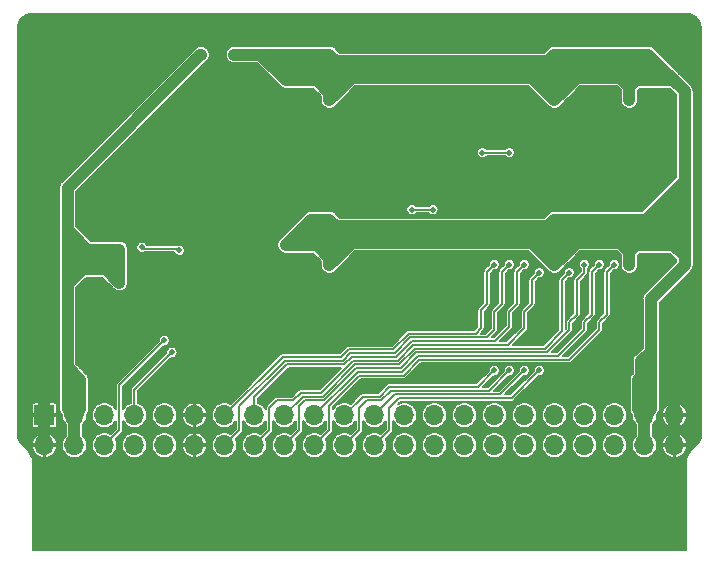
<source format=gbl>
G04 #@! TF.GenerationSoftware,KiCad,Pcbnew,(5.1.10-1-10_14)*
G04 #@! TF.CreationDate,2021-11-16T23:45:20-05:00*
G04 #@! TF.ProjectId,MacClassicRAMCard,4d616343-6c61-4737-9369-6352414d4361,rev?*
G04 #@! TF.SameCoordinates,Original*
G04 #@! TF.FileFunction,Copper,L2,Bot*
G04 #@! TF.FilePolarity,Positive*
%FSLAX46Y46*%
G04 Gerber Fmt 4.6, Leading zero omitted, Abs format (unit mm)*
G04 Created by KiCad (PCBNEW (5.1.10-1-10_14)) date 2021-11-16 23:45:20*
%MOMM*%
%LPD*%
G01*
G04 APERTURE LIST*
G04 #@! TA.AperFunction,ComponentPad*
%ADD10O,1.700000X1.700000*%
G04 #@! TD*
G04 #@! TA.AperFunction,ComponentPad*
%ADD11R,1.700000X1.700000*%
G04 #@! TD*
G04 #@! TA.AperFunction,ComponentPad*
%ADD12C,2.000000*%
G04 #@! TD*
G04 #@! TA.AperFunction,ViaPad*
%ADD13C,0.600000*%
G04 #@! TD*
G04 #@! TA.AperFunction,ViaPad*
%ADD14C,0.500000*%
G04 #@! TD*
G04 #@! TA.AperFunction,ViaPad*
%ADD15C,1.000000*%
G04 #@! TD*
G04 #@! TA.AperFunction,Conductor*
%ADD16C,1.000000*%
G04 #@! TD*
G04 #@! TA.AperFunction,Conductor*
%ADD17C,0.150000*%
G04 #@! TD*
G04 #@! TA.AperFunction,Conductor*
%ADD18C,0.154000*%
G04 #@! TD*
G04 #@! TA.AperFunction,Conductor*
%ADD19C,0.100000*%
G04 #@! TD*
G04 APERTURE END LIST*
D10*
X147320000Y-125730000D03*
X147320000Y-123190000D03*
X144780000Y-125730000D03*
X144780000Y-123190000D03*
X142240000Y-125730000D03*
X142240000Y-123190000D03*
X139700000Y-125730000D03*
X139700000Y-123190000D03*
X137160000Y-125730000D03*
X137160000Y-123190000D03*
X134620000Y-125730000D03*
X134620000Y-123190000D03*
X132080000Y-125730000D03*
X132080000Y-123190000D03*
X129540000Y-125730000D03*
X129540000Y-123190000D03*
X127000000Y-125730000D03*
X127000000Y-123190000D03*
X124460000Y-125730000D03*
X124460000Y-123190000D03*
X121920000Y-125730000D03*
X121920000Y-123190000D03*
X119380000Y-125730000D03*
X119380000Y-123190000D03*
X116840000Y-125730000D03*
X116840000Y-123190000D03*
X114300000Y-125730000D03*
X114300000Y-123190000D03*
X111760000Y-125730000D03*
X111760000Y-123190000D03*
X109220000Y-125730000D03*
X109220000Y-123190000D03*
X106680000Y-125730000D03*
X106680000Y-123190000D03*
X104140000Y-125730000D03*
X104140000Y-123190000D03*
X101600000Y-125730000D03*
X101600000Y-123190000D03*
X99060000Y-125730000D03*
X99060000Y-123190000D03*
X96520000Y-125730000D03*
X96520000Y-123190000D03*
X93980000Y-125730000D03*
D11*
X93980000Y-123190000D03*
D12*
X94234000Y-133350000D03*
X147066000Y-133350000D03*
X92964000Y-90424000D03*
X92964000Y-115824000D03*
X148336000Y-115824000D03*
X148336000Y-90424000D03*
D13*
X137160000Y-96520000D03*
X137160000Y-92646500D03*
X137160000Y-106616500D03*
X137160000Y-110490000D03*
X143510000Y-110490000D03*
X143573500Y-106616500D03*
X143510000Y-96520000D03*
X143510000Y-92646500D03*
X118110000Y-96520000D03*
X118110000Y-110490000D03*
X117348000Y-94615000D03*
X144272000Y-94615000D03*
X144272000Y-108585000D03*
X117348000Y-108585000D03*
X146050000Y-93662500D03*
X147193000Y-94805500D03*
X146050000Y-107632500D03*
X147193000Y-108775500D03*
X114427000Y-108775500D03*
X115570000Y-107632500D03*
X114427000Y-94805500D03*
X115570000Y-93662500D03*
X145351500Y-119126000D03*
X144272000Y-120269000D03*
X97028000Y-120269000D03*
X95948500Y-119126000D03*
D14*
X118110000Y-92710000D03*
D13*
X118046500Y-106616500D03*
X99568000Y-110617000D03*
X100330000Y-109156500D03*
X100330000Y-111950500D03*
X97282000Y-110807500D03*
X98425000Y-109664500D03*
D15*
X107251500Y-92646500D03*
X110045500Y-92646500D03*
D13*
X94551500Y-119126000D03*
X93472000Y-120269000D03*
X137160000Y-105473500D03*
X137160000Y-101600000D03*
X137160000Y-119443500D03*
X137160000Y-115570000D03*
X143510000Y-115570000D03*
X143510000Y-119443500D03*
X143510000Y-105473500D03*
X143510000Y-101600000D03*
X118110000Y-115570000D03*
X118110000Y-119443500D03*
X117348000Y-117475000D03*
X144272000Y-117475000D03*
X144272000Y-103505000D03*
X117348000Y-103505000D03*
X118110000Y-105473500D03*
X118110000Y-101600000D03*
X147193000Y-96139000D03*
X144907000Y-96139000D03*
X147193000Y-110109000D03*
X144907000Y-110109000D03*
X116713000Y-110109000D03*
X114427000Y-110109000D03*
X115570000Y-111252000D03*
X146050000Y-111252000D03*
X146050000Y-97282000D03*
X114427000Y-96139000D03*
X115570000Y-97282000D03*
X116713000Y-96139000D03*
X146748500Y-119126000D03*
X147828000Y-120269000D03*
D14*
X125730000Y-110617000D03*
X124460000Y-110617000D03*
X125095000Y-115443000D03*
X132080000Y-111887000D03*
X133350000Y-111887000D03*
X134620000Y-111887000D03*
X135890000Y-111887000D03*
X138430000Y-111887000D03*
X139700000Y-111887000D03*
X140970000Y-111887000D03*
X142240000Y-111887000D03*
X131445000Y-115443000D03*
X132715000Y-115443000D03*
X133985000Y-115443000D03*
X135255000Y-115443000D03*
X139065000Y-115443000D03*
X140335000Y-115443000D03*
X141605000Y-115443000D03*
X120015000Y-121475500D03*
X129540000Y-106045000D03*
X132080000Y-101473000D03*
X130048000Y-101473000D03*
X131445000Y-97409000D03*
X134620000Y-101473000D03*
X135890000Y-101473000D03*
X128270000Y-89662000D03*
X143510000Y-126873000D03*
X140970000Y-126873000D03*
X135890000Y-126873000D03*
X138430000Y-126873000D03*
X128270000Y-126873000D03*
X125730000Y-126873000D03*
X130810000Y-126873000D03*
X133350000Y-126873000D03*
X118110000Y-126873000D03*
X123190000Y-126873000D03*
X115570000Y-126873000D03*
X120650000Y-126873000D03*
X113030000Y-126873000D03*
X110490000Y-126873000D03*
X107950000Y-126873000D03*
X128905000Y-97409000D03*
X130175000Y-115443000D03*
X130810000Y-111887000D03*
X129540000Y-111887000D03*
X128905000Y-115443000D03*
X123952000Y-106045000D03*
X118872000Y-111061500D03*
X123825000Y-115443000D03*
X124460000Y-97028000D03*
X120015000Y-96520000D03*
X121285000Y-96520000D03*
X122555000Y-96520000D03*
X123317000Y-97282000D03*
X127000000Y-97409000D03*
X127000000Y-100076000D03*
X127254000Y-91630500D03*
X128460500Y-91313000D03*
X129540000Y-90995500D03*
X130619500Y-90678000D03*
X133350000Y-92202000D03*
X123761500Y-91948000D03*
X122682000Y-92265500D03*
X125730000Y-101473000D03*
X137160000Y-111887000D03*
D13*
X108712000Y-115443000D03*
X107950000Y-114109500D03*
X107950000Y-116903500D03*
X97282000Y-112141000D03*
X98425000Y-113284000D03*
D14*
X108966000Y-108902500D03*
X112585500Y-103886000D03*
X104902000Y-112395000D03*
X101727000Y-113284000D03*
X105410000Y-113792000D03*
X104775000Y-121412000D03*
X103505000Y-121412000D03*
X100965000Y-121412000D03*
X102235000Y-121412000D03*
X99695000Y-121412000D03*
X98425000Y-121412000D03*
X101473000Y-117538500D03*
X100457000Y-117411500D03*
X102870000Y-118935500D03*
D13*
X99568000Y-112585500D03*
D14*
X114808000Y-119380000D03*
X102743000Y-112331500D03*
X92202000Y-110744000D03*
X92202000Y-105664000D03*
X92202000Y-100584000D03*
X149161500Y-110744000D03*
X149161500Y-105664000D03*
X149161500Y-100584000D03*
X138430000Y-89725500D03*
X123190000Y-89662000D03*
X118110000Y-89662000D03*
X113030000Y-89662000D03*
X107950000Y-89662000D03*
X133350000Y-89725500D03*
X102870000Y-89662000D03*
X102870000Y-126873000D03*
X105410000Y-126873000D03*
X97790000Y-126873000D03*
X100330000Y-126873000D03*
X95250000Y-126873000D03*
X146050000Y-126873000D03*
X133350000Y-134112000D03*
X102870000Y-134048500D03*
X138430000Y-134112000D03*
X118110000Y-134112000D03*
X128270000Y-134112000D03*
X107950000Y-134048500D03*
X113030000Y-134112000D03*
X123190000Y-134112000D03*
X112331500Y-91694000D03*
X119062500Y-92265500D03*
X110109000Y-93916500D03*
X140208000Y-121221500D03*
X141478000Y-121221500D03*
X142748000Y-121221500D03*
X138938000Y-121221500D03*
X129540000Y-119824500D03*
X112903000Y-104965500D03*
X143510000Y-89725500D03*
X97790000Y-89662000D03*
X92202000Y-95504000D03*
X149161500Y-95504000D03*
X128397000Y-106045000D03*
X98044000Y-134048500D03*
X143256000Y-134048500D03*
X140970000Y-110426500D03*
X138430000Y-111125000D03*
X134620000Y-110426500D03*
X132080000Y-110426500D03*
X142240000Y-110426500D03*
X139700000Y-110426500D03*
X135890000Y-111125000D03*
X133350000Y-110426500D03*
X104140000Y-116840000D03*
X133350000Y-100965000D03*
X131064000Y-100965000D03*
X104775000Y-117856000D03*
X133350000Y-119380000D03*
X132080000Y-119380000D03*
X135890000Y-119380000D03*
X134620000Y-119380000D03*
X126873000Y-105791000D03*
X125095000Y-105791000D03*
X105410000Y-109220000D03*
X102235000Y-108966000D03*
D16*
X144780000Y-123190000D02*
X144780000Y-125730000D01*
X96520000Y-123190000D02*
X96520000Y-125730000D01*
X145351500Y-122618500D02*
X144780000Y-123190000D01*
X145351500Y-119126000D02*
X145351500Y-122618500D01*
X144272000Y-120205500D02*
X145351500Y-119126000D01*
X144272000Y-120269000D02*
X144272000Y-120205500D01*
X144272000Y-122682000D02*
X144272000Y-120269000D01*
X144780000Y-123190000D02*
X144272000Y-122682000D01*
X144780000Y-119697500D02*
X145351500Y-119126000D01*
X144780000Y-123190000D02*
X144780000Y-119697500D01*
X97028000Y-120205500D02*
X97028000Y-120269000D01*
X95948500Y-119126000D02*
X97028000Y-120205500D01*
X97028000Y-122682000D02*
X96520000Y-123190000D01*
X97028000Y-120269000D02*
X97028000Y-122682000D01*
X95948500Y-122618500D02*
X96520000Y-123190000D01*
X95948500Y-119126000D02*
X95948500Y-122618500D01*
X96520000Y-119697500D02*
X95948500Y-119126000D01*
X96520000Y-123190000D02*
X96520000Y-119697500D01*
X145351500Y-119126000D02*
X145351500Y-113347500D01*
X145351500Y-113347500D02*
X148209000Y-110490000D01*
X147256500Y-108775500D02*
X147193000Y-108775500D01*
X148209000Y-109728000D02*
X147256500Y-108775500D01*
X147066000Y-108585000D02*
X148209000Y-109728000D01*
X144272000Y-108585000D02*
X147066000Y-108585000D01*
X144462500Y-108775500D02*
X144272000Y-108585000D01*
X147193000Y-108775500D02*
X144462500Y-108775500D01*
X145034000Y-106616500D02*
X147193000Y-108775500D01*
X143510000Y-106616500D02*
X145034000Y-106616500D01*
X143510000Y-107823000D02*
X144272000Y-108585000D01*
X143510000Y-106616500D02*
X143510000Y-107823000D01*
X145669000Y-108775500D02*
X147193000Y-108775500D01*
X143510000Y-106616500D02*
X145669000Y-108775500D01*
X147193000Y-108775500D02*
X147066000Y-108775500D01*
X147066000Y-108775500D02*
X144907000Y-106616500D01*
X144272000Y-108585000D02*
X139128500Y-108585000D01*
X144272000Y-108585000D02*
X139065000Y-108585000D01*
X137160000Y-110490000D02*
X137160000Y-106616500D01*
X117348000Y-108585000D02*
X135191500Y-108585000D01*
X117348000Y-108585000D02*
X135255000Y-108585000D01*
X118110000Y-109347000D02*
X118110000Y-110490000D01*
X117348000Y-108585000D02*
X118110000Y-109347000D01*
X117348000Y-108585000D02*
X118110000Y-107823000D01*
X143510000Y-109347000D02*
X144272000Y-108585000D01*
X143510000Y-110490000D02*
X143510000Y-109347000D01*
X142748000Y-108585000D02*
X143510000Y-107823000D01*
X139065000Y-108585000D02*
X142748000Y-108585000D01*
X142748000Y-108585000D02*
X143510000Y-109347000D01*
X144081500Y-108775500D02*
X143510000Y-109347000D01*
X147193000Y-108775500D02*
X144081500Y-108775500D01*
X135255000Y-108585000D02*
X139065000Y-108585000D01*
X137858500Y-107315000D02*
X137826750Y-107283250D01*
X137858500Y-109791500D02*
X137858500Y-107315000D01*
X137858500Y-109791500D02*
X137160000Y-110490000D01*
X137826750Y-107283250D02*
X137160000Y-106616500D01*
X139128500Y-108585000D02*
X137826750Y-107283250D01*
X139065000Y-108585000D02*
X137858500Y-109791500D01*
X136398000Y-107378500D02*
X136556750Y-107219750D01*
X136398000Y-109728000D02*
X136398000Y-107378500D01*
X136556750Y-107219750D02*
X137160000Y-106616500D01*
X135255000Y-108585000D02*
X136398000Y-109728000D01*
X135191500Y-108585000D02*
X136556750Y-107219750D01*
X136398000Y-109728000D02*
X137160000Y-110490000D01*
X145097500Y-106616500D02*
X148209000Y-109728000D01*
X144907000Y-106616500D02*
X145097500Y-106616500D01*
X114427000Y-108775500D02*
X117030500Y-108775500D01*
X118110000Y-109855000D02*
X118110000Y-110490000D01*
X117030500Y-108775500D02*
X118110000Y-109855000D01*
X116395500Y-107632500D02*
X117348000Y-108585000D01*
X115570000Y-107632500D02*
X116395500Y-107632500D01*
X114427000Y-108775500D02*
X114998500Y-108775500D01*
X120078500Y-108585000D02*
X135191500Y-108585000D01*
X135191500Y-108585000D02*
X120015000Y-108585000D01*
X118745000Y-107251500D02*
X118713250Y-107219750D01*
X120015000Y-108585000D02*
X118745000Y-109855000D01*
X118745000Y-109855000D02*
X118745000Y-107251500D01*
X118713250Y-107219750D02*
X120078500Y-108585000D01*
X118745000Y-109855000D02*
X118110000Y-110490000D01*
X135953500Y-107823000D02*
X137160000Y-106616500D01*
X118110000Y-107823000D02*
X135953500Y-107823000D01*
X137160000Y-106616500D02*
X143510000Y-106616500D01*
X137160000Y-106616500D02*
X138137900Y-107594400D01*
X142532100Y-107594400D02*
X143510000Y-106616500D01*
X138137900Y-107594400D02*
X142532100Y-107594400D01*
X136588500Y-107188000D02*
X137160000Y-106616500D01*
X118681500Y-107188000D02*
X136588500Y-107188000D01*
X118110000Y-106616500D02*
X118681500Y-107188000D01*
X118110000Y-106616500D02*
X117157500Y-106616500D01*
X117157500Y-106616500D02*
X114998500Y-108775500D01*
X115951000Y-108775500D02*
X114998500Y-108775500D01*
X116586000Y-106616500D02*
X114427000Y-108775500D01*
X118110000Y-106616500D02*
X116586000Y-106616500D01*
X118110000Y-106616500D02*
X118713250Y-107219750D01*
X118110000Y-106616500D02*
X115951000Y-108775500D01*
X118110000Y-107823000D02*
X118110000Y-106616500D01*
X118110000Y-106616500D02*
X118110000Y-110490000D01*
X137160000Y-92646500D02*
X143510000Y-92646500D01*
X117030500Y-94805500D02*
X118110000Y-95885000D01*
X137826750Y-93313250D02*
X137160000Y-92646500D01*
X137858500Y-95821500D02*
X137160000Y-96520000D01*
X137858500Y-93345000D02*
X137826750Y-93313250D01*
X137858500Y-95821500D02*
X137858500Y-93345000D01*
X139065000Y-94615000D02*
X137858500Y-95821500D01*
X139128500Y-94615000D02*
X137826750Y-93313250D01*
X135255000Y-94615000D02*
X139065000Y-94615000D01*
X118110000Y-95885000D02*
X118110000Y-96520000D01*
X118110000Y-92646500D02*
X116586000Y-92646500D01*
X118110000Y-93853000D02*
X118110000Y-92646500D01*
X116586000Y-92646500D02*
X114427000Y-94805500D01*
X118110000Y-92646500D02*
X118713250Y-93249750D01*
X118110000Y-92646500D02*
X118110000Y-96520000D01*
X118110000Y-92646500D02*
X115951000Y-94805500D01*
X115951000Y-94805500D02*
X114998500Y-94805500D01*
X117157500Y-92646500D02*
X114998500Y-94805500D01*
X147066000Y-94805500D02*
X144907000Y-92646500D01*
X117348000Y-94615000D02*
X118110000Y-93853000D01*
X143510000Y-92646500D02*
X145034000Y-92646500D01*
X118110000Y-95377000D02*
X118110000Y-96520000D01*
X148209000Y-95758000D02*
X147256500Y-94805500D01*
X144272000Y-94615000D02*
X139128500Y-94615000D01*
X144272000Y-94615000D02*
X139065000Y-94615000D01*
X137160000Y-96520000D02*
X137160000Y-92646500D01*
X147193000Y-94805500D02*
X147066000Y-94805500D01*
X147256500Y-94805500D02*
X147193000Y-94805500D01*
X145034000Y-92646500D02*
X147193000Y-94805500D01*
X117348000Y-94615000D02*
X118110000Y-95377000D01*
X117348000Y-94615000D02*
X135191500Y-94615000D01*
X117348000Y-94615000D02*
X135255000Y-94615000D01*
X144907000Y-92646500D02*
X145097500Y-92646500D01*
X145097500Y-92646500D02*
X148209000Y-95758000D01*
X118110000Y-92646500D02*
X118681500Y-93218000D01*
X118110000Y-92646500D02*
X117157500Y-92646500D01*
X136398000Y-95758000D02*
X137160000Y-96520000D01*
X136398000Y-93408500D02*
X136556750Y-93249750D01*
X136398000Y-95758000D02*
X136398000Y-93408500D01*
X135191500Y-94615000D02*
X136556750Y-93249750D01*
X135255000Y-94615000D02*
X136398000Y-95758000D01*
X136556750Y-93249750D02*
X137160000Y-92646500D01*
X139065000Y-94615000D02*
X142748000Y-94615000D01*
X143510000Y-92646500D02*
X143510000Y-93853000D01*
X143510000Y-92646500D02*
X145669000Y-94805500D01*
X145669000Y-94805500D02*
X147193000Y-94805500D01*
X143510000Y-95377000D02*
X144272000Y-94615000D01*
X136588500Y-93218000D02*
X137160000Y-92646500D01*
X118681500Y-93218000D02*
X136588500Y-93218000D01*
X142532100Y-93624400D02*
X143510000Y-92646500D01*
X138137900Y-93624400D02*
X142532100Y-93624400D01*
X114427000Y-94805500D02*
X114998500Y-94805500D01*
X135191500Y-94615000D02*
X120015000Y-94615000D01*
X120078500Y-94615000D02*
X135191500Y-94615000D01*
X114427000Y-94805500D02*
X117030500Y-94805500D01*
X120015000Y-94615000D02*
X118745000Y-95885000D01*
X137160000Y-92646500D02*
X138137900Y-93624400D01*
X118745000Y-93281500D02*
X118713250Y-93249750D01*
X118110000Y-93853000D02*
X135953500Y-93853000D01*
X135953500Y-93853000D02*
X137160000Y-92646500D01*
X118745000Y-95885000D02*
X118110000Y-96520000D01*
X142748000Y-94615000D02*
X143510000Y-95377000D01*
X118713250Y-93249750D02*
X120078500Y-94615000D01*
X118745000Y-95885000D02*
X118745000Y-93281500D01*
X147193000Y-94805500D02*
X144081500Y-94805500D01*
X144081500Y-94805500D02*
X143510000Y-95377000D01*
X144462500Y-94805500D02*
X144272000Y-94615000D01*
X147193000Y-94805500D02*
X144462500Y-94805500D01*
X142748000Y-94615000D02*
X143510000Y-93853000D01*
X144272000Y-94615000D02*
X147066000Y-94615000D01*
X147066000Y-94615000D02*
X148209000Y-95758000D01*
X143510000Y-93853000D02*
X144272000Y-94615000D01*
X143510000Y-96520000D02*
X143510000Y-95377000D01*
X148209000Y-103314500D02*
X148209000Y-95758000D01*
X144907000Y-106616500D02*
X148209000Y-103314500D01*
X144907000Y-106616500D02*
X146240500Y-106616500D01*
X148209000Y-104648000D02*
X148209000Y-103314500D01*
X146240500Y-106616500D02*
X148209000Y-104648000D01*
X144907000Y-106616500D02*
X146494500Y-106616500D01*
X148209000Y-108331000D02*
X148209000Y-110490000D01*
X146494500Y-106616500D02*
X148209000Y-108331000D01*
X146240500Y-106616500D02*
X147510500Y-106616500D01*
X148209000Y-105918000D02*
X148209000Y-104648000D01*
X147510500Y-106616500D02*
X148209000Y-105918000D01*
X147637500Y-106616500D02*
X148209000Y-107188000D01*
X147510500Y-106616500D02*
X147637500Y-106616500D01*
X148209000Y-107188000D02*
X148209000Y-103314500D01*
X148209000Y-110490000D02*
X148209000Y-107188000D01*
X144272000Y-120269000D02*
X144526000Y-120015000D01*
X144526000Y-120015000D02*
X144526000Y-118618000D01*
X145351500Y-117792500D02*
X145351500Y-113347500D01*
X144526000Y-118618000D02*
X145351500Y-117792500D01*
X97282000Y-110807500D02*
X99259502Y-110807500D01*
X98933000Y-109156500D02*
X97282000Y-110807500D01*
X100330000Y-109156500D02*
X98933000Y-109156500D01*
X98615500Y-109664500D02*
X99568000Y-110617000D01*
X98425000Y-109664500D02*
X98615500Y-109664500D01*
X98679000Y-110807500D02*
X97282000Y-110807500D01*
X100330000Y-109156500D02*
X98679000Y-110807500D01*
X97282000Y-110807500D02*
X97218500Y-110807500D01*
X95948500Y-112077500D02*
X95948500Y-112141000D01*
X97218500Y-110807500D02*
X95948500Y-112077500D01*
X95948500Y-119126000D02*
X95948500Y-112141000D01*
X98869500Y-109156500D02*
X100330000Y-109156500D01*
X95948500Y-112077500D02*
X98869500Y-109156500D01*
X95948500Y-109474000D02*
X95948500Y-109347000D01*
X97282000Y-110807500D02*
X95948500Y-109474000D01*
X95948500Y-110807500D02*
X97282000Y-110807500D01*
X95948500Y-112141000D02*
X95948500Y-110807500D01*
X95948500Y-110807500D02*
X95948500Y-109347000D01*
X96139000Y-109156500D02*
X95948500Y-109347000D01*
X100330000Y-109156500D02*
X96139000Y-109156500D01*
X96266000Y-109664500D02*
X95948500Y-109347000D01*
X98425000Y-109664500D02*
X96266000Y-109664500D01*
X95948500Y-106997500D02*
X95948500Y-107505500D01*
X95948500Y-109347000D02*
X95948500Y-106997500D01*
X98107500Y-109664500D02*
X98425000Y-109664500D01*
X95948500Y-107505500D02*
X98107500Y-109664500D01*
X100330000Y-111950500D02*
X100330000Y-109156500D01*
X99187000Y-110807500D02*
X100330000Y-111950500D01*
X97282000Y-110807500D02*
X99187000Y-110807500D01*
X95948500Y-103949500D02*
X107188000Y-92710000D01*
X95948500Y-106997500D02*
X95948500Y-103949500D01*
X118110000Y-92710000D02*
X118046500Y-92646500D01*
X107251500Y-92646500D02*
X107188000Y-92710000D01*
X113284000Y-93662500D02*
X115570000Y-93662500D01*
X114554000Y-92646500D02*
X115570000Y-93662500D01*
X112268000Y-92646500D02*
X113284000Y-93662500D01*
X112268000Y-92646500D02*
X114554000Y-92646500D01*
X112268000Y-92646500D02*
X114427000Y-94805500D01*
X116586000Y-92646500D02*
X112268000Y-92646500D01*
X112331500Y-92710000D02*
X118110000Y-92710000D01*
X112268000Y-92646500D02*
X112331500Y-92710000D01*
X112268000Y-92646500D02*
X110045500Y-92646500D01*
X147320000Y-123190000D02*
X147320000Y-125730000D01*
X93980000Y-123190000D02*
X93980000Y-125730000D01*
X93980000Y-119697500D02*
X94551500Y-119126000D01*
X93980000Y-123190000D02*
X93980000Y-119697500D01*
X93472000Y-120205500D02*
X93472000Y-120269000D01*
X94551500Y-119126000D02*
X93472000Y-120205500D01*
X93980000Y-120777000D02*
X93472000Y-120269000D01*
X93980000Y-123190000D02*
X93980000Y-120777000D01*
X147320000Y-120777000D02*
X147828000Y-120269000D01*
X147320000Y-123190000D02*
X147320000Y-120777000D01*
X147320000Y-119697500D02*
X146748500Y-119126000D01*
X147320000Y-123190000D02*
X147320000Y-119697500D01*
X147828000Y-120205500D02*
X147828000Y-120269000D01*
X146748500Y-119126000D02*
X147828000Y-120205500D01*
X94551500Y-120205500D02*
X93980000Y-120777000D01*
X94551500Y-119126000D02*
X94551500Y-120205500D01*
X146748500Y-120205500D02*
X147320000Y-120777000D01*
X146748500Y-119126000D02*
X146748500Y-120205500D01*
D17*
X140335000Y-111061500D02*
X140970000Y-110426500D01*
X140335000Y-114681000D02*
X140335000Y-111061500D01*
X139700000Y-115316000D02*
X140335000Y-114681000D01*
X139700000Y-115951000D02*
X139700000Y-115316000D01*
X125603000Y-118173500D02*
X137477500Y-118173500D01*
X137477500Y-118173500D02*
X139700000Y-115951000D01*
X124269500Y-119507000D02*
X125603000Y-118173500D01*
X120523000Y-119507000D02*
X124269500Y-119507000D01*
X116840000Y-123190000D02*
X120523000Y-119507000D01*
X137795000Y-111760000D02*
X138430000Y-111125000D01*
X137795000Y-116078000D02*
X137795000Y-111760000D01*
X136334500Y-117538500D02*
X137795000Y-116078000D01*
X124015500Y-118872000D02*
X125349000Y-117538500D01*
X117538500Y-121602500D02*
X120269000Y-118872000D01*
X125349000Y-117538500D02*
X136334500Y-117538500D01*
X115887500Y-121602500D02*
X117538500Y-121602500D01*
X120269000Y-118872000D02*
X124015500Y-118872000D01*
X114300000Y-123190000D02*
X115887500Y-121602500D01*
X111760000Y-121666000D02*
X111760000Y-123190000D01*
X114554000Y-118872000D02*
X111760000Y-121666000D01*
X119380000Y-118872000D02*
X114554000Y-118872000D01*
X120015000Y-118237000D02*
X119380000Y-118872000D01*
X123761500Y-118237000D02*
X120015000Y-118237000D01*
X125095000Y-116903500D02*
X123761500Y-118237000D01*
X132143500Y-116903500D02*
X125095000Y-116903500D01*
X133350000Y-115697000D02*
X132143500Y-116903500D01*
X133985000Y-113792000D02*
X133350000Y-114427000D01*
X133350000Y-114427000D02*
X133350000Y-115697000D01*
X133985000Y-111061500D02*
X133985000Y-113792000D01*
X134620000Y-110426500D02*
X133985000Y-111061500D01*
X114173000Y-118237000D02*
X109220000Y-123190000D01*
X119126000Y-118237000D02*
X114173000Y-118237000D01*
X119761000Y-117602000D02*
X119126000Y-118237000D01*
X123507500Y-117602000D02*
X119761000Y-117602000D01*
X124841000Y-116268500D02*
X123507500Y-117602000D01*
X130492500Y-116268500D02*
X124841000Y-116268500D01*
X130937000Y-115824000D02*
X130492500Y-116268500D01*
X130937000Y-114300000D02*
X130937000Y-115824000D01*
X131445000Y-113792000D02*
X130937000Y-114300000D01*
X131445000Y-111061500D02*
X131445000Y-113792000D01*
X132080000Y-110426500D02*
X131445000Y-111061500D01*
X141605000Y-111061500D02*
X142240000Y-110426500D01*
X140970000Y-115951000D02*
X140970000Y-115316000D01*
X138430000Y-118491000D02*
X140970000Y-115951000D01*
X125730000Y-118491000D02*
X138430000Y-118491000D01*
X141605000Y-114681000D02*
X141605000Y-111061500D01*
X120650000Y-119824500D02*
X124396500Y-119824500D01*
X124396500Y-119824500D02*
X125730000Y-118491000D01*
X118110000Y-122364500D02*
X120650000Y-119824500D01*
X140970000Y-115316000D02*
X141605000Y-114681000D01*
X118110000Y-124460000D02*
X118110000Y-122364500D01*
X116840000Y-125730000D02*
X118110000Y-124460000D01*
X115570000Y-124460000D02*
X114300000Y-125730000D01*
X115570000Y-122428000D02*
X115570000Y-124460000D01*
X116078000Y-121920000D02*
X115570000Y-122428000D01*
X117665500Y-121920000D02*
X116078000Y-121920000D01*
X124142500Y-119189500D02*
X120396000Y-119189500D01*
X120396000Y-119189500D02*
X117665500Y-121920000D01*
X125476000Y-117856000D02*
X124142500Y-119189500D01*
X136525000Y-117856000D02*
X125476000Y-117856000D01*
X138430000Y-115951000D02*
X136525000Y-117856000D01*
X139065000Y-111760000D02*
X139065000Y-114681000D01*
X139065000Y-114681000D02*
X138430000Y-115316000D01*
X139700000Y-110426500D02*
X139700000Y-111125000D01*
X138430000Y-115316000D02*
X138430000Y-115951000D01*
X139700000Y-111125000D02*
X139065000Y-111760000D01*
X113030000Y-124460000D02*
X111760000Y-125730000D01*
X113030000Y-122555000D02*
X113030000Y-124460000D01*
X113665000Y-121920000D02*
X113030000Y-122555000D01*
X115062000Y-121920000D02*
X113665000Y-121920000D01*
X117411500Y-121285000D02*
X115697000Y-121285000D01*
X115697000Y-121285000D02*
X115062000Y-121920000D01*
X120142000Y-118554500D02*
X117411500Y-121285000D01*
X123888500Y-118554500D02*
X120142000Y-118554500D01*
X125222000Y-117221000D02*
X123888500Y-118554500D01*
X133223000Y-117221000D02*
X125222000Y-117221000D01*
X134620000Y-115824000D02*
X133223000Y-117221000D01*
X134620000Y-114427000D02*
X134620000Y-115824000D01*
X135255000Y-113792000D02*
X134620000Y-114427000D01*
X135255000Y-111760000D02*
X135255000Y-113792000D01*
X135890000Y-111125000D02*
X135255000Y-111760000D01*
X110490000Y-122428000D02*
X110490000Y-124460000D01*
X114363500Y-118554500D02*
X110490000Y-122428000D01*
X110490000Y-124460000D02*
X109220000Y-125730000D01*
X119253000Y-118554500D02*
X114363500Y-118554500D01*
X119888000Y-117919500D02*
X119253000Y-118554500D01*
X123634500Y-117919500D02*
X119888000Y-117919500D01*
X124968000Y-116586000D02*
X123634500Y-117919500D01*
X131445000Y-116586000D02*
X124968000Y-116586000D01*
X133350000Y-110426500D02*
X132715000Y-111061500D01*
X132080000Y-115951000D02*
X131445000Y-116586000D01*
X132080000Y-114427000D02*
X132080000Y-115951000D01*
X132715000Y-113792000D02*
X132080000Y-114427000D01*
X132715000Y-111061500D02*
X132715000Y-113792000D01*
X100330000Y-124460000D02*
X99060000Y-125730000D01*
X100330000Y-120650000D02*
X100330000Y-124460000D01*
X104140000Y-116840000D02*
X100330000Y-120650000D01*
X131064000Y-100965000D02*
X133350000Y-100965000D01*
X101600000Y-121031000D02*
X101600000Y-123190000D01*
X104775000Y-117856000D02*
X101600000Y-121031000D01*
X131635500Y-121094500D02*
X133350000Y-119380000D01*
X120650000Y-124460000D02*
X120650000Y-122555000D01*
X119380000Y-125730000D02*
X120650000Y-124460000D01*
X131635500Y-121094500D02*
X123317000Y-121094500D01*
X123317000Y-121094500D02*
X122491500Y-121920000D01*
X121285000Y-121920000D02*
X120650000Y-122555000D01*
X122491500Y-121920000D02*
X121285000Y-121920000D01*
X130683000Y-120777000D02*
X132080000Y-119380000D01*
X130683000Y-120777000D02*
X123190000Y-120777000D01*
X123190000Y-120777000D02*
X122364500Y-121602500D01*
X120967500Y-121602500D02*
X119380000Y-123190000D01*
X122364500Y-121602500D02*
X120967500Y-121602500D01*
X124015500Y-121729500D02*
X133540500Y-121729500D01*
X133540500Y-121729500D02*
X135890000Y-119380000D01*
X123190000Y-122555000D02*
X124015500Y-121729500D01*
X123190000Y-124460000D02*
X123190000Y-122555000D01*
X121920000Y-125730000D02*
X123190000Y-124460000D01*
X132588000Y-121412000D02*
X134620000Y-119380000D01*
X123698000Y-121412000D02*
X132588000Y-121412000D01*
X121920000Y-123190000D02*
X123698000Y-121412000D01*
X126873000Y-105791000D02*
X125095000Y-105791000D01*
X102362000Y-109093000D02*
X102235000Y-108966000D01*
X105283000Y-109093000D02*
X102362000Y-109093000D01*
X105410000Y-109220000D02*
X105283000Y-109093000D01*
D18*
X148572293Y-89230636D02*
X148799586Y-89299261D01*
X149009219Y-89410724D01*
X149193213Y-89560785D01*
X149344552Y-89743725D01*
X149457477Y-89952577D01*
X149527685Y-90179381D01*
X149554001Y-90429761D01*
X149554000Y-124889530D01*
X149534201Y-125091457D01*
X149479904Y-125271296D01*
X149391714Y-125437157D01*
X149262227Y-125595924D01*
X148742659Y-126142550D01*
X148742057Y-126143155D01*
X148741886Y-126143364D01*
X148729827Y-126156051D01*
X148726240Y-126160656D01*
X148724435Y-126162423D01*
X148721712Y-126165714D01*
X148565057Y-126357792D01*
X148549690Y-126380921D01*
X148534040Y-126403778D01*
X148532011Y-126407531D01*
X148532008Y-126407535D01*
X148532008Y-126407536D01*
X148415645Y-126626383D01*
X148405065Y-126652053D01*
X148394151Y-126677516D01*
X148392887Y-126681597D01*
X148321247Y-126918878D01*
X148315858Y-126946096D01*
X148310094Y-126973213D01*
X148309647Y-126977462D01*
X148285460Y-127224140D01*
X148285460Y-127224150D01*
X148284000Y-127238974D01*
X148284001Y-134568000D01*
X93016000Y-134568000D01*
X93016000Y-127238973D01*
X93014788Y-127226672D01*
X93014828Y-127222897D01*
X93014426Y-127218644D01*
X92989378Y-126972052D01*
X92983907Y-126944917D01*
X92978795Y-126917603D01*
X92977574Y-126913509D01*
X92905106Y-126676479D01*
X92894454Y-126650889D01*
X92884149Y-126625125D01*
X92882156Y-126621346D01*
X92765030Y-126402904D01*
X92749587Y-126379835D01*
X92734496Y-126356597D01*
X92731807Y-126353276D01*
X92576979Y-126164786D01*
X92570173Y-126156050D01*
X92394113Y-125970821D01*
X92926162Y-125970821D01*
X92993393Y-126171787D01*
X93098539Y-126355776D01*
X93237559Y-126515716D01*
X93405110Y-126645462D01*
X93594754Y-126740027D01*
X93739179Y-126783834D01*
X93907000Y-126750643D01*
X93907000Y-125803000D01*
X94053000Y-125803000D01*
X94053000Y-126750643D01*
X94220821Y-126783834D01*
X94365246Y-126740027D01*
X94554890Y-126645462D01*
X94722441Y-126515716D01*
X94861461Y-126355776D01*
X94966607Y-126171787D01*
X95033838Y-125970821D01*
X95000786Y-125803000D01*
X94053000Y-125803000D01*
X93907000Y-125803000D01*
X92959214Y-125803000D01*
X92926162Y-125970821D01*
X92394113Y-125970821D01*
X92041406Y-125599747D01*
X91950584Y-125489179D01*
X92926162Y-125489179D01*
X92959214Y-125657000D01*
X93907000Y-125657000D01*
X93907000Y-124709357D01*
X94053000Y-124709357D01*
X94053000Y-125657000D01*
X95000786Y-125657000D01*
X95033838Y-125489179D01*
X94966607Y-125288213D01*
X94861461Y-125104224D01*
X94722441Y-124944284D01*
X94554890Y-124814538D01*
X94365246Y-124719973D01*
X94220821Y-124676166D01*
X94053000Y-124709357D01*
X93907000Y-124709357D01*
X93739179Y-124676166D01*
X93594754Y-124719973D01*
X93405110Y-124814538D01*
X93237559Y-124944284D01*
X93098539Y-125104224D01*
X92993393Y-125288213D01*
X92926162Y-125489179D01*
X91950584Y-125489179D01*
X91910148Y-125439952D01*
X91821380Y-125274397D01*
X91766456Y-125094750D01*
X91746000Y-124893368D01*
X91746000Y-124040000D01*
X92897882Y-124040000D01*
X92902342Y-124085284D01*
X92915551Y-124128828D01*
X92937001Y-124168958D01*
X92965868Y-124204132D01*
X93001042Y-124232999D01*
X93041172Y-124254449D01*
X93084716Y-124267658D01*
X93130000Y-124272118D01*
X93849250Y-124271000D01*
X93907000Y-124213250D01*
X93907000Y-123263000D01*
X94053000Y-123263000D01*
X94053000Y-124213250D01*
X94110750Y-124271000D01*
X94830000Y-124272118D01*
X94875284Y-124267658D01*
X94918828Y-124254449D01*
X94958958Y-124232999D01*
X94994132Y-124204132D01*
X95022999Y-124168958D01*
X95044449Y-124128828D01*
X95057658Y-124085284D01*
X95062118Y-124040000D01*
X95061000Y-123320750D01*
X95003250Y-123263000D01*
X94053000Y-123263000D01*
X93907000Y-123263000D01*
X92956750Y-123263000D01*
X92899000Y-123320750D01*
X92897882Y-124040000D01*
X91746000Y-124040000D01*
X91746000Y-122340000D01*
X92897882Y-122340000D01*
X92899000Y-123059250D01*
X92956750Y-123117000D01*
X93907000Y-123117000D01*
X93907000Y-122166750D01*
X94053000Y-122166750D01*
X94053000Y-123117000D01*
X95003250Y-123117000D01*
X95061000Y-123059250D01*
X95062118Y-122340000D01*
X95057658Y-122294716D01*
X95044449Y-122251172D01*
X95022999Y-122211042D01*
X94994132Y-122175868D01*
X94958958Y-122147001D01*
X94918828Y-122125551D01*
X94875284Y-122112342D01*
X94830000Y-122107882D01*
X94110750Y-122109000D01*
X94053000Y-122166750D01*
X93907000Y-122166750D01*
X93849250Y-122109000D01*
X93130000Y-122107882D01*
X93084716Y-122112342D01*
X93041172Y-122125551D01*
X93001042Y-122147001D01*
X92965868Y-122175868D01*
X92937001Y-122211042D01*
X92915551Y-122251172D01*
X92902342Y-122294716D01*
X92897882Y-122340000D01*
X91746000Y-122340000D01*
X91746000Y-110807500D01*
X95213964Y-110807500D01*
X95217501Y-110843411D01*
X95217500Y-112041599D01*
X95217500Y-112041609D01*
X95213965Y-112077500D01*
X95217500Y-112113391D01*
X95217500Y-112176901D01*
X95217501Y-112176911D01*
X95217500Y-119090099D01*
X95217500Y-119090109D01*
X95213965Y-119126000D01*
X95217500Y-119161891D01*
X95217501Y-122582599D01*
X95213965Y-122618500D01*
X95217501Y-122654401D01*
X95228079Y-122761801D01*
X95234206Y-122782000D01*
X95269877Y-122899594D01*
X95337756Y-123026586D01*
X95406220Y-123110009D01*
X95406221Y-123110010D01*
X95429106Y-123137895D01*
X95439000Y-123146015D01*
X95439000Y-123296469D01*
X95480543Y-123505316D01*
X95562031Y-123702045D01*
X95680333Y-123879097D01*
X95789000Y-123987764D01*
X95789001Y-124932235D01*
X95680333Y-125040903D01*
X95562031Y-125217955D01*
X95480543Y-125414684D01*
X95439000Y-125623531D01*
X95439000Y-125836469D01*
X95480543Y-126045316D01*
X95562031Y-126242045D01*
X95680333Y-126419097D01*
X95830903Y-126569667D01*
X96007955Y-126687969D01*
X96204684Y-126769457D01*
X96413531Y-126811000D01*
X96626469Y-126811000D01*
X96835316Y-126769457D01*
X97032045Y-126687969D01*
X97209097Y-126569667D01*
X97359667Y-126419097D01*
X97477969Y-126242045D01*
X97559457Y-126045316D01*
X97601000Y-125836469D01*
X97601000Y-125623531D01*
X97559457Y-125414684D01*
X97477969Y-125217955D01*
X97359667Y-125040903D01*
X97251000Y-124932236D01*
X97251000Y-123987764D01*
X97359667Y-123879097D01*
X97477969Y-123702045D01*
X97559457Y-123505316D01*
X97601000Y-123296469D01*
X97601000Y-123136078D01*
X97638744Y-123090087D01*
X97642248Y-123083531D01*
X97979000Y-123083531D01*
X97979000Y-123296469D01*
X98020543Y-123505316D01*
X98102031Y-123702045D01*
X98220333Y-123879097D01*
X98370903Y-124029667D01*
X98547955Y-124147969D01*
X98744684Y-124229457D01*
X98953531Y-124271000D01*
X99166469Y-124271000D01*
X99375316Y-124229457D01*
X99572045Y-124147969D01*
X99749097Y-124029667D01*
X99899667Y-123879097D01*
X100017969Y-123702045D01*
X100024001Y-123687484D01*
X100024001Y-124333249D01*
X99579943Y-124777308D01*
X99572045Y-124772031D01*
X99375316Y-124690543D01*
X99166469Y-124649000D01*
X98953531Y-124649000D01*
X98744684Y-124690543D01*
X98547955Y-124772031D01*
X98370903Y-124890333D01*
X98220333Y-125040903D01*
X98102031Y-125217955D01*
X98020543Y-125414684D01*
X97979000Y-125623531D01*
X97979000Y-125836469D01*
X98020543Y-126045316D01*
X98102031Y-126242045D01*
X98220333Y-126419097D01*
X98370903Y-126569667D01*
X98547955Y-126687969D01*
X98744684Y-126769457D01*
X98953531Y-126811000D01*
X99166469Y-126811000D01*
X99375316Y-126769457D01*
X99572045Y-126687969D01*
X99749097Y-126569667D01*
X99899667Y-126419097D01*
X100017969Y-126242045D01*
X100099457Y-126045316D01*
X100141000Y-125836469D01*
X100141000Y-125623531D01*
X100519000Y-125623531D01*
X100519000Y-125836469D01*
X100560543Y-126045316D01*
X100642031Y-126242045D01*
X100760333Y-126419097D01*
X100910903Y-126569667D01*
X101087955Y-126687969D01*
X101284684Y-126769457D01*
X101493531Y-126811000D01*
X101706469Y-126811000D01*
X101915316Y-126769457D01*
X102112045Y-126687969D01*
X102289097Y-126569667D01*
X102439667Y-126419097D01*
X102557969Y-126242045D01*
X102639457Y-126045316D01*
X102681000Y-125836469D01*
X102681000Y-125623531D01*
X103059000Y-125623531D01*
X103059000Y-125836469D01*
X103100543Y-126045316D01*
X103182031Y-126242045D01*
X103300333Y-126419097D01*
X103450903Y-126569667D01*
X103627955Y-126687969D01*
X103824684Y-126769457D01*
X104033531Y-126811000D01*
X104246469Y-126811000D01*
X104455316Y-126769457D01*
X104652045Y-126687969D01*
X104829097Y-126569667D01*
X104979667Y-126419097D01*
X105097969Y-126242045D01*
X105179457Y-126045316D01*
X105194275Y-125970821D01*
X105626162Y-125970821D01*
X105693393Y-126171787D01*
X105798539Y-126355776D01*
X105937559Y-126515716D01*
X106105110Y-126645462D01*
X106294754Y-126740027D01*
X106439179Y-126783834D01*
X106607000Y-126750643D01*
X106607000Y-125803000D01*
X106753000Y-125803000D01*
X106753000Y-126750643D01*
X106920821Y-126783834D01*
X107065246Y-126740027D01*
X107254890Y-126645462D01*
X107422441Y-126515716D01*
X107561461Y-126355776D01*
X107666607Y-126171787D01*
X107733838Y-125970821D01*
X107700786Y-125803000D01*
X106753000Y-125803000D01*
X106607000Y-125803000D01*
X105659214Y-125803000D01*
X105626162Y-125970821D01*
X105194275Y-125970821D01*
X105221000Y-125836469D01*
X105221000Y-125623531D01*
X105194276Y-125489179D01*
X105626162Y-125489179D01*
X105659214Y-125657000D01*
X106607000Y-125657000D01*
X106607000Y-124709357D01*
X106753000Y-124709357D01*
X106753000Y-125657000D01*
X107700786Y-125657000D01*
X107733838Y-125489179D01*
X107666607Y-125288213D01*
X107561461Y-125104224D01*
X107422441Y-124944284D01*
X107254890Y-124814538D01*
X107065246Y-124719973D01*
X106920821Y-124676166D01*
X106753000Y-124709357D01*
X106607000Y-124709357D01*
X106439179Y-124676166D01*
X106294754Y-124719973D01*
X106105110Y-124814538D01*
X105937559Y-124944284D01*
X105798539Y-125104224D01*
X105693393Y-125288213D01*
X105626162Y-125489179D01*
X105194276Y-125489179D01*
X105179457Y-125414684D01*
X105097969Y-125217955D01*
X104979667Y-125040903D01*
X104829097Y-124890333D01*
X104652045Y-124772031D01*
X104455316Y-124690543D01*
X104246469Y-124649000D01*
X104033531Y-124649000D01*
X103824684Y-124690543D01*
X103627955Y-124772031D01*
X103450903Y-124890333D01*
X103300333Y-125040903D01*
X103182031Y-125217955D01*
X103100543Y-125414684D01*
X103059000Y-125623531D01*
X102681000Y-125623531D01*
X102639457Y-125414684D01*
X102557969Y-125217955D01*
X102439667Y-125040903D01*
X102289097Y-124890333D01*
X102112045Y-124772031D01*
X101915316Y-124690543D01*
X101706469Y-124649000D01*
X101493531Y-124649000D01*
X101284684Y-124690543D01*
X101087955Y-124772031D01*
X100910903Y-124890333D01*
X100760333Y-125040903D01*
X100642031Y-125217955D01*
X100560543Y-125414684D01*
X100519000Y-125623531D01*
X100141000Y-125623531D01*
X100099457Y-125414684D01*
X100017969Y-125217955D01*
X100012692Y-125210057D01*
X100535754Y-124686996D01*
X100547421Y-124677421D01*
X100556996Y-124665754D01*
X100557000Y-124665750D01*
X100585659Y-124630828D01*
X100585660Y-124630827D01*
X100614074Y-124577668D01*
X100631572Y-124519986D01*
X100636000Y-124475027D01*
X100636000Y-124475018D01*
X100637479Y-124460001D01*
X100636000Y-124444984D01*
X100636000Y-123687485D01*
X100642031Y-123702045D01*
X100760333Y-123879097D01*
X100910903Y-124029667D01*
X101087955Y-124147969D01*
X101284684Y-124229457D01*
X101493531Y-124271000D01*
X101706469Y-124271000D01*
X101915316Y-124229457D01*
X102112045Y-124147969D01*
X102289097Y-124029667D01*
X102439667Y-123879097D01*
X102557969Y-123702045D01*
X102639457Y-123505316D01*
X102681000Y-123296469D01*
X102681000Y-123083531D01*
X103059000Y-123083531D01*
X103059000Y-123296469D01*
X103100543Y-123505316D01*
X103182031Y-123702045D01*
X103300333Y-123879097D01*
X103450903Y-124029667D01*
X103627955Y-124147969D01*
X103824684Y-124229457D01*
X104033531Y-124271000D01*
X104246469Y-124271000D01*
X104455316Y-124229457D01*
X104652045Y-124147969D01*
X104829097Y-124029667D01*
X104979667Y-123879097D01*
X105097969Y-123702045D01*
X105179457Y-123505316D01*
X105194275Y-123430821D01*
X105626162Y-123430821D01*
X105693393Y-123631787D01*
X105798539Y-123815776D01*
X105937559Y-123975716D01*
X106105110Y-124105462D01*
X106294754Y-124200027D01*
X106439179Y-124243834D01*
X106607000Y-124210643D01*
X106607000Y-123263000D01*
X106753000Y-123263000D01*
X106753000Y-124210643D01*
X106920821Y-124243834D01*
X107065246Y-124200027D01*
X107254890Y-124105462D01*
X107422441Y-123975716D01*
X107561461Y-123815776D01*
X107666607Y-123631787D01*
X107733838Y-123430821D01*
X107700786Y-123263000D01*
X106753000Y-123263000D01*
X106607000Y-123263000D01*
X105659214Y-123263000D01*
X105626162Y-123430821D01*
X105194275Y-123430821D01*
X105221000Y-123296469D01*
X105221000Y-123083531D01*
X105194276Y-122949179D01*
X105626162Y-122949179D01*
X105659214Y-123117000D01*
X106607000Y-123117000D01*
X106607000Y-122169357D01*
X106753000Y-122169357D01*
X106753000Y-123117000D01*
X107700786Y-123117000D01*
X107707377Y-123083531D01*
X108139000Y-123083531D01*
X108139000Y-123296469D01*
X108180543Y-123505316D01*
X108262031Y-123702045D01*
X108380333Y-123879097D01*
X108530903Y-124029667D01*
X108707955Y-124147969D01*
X108904684Y-124229457D01*
X109113531Y-124271000D01*
X109326469Y-124271000D01*
X109535316Y-124229457D01*
X109732045Y-124147969D01*
X109909097Y-124029667D01*
X110059667Y-123879097D01*
X110177969Y-123702045D01*
X110184001Y-123687484D01*
X110184001Y-124333249D01*
X109739943Y-124777308D01*
X109732045Y-124772031D01*
X109535316Y-124690543D01*
X109326469Y-124649000D01*
X109113531Y-124649000D01*
X108904684Y-124690543D01*
X108707955Y-124772031D01*
X108530903Y-124890333D01*
X108380333Y-125040903D01*
X108262031Y-125217955D01*
X108180543Y-125414684D01*
X108139000Y-125623531D01*
X108139000Y-125836469D01*
X108180543Y-126045316D01*
X108262031Y-126242045D01*
X108380333Y-126419097D01*
X108530903Y-126569667D01*
X108707955Y-126687969D01*
X108904684Y-126769457D01*
X109113531Y-126811000D01*
X109326469Y-126811000D01*
X109535316Y-126769457D01*
X109732045Y-126687969D01*
X109909097Y-126569667D01*
X110059667Y-126419097D01*
X110177969Y-126242045D01*
X110259457Y-126045316D01*
X110301000Y-125836469D01*
X110301000Y-125623531D01*
X110259457Y-125414684D01*
X110177969Y-125217955D01*
X110172692Y-125210057D01*
X110695754Y-124686996D01*
X110707421Y-124677421D01*
X110716996Y-124665754D01*
X110717000Y-124665750D01*
X110745659Y-124630828D01*
X110745660Y-124630827D01*
X110774074Y-124577668D01*
X110791572Y-124519986D01*
X110796000Y-124475027D01*
X110796000Y-124475018D01*
X110797479Y-124460001D01*
X110796000Y-124444984D01*
X110796000Y-123687485D01*
X110802031Y-123702045D01*
X110920333Y-123879097D01*
X111070903Y-124029667D01*
X111247955Y-124147969D01*
X111444684Y-124229457D01*
X111653531Y-124271000D01*
X111866469Y-124271000D01*
X112075316Y-124229457D01*
X112272045Y-124147969D01*
X112449097Y-124029667D01*
X112599667Y-123879097D01*
X112717969Y-123702045D01*
X112724001Y-123687484D01*
X112724001Y-124333249D01*
X112279943Y-124777308D01*
X112272045Y-124772031D01*
X112075316Y-124690543D01*
X111866469Y-124649000D01*
X111653531Y-124649000D01*
X111444684Y-124690543D01*
X111247955Y-124772031D01*
X111070903Y-124890333D01*
X110920333Y-125040903D01*
X110802031Y-125217955D01*
X110720543Y-125414684D01*
X110679000Y-125623531D01*
X110679000Y-125836469D01*
X110720543Y-126045316D01*
X110802031Y-126242045D01*
X110920333Y-126419097D01*
X111070903Y-126569667D01*
X111247955Y-126687969D01*
X111444684Y-126769457D01*
X111653531Y-126811000D01*
X111866469Y-126811000D01*
X112075316Y-126769457D01*
X112272045Y-126687969D01*
X112449097Y-126569667D01*
X112599667Y-126419097D01*
X112717969Y-126242045D01*
X112799457Y-126045316D01*
X112841000Y-125836469D01*
X112841000Y-125623531D01*
X112799457Y-125414684D01*
X112717969Y-125217955D01*
X112712692Y-125210057D01*
X113235754Y-124686996D01*
X113247421Y-124677421D01*
X113256996Y-124665754D01*
X113257000Y-124665750D01*
X113285659Y-124630828D01*
X113285660Y-124630827D01*
X113314074Y-124577668D01*
X113331572Y-124519986D01*
X113336000Y-124475027D01*
X113336000Y-124475018D01*
X113337479Y-124460001D01*
X113336000Y-124444984D01*
X113336000Y-123687485D01*
X113342031Y-123702045D01*
X113460333Y-123879097D01*
X113610903Y-124029667D01*
X113787955Y-124147969D01*
X113984684Y-124229457D01*
X114193531Y-124271000D01*
X114406469Y-124271000D01*
X114615316Y-124229457D01*
X114812045Y-124147969D01*
X114989097Y-124029667D01*
X115139667Y-123879097D01*
X115257969Y-123702045D01*
X115264001Y-123687484D01*
X115264001Y-124333249D01*
X114819943Y-124777308D01*
X114812045Y-124772031D01*
X114615316Y-124690543D01*
X114406469Y-124649000D01*
X114193531Y-124649000D01*
X113984684Y-124690543D01*
X113787955Y-124772031D01*
X113610903Y-124890333D01*
X113460333Y-125040903D01*
X113342031Y-125217955D01*
X113260543Y-125414684D01*
X113219000Y-125623531D01*
X113219000Y-125836469D01*
X113260543Y-126045316D01*
X113342031Y-126242045D01*
X113460333Y-126419097D01*
X113610903Y-126569667D01*
X113787955Y-126687969D01*
X113984684Y-126769457D01*
X114193531Y-126811000D01*
X114406469Y-126811000D01*
X114615316Y-126769457D01*
X114812045Y-126687969D01*
X114989097Y-126569667D01*
X115139667Y-126419097D01*
X115257969Y-126242045D01*
X115339457Y-126045316D01*
X115381000Y-125836469D01*
X115381000Y-125623531D01*
X115339457Y-125414684D01*
X115257969Y-125217955D01*
X115252692Y-125210057D01*
X115775754Y-124686996D01*
X115787421Y-124677421D01*
X115796996Y-124665754D01*
X115797000Y-124665750D01*
X115825659Y-124630828D01*
X115825660Y-124630827D01*
X115854074Y-124577668D01*
X115871572Y-124519986D01*
X115876000Y-124475027D01*
X115876000Y-124475018D01*
X115877479Y-124460001D01*
X115876000Y-124444984D01*
X115876000Y-123687485D01*
X115882031Y-123702045D01*
X116000333Y-123879097D01*
X116150903Y-124029667D01*
X116327955Y-124147969D01*
X116524684Y-124229457D01*
X116733531Y-124271000D01*
X116946469Y-124271000D01*
X117155316Y-124229457D01*
X117352045Y-124147969D01*
X117529097Y-124029667D01*
X117679667Y-123879097D01*
X117797969Y-123702045D01*
X117804000Y-123687485D01*
X117804000Y-124333250D01*
X117359943Y-124777308D01*
X117352045Y-124772031D01*
X117155316Y-124690543D01*
X116946469Y-124649000D01*
X116733531Y-124649000D01*
X116524684Y-124690543D01*
X116327955Y-124772031D01*
X116150903Y-124890333D01*
X116000333Y-125040903D01*
X115882031Y-125217955D01*
X115800543Y-125414684D01*
X115759000Y-125623531D01*
X115759000Y-125836469D01*
X115800543Y-126045316D01*
X115882031Y-126242045D01*
X116000333Y-126419097D01*
X116150903Y-126569667D01*
X116327955Y-126687969D01*
X116524684Y-126769457D01*
X116733531Y-126811000D01*
X116946469Y-126811000D01*
X117155316Y-126769457D01*
X117352045Y-126687969D01*
X117529097Y-126569667D01*
X117679667Y-126419097D01*
X117797969Y-126242045D01*
X117879457Y-126045316D01*
X117921000Y-125836469D01*
X117921000Y-125623531D01*
X117879457Y-125414684D01*
X117797969Y-125217955D01*
X117792692Y-125210057D01*
X118315755Y-124686995D01*
X118327421Y-124677421D01*
X118336996Y-124665754D01*
X118337000Y-124665750D01*
X118365659Y-124630828D01*
X118365660Y-124630827D01*
X118394074Y-124577668D01*
X118411572Y-124519986D01*
X118416000Y-124475027D01*
X118416000Y-124475018D01*
X118417479Y-124460001D01*
X118416000Y-124444984D01*
X118416000Y-123687485D01*
X118422031Y-123702045D01*
X118540333Y-123879097D01*
X118690903Y-124029667D01*
X118867955Y-124147969D01*
X119064684Y-124229457D01*
X119273531Y-124271000D01*
X119486469Y-124271000D01*
X119695316Y-124229457D01*
X119892045Y-124147969D01*
X120069097Y-124029667D01*
X120219667Y-123879097D01*
X120337969Y-123702045D01*
X120344000Y-123687485D01*
X120344000Y-124333250D01*
X119899943Y-124777308D01*
X119892045Y-124772031D01*
X119695316Y-124690543D01*
X119486469Y-124649000D01*
X119273531Y-124649000D01*
X119064684Y-124690543D01*
X118867955Y-124772031D01*
X118690903Y-124890333D01*
X118540333Y-125040903D01*
X118422031Y-125217955D01*
X118340543Y-125414684D01*
X118299000Y-125623531D01*
X118299000Y-125836469D01*
X118340543Y-126045316D01*
X118422031Y-126242045D01*
X118540333Y-126419097D01*
X118690903Y-126569667D01*
X118867955Y-126687969D01*
X119064684Y-126769457D01*
X119273531Y-126811000D01*
X119486469Y-126811000D01*
X119695316Y-126769457D01*
X119892045Y-126687969D01*
X120069097Y-126569667D01*
X120219667Y-126419097D01*
X120337969Y-126242045D01*
X120419457Y-126045316D01*
X120461000Y-125836469D01*
X120461000Y-125623531D01*
X120419457Y-125414684D01*
X120337969Y-125217955D01*
X120332692Y-125210057D01*
X120855755Y-124686995D01*
X120867421Y-124677421D01*
X120876996Y-124665754D01*
X120877000Y-124665750D01*
X120905659Y-124630828D01*
X120905660Y-124630827D01*
X120934074Y-124577668D01*
X120951572Y-124519986D01*
X120956000Y-124475027D01*
X120956000Y-124475018D01*
X120957479Y-124460001D01*
X120956000Y-124444984D01*
X120956000Y-123687485D01*
X120962031Y-123702045D01*
X121080333Y-123879097D01*
X121230903Y-124029667D01*
X121407955Y-124147969D01*
X121604684Y-124229457D01*
X121813531Y-124271000D01*
X122026469Y-124271000D01*
X122235316Y-124229457D01*
X122432045Y-124147969D01*
X122609097Y-124029667D01*
X122759667Y-123879097D01*
X122877969Y-123702045D01*
X122884000Y-123687485D01*
X122884000Y-124333250D01*
X122439943Y-124777308D01*
X122432045Y-124772031D01*
X122235316Y-124690543D01*
X122026469Y-124649000D01*
X121813531Y-124649000D01*
X121604684Y-124690543D01*
X121407955Y-124772031D01*
X121230903Y-124890333D01*
X121080333Y-125040903D01*
X120962031Y-125217955D01*
X120880543Y-125414684D01*
X120839000Y-125623531D01*
X120839000Y-125836469D01*
X120880543Y-126045316D01*
X120962031Y-126242045D01*
X121080333Y-126419097D01*
X121230903Y-126569667D01*
X121407955Y-126687969D01*
X121604684Y-126769457D01*
X121813531Y-126811000D01*
X122026469Y-126811000D01*
X122235316Y-126769457D01*
X122432045Y-126687969D01*
X122609097Y-126569667D01*
X122759667Y-126419097D01*
X122877969Y-126242045D01*
X122959457Y-126045316D01*
X123001000Y-125836469D01*
X123001000Y-125623531D01*
X123379000Y-125623531D01*
X123379000Y-125836469D01*
X123420543Y-126045316D01*
X123502031Y-126242045D01*
X123620333Y-126419097D01*
X123770903Y-126569667D01*
X123947955Y-126687969D01*
X124144684Y-126769457D01*
X124353531Y-126811000D01*
X124566469Y-126811000D01*
X124775316Y-126769457D01*
X124972045Y-126687969D01*
X125149097Y-126569667D01*
X125299667Y-126419097D01*
X125417969Y-126242045D01*
X125499457Y-126045316D01*
X125541000Y-125836469D01*
X125541000Y-125623531D01*
X125919000Y-125623531D01*
X125919000Y-125836469D01*
X125960543Y-126045316D01*
X126042031Y-126242045D01*
X126160333Y-126419097D01*
X126310903Y-126569667D01*
X126487955Y-126687969D01*
X126684684Y-126769457D01*
X126893531Y-126811000D01*
X127106469Y-126811000D01*
X127315316Y-126769457D01*
X127512045Y-126687969D01*
X127689097Y-126569667D01*
X127839667Y-126419097D01*
X127957969Y-126242045D01*
X128039457Y-126045316D01*
X128081000Y-125836469D01*
X128081000Y-125623531D01*
X128459000Y-125623531D01*
X128459000Y-125836469D01*
X128500543Y-126045316D01*
X128582031Y-126242045D01*
X128700333Y-126419097D01*
X128850903Y-126569667D01*
X129027955Y-126687969D01*
X129224684Y-126769457D01*
X129433531Y-126811000D01*
X129646469Y-126811000D01*
X129855316Y-126769457D01*
X130052045Y-126687969D01*
X130229097Y-126569667D01*
X130379667Y-126419097D01*
X130497969Y-126242045D01*
X130579457Y-126045316D01*
X130621000Y-125836469D01*
X130621000Y-125623531D01*
X130999000Y-125623531D01*
X130999000Y-125836469D01*
X131040543Y-126045316D01*
X131122031Y-126242045D01*
X131240333Y-126419097D01*
X131390903Y-126569667D01*
X131567955Y-126687969D01*
X131764684Y-126769457D01*
X131973531Y-126811000D01*
X132186469Y-126811000D01*
X132395316Y-126769457D01*
X132592045Y-126687969D01*
X132769097Y-126569667D01*
X132919667Y-126419097D01*
X133037969Y-126242045D01*
X133119457Y-126045316D01*
X133161000Y-125836469D01*
X133161000Y-125623531D01*
X133539000Y-125623531D01*
X133539000Y-125836469D01*
X133580543Y-126045316D01*
X133662031Y-126242045D01*
X133780333Y-126419097D01*
X133930903Y-126569667D01*
X134107955Y-126687969D01*
X134304684Y-126769457D01*
X134513531Y-126811000D01*
X134726469Y-126811000D01*
X134935316Y-126769457D01*
X135132045Y-126687969D01*
X135309097Y-126569667D01*
X135459667Y-126419097D01*
X135577969Y-126242045D01*
X135659457Y-126045316D01*
X135701000Y-125836469D01*
X135701000Y-125623531D01*
X136079000Y-125623531D01*
X136079000Y-125836469D01*
X136120543Y-126045316D01*
X136202031Y-126242045D01*
X136320333Y-126419097D01*
X136470903Y-126569667D01*
X136647955Y-126687969D01*
X136844684Y-126769457D01*
X137053531Y-126811000D01*
X137266469Y-126811000D01*
X137475316Y-126769457D01*
X137672045Y-126687969D01*
X137849097Y-126569667D01*
X137999667Y-126419097D01*
X138117969Y-126242045D01*
X138199457Y-126045316D01*
X138241000Y-125836469D01*
X138241000Y-125623531D01*
X138619000Y-125623531D01*
X138619000Y-125836469D01*
X138660543Y-126045316D01*
X138742031Y-126242045D01*
X138860333Y-126419097D01*
X139010903Y-126569667D01*
X139187955Y-126687969D01*
X139384684Y-126769457D01*
X139593531Y-126811000D01*
X139806469Y-126811000D01*
X140015316Y-126769457D01*
X140212045Y-126687969D01*
X140389097Y-126569667D01*
X140539667Y-126419097D01*
X140657969Y-126242045D01*
X140739457Y-126045316D01*
X140781000Y-125836469D01*
X140781000Y-125623531D01*
X141159000Y-125623531D01*
X141159000Y-125836469D01*
X141200543Y-126045316D01*
X141282031Y-126242045D01*
X141400333Y-126419097D01*
X141550903Y-126569667D01*
X141727955Y-126687969D01*
X141924684Y-126769457D01*
X142133531Y-126811000D01*
X142346469Y-126811000D01*
X142555316Y-126769457D01*
X142752045Y-126687969D01*
X142929097Y-126569667D01*
X143079667Y-126419097D01*
X143197969Y-126242045D01*
X143279457Y-126045316D01*
X143321000Y-125836469D01*
X143321000Y-125623531D01*
X143279457Y-125414684D01*
X143197969Y-125217955D01*
X143079667Y-125040903D01*
X142929097Y-124890333D01*
X142752045Y-124772031D01*
X142555316Y-124690543D01*
X142346469Y-124649000D01*
X142133531Y-124649000D01*
X141924684Y-124690543D01*
X141727955Y-124772031D01*
X141550903Y-124890333D01*
X141400333Y-125040903D01*
X141282031Y-125217955D01*
X141200543Y-125414684D01*
X141159000Y-125623531D01*
X140781000Y-125623531D01*
X140739457Y-125414684D01*
X140657969Y-125217955D01*
X140539667Y-125040903D01*
X140389097Y-124890333D01*
X140212045Y-124772031D01*
X140015316Y-124690543D01*
X139806469Y-124649000D01*
X139593531Y-124649000D01*
X139384684Y-124690543D01*
X139187955Y-124772031D01*
X139010903Y-124890333D01*
X138860333Y-125040903D01*
X138742031Y-125217955D01*
X138660543Y-125414684D01*
X138619000Y-125623531D01*
X138241000Y-125623531D01*
X138199457Y-125414684D01*
X138117969Y-125217955D01*
X137999667Y-125040903D01*
X137849097Y-124890333D01*
X137672045Y-124772031D01*
X137475316Y-124690543D01*
X137266469Y-124649000D01*
X137053531Y-124649000D01*
X136844684Y-124690543D01*
X136647955Y-124772031D01*
X136470903Y-124890333D01*
X136320333Y-125040903D01*
X136202031Y-125217955D01*
X136120543Y-125414684D01*
X136079000Y-125623531D01*
X135701000Y-125623531D01*
X135659457Y-125414684D01*
X135577969Y-125217955D01*
X135459667Y-125040903D01*
X135309097Y-124890333D01*
X135132045Y-124772031D01*
X134935316Y-124690543D01*
X134726469Y-124649000D01*
X134513531Y-124649000D01*
X134304684Y-124690543D01*
X134107955Y-124772031D01*
X133930903Y-124890333D01*
X133780333Y-125040903D01*
X133662031Y-125217955D01*
X133580543Y-125414684D01*
X133539000Y-125623531D01*
X133161000Y-125623531D01*
X133119457Y-125414684D01*
X133037969Y-125217955D01*
X132919667Y-125040903D01*
X132769097Y-124890333D01*
X132592045Y-124772031D01*
X132395316Y-124690543D01*
X132186469Y-124649000D01*
X131973531Y-124649000D01*
X131764684Y-124690543D01*
X131567955Y-124772031D01*
X131390903Y-124890333D01*
X131240333Y-125040903D01*
X131122031Y-125217955D01*
X131040543Y-125414684D01*
X130999000Y-125623531D01*
X130621000Y-125623531D01*
X130579457Y-125414684D01*
X130497969Y-125217955D01*
X130379667Y-125040903D01*
X130229097Y-124890333D01*
X130052045Y-124772031D01*
X129855316Y-124690543D01*
X129646469Y-124649000D01*
X129433531Y-124649000D01*
X129224684Y-124690543D01*
X129027955Y-124772031D01*
X128850903Y-124890333D01*
X128700333Y-125040903D01*
X128582031Y-125217955D01*
X128500543Y-125414684D01*
X128459000Y-125623531D01*
X128081000Y-125623531D01*
X128039457Y-125414684D01*
X127957969Y-125217955D01*
X127839667Y-125040903D01*
X127689097Y-124890333D01*
X127512045Y-124772031D01*
X127315316Y-124690543D01*
X127106469Y-124649000D01*
X126893531Y-124649000D01*
X126684684Y-124690543D01*
X126487955Y-124772031D01*
X126310903Y-124890333D01*
X126160333Y-125040903D01*
X126042031Y-125217955D01*
X125960543Y-125414684D01*
X125919000Y-125623531D01*
X125541000Y-125623531D01*
X125499457Y-125414684D01*
X125417969Y-125217955D01*
X125299667Y-125040903D01*
X125149097Y-124890333D01*
X124972045Y-124772031D01*
X124775316Y-124690543D01*
X124566469Y-124649000D01*
X124353531Y-124649000D01*
X124144684Y-124690543D01*
X123947955Y-124772031D01*
X123770903Y-124890333D01*
X123620333Y-125040903D01*
X123502031Y-125217955D01*
X123420543Y-125414684D01*
X123379000Y-125623531D01*
X123001000Y-125623531D01*
X122959457Y-125414684D01*
X122877969Y-125217955D01*
X122872692Y-125210057D01*
X123395755Y-124686995D01*
X123407421Y-124677421D01*
X123416996Y-124665754D01*
X123417000Y-124665750D01*
X123445659Y-124630828D01*
X123445660Y-124630827D01*
X123474074Y-124577668D01*
X123491572Y-124519986D01*
X123496000Y-124475027D01*
X123496000Y-124475018D01*
X123497479Y-124460001D01*
X123496000Y-124444984D01*
X123496000Y-123687485D01*
X123502031Y-123702045D01*
X123620333Y-123879097D01*
X123770903Y-124029667D01*
X123947955Y-124147969D01*
X124144684Y-124229457D01*
X124353531Y-124271000D01*
X124566469Y-124271000D01*
X124775316Y-124229457D01*
X124972045Y-124147969D01*
X125149097Y-124029667D01*
X125299667Y-123879097D01*
X125417969Y-123702045D01*
X125499457Y-123505316D01*
X125541000Y-123296469D01*
X125541000Y-123083531D01*
X125919000Y-123083531D01*
X125919000Y-123296469D01*
X125960543Y-123505316D01*
X126042031Y-123702045D01*
X126160333Y-123879097D01*
X126310903Y-124029667D01*
X126487955Y-124147969D01*
X126684684Y-124229457D01*
X126893531Y-124271000D01*
X127106469Y-124271000D01*
X127315316Y-124229457D01*
X127512045Y-124147969D01*
X127689097Y-124029667D01*
X127839667Y-123879097D01*
X127957969Y-123702045D01*
X128039457Y-123505316D01*
X128081000Y-123296469D01*
X128081000Y-123083531D01*
X128459000Y-123083531D01*
X128459000Y-123296469D01*
X128500543Y-123505316D01*
X128582031Y-123702045D01*
X128700333Y-123879097D01*
X128850903Y-124029667D01*
X129027955Y-124147969D01*
X129224684Y-124229457D01*
X129433531Y-124271000D01*
X129646469Y-124271000D01*
X129855316Y-124229457D01*
X130052045Y-124147969D01*
X130229097Y-124029667D01*
X130379667Y-123879097D01*
X130497969Y-123702045D01*
X130579457Y-123505316D01*
X130621000Y-123296469D01*
X130621000Y-123083531D01*
X130999000Y-123083531D01*
X130999000Y-123296469D01*
X131040543Y-123505316D01*
X131122031Y-123702045D01*
X131240333Y-123879097D01*
X131390903Y-124029667D01*
X131567955Y-124147969D01*
X131764684Y-124229457D01*
X131973531Y-124271000D01*
X132186469Y-124271000D01*
X132395316Y-124229457D01*
X132592045Y-124147969D01*
X132769097Y-124029667D01*
X132919667Y-123879097D01*
X133037969Y-123702045D01*
X133119457Y-123505316D01*
X133161000Y-123296469D01*
X133161000Y-123083531D01*
X133539000Y-123083531D01*
X133539000Y-123296469D01*
X133580543Y-123505316D01*
X133662031Y-123702045D01*
X133780333Y-123879097D01*
X133930903Y-124029667D01*
X134107955Y-124147969D01*
X134304684Y-124229457D01*
X134513531Y-124271000D01*
X134726469Y-124271000D01*
X134935316Y-124229457D01*
X135132045Y-124147969D01*
X135309097Y-124029667D01*
X135459667Y-123879097D01*
X135577969Y-123702045D01*
X135659457Y-123505316D01*
X135701000Y-123296469D01*
X135701000Y-123083531D01*
X136079000Y-123083531D01*
X136079000Y-123296469D01*
X136120543Y-123505316D01*
X136202031Y-123702045D01*
X136320333Y-123879097D01*
X136470903Y-124029667D01*
X136647955Y-124147969D01*
X136844684Y-124229457D01*
X137053531Y-124271000D01*
X137266469Y-124271000D01*
X137475316Y-124229457D01*
X137672045Y-124147969D01*
X137849097Y-124029667D01*
X137999667Y-123879097D01*
X138117969Y-123702045D01*
X138199457Y-123505316D01*
X138241000Y-123296469D01*
X138241000Y-123083531D01*
X138619000Y-123083531D01*
X138619000Y-123296469D01*
X138660543Y-123505316D01*
X138742031Y-123702045D01*
X138860333Y-123879097D01*
X139010903Y-124029667D01*
X139187955Y-124147969D01*
X139384684Y-124229457D01*
X139593531Y-124271000D01*
X139806469Y-124271000D01*
X140015316Y-124229457D01*
X140212045Y-124147969D01*
X140389097Y-124029667D01*
X140539667Y-123879097D01*
X140657969Y-123702045D01*
X140739457Y-123505316D01*
X140781000Y-123296469D01*
X140781000Y-123083531D01*
X141159000Y-123083531D01*
X141159000Y-123296469D01*
X141200543Y-123505316D01*
X141282031Y-123702045D01*
X141400333Y-123879097D01*
X141550903Y-124029667D01*
X141727955Y-124147969D01*
X141924684Y-124229457D01*
X142133531Y-124271000D01*
X142346469Y-124271000D01*
X142555316Y-124229457D01*
X142752045Y-124147969D01*
X142929097Y-124029667D01*
X143079667Y-123879097D01*
X143197969Y-123702045D01*
X143279457Y-123505316D01*
X143321000Y-123296469D01*
X143321000Y-123083531D01*
X143279457Y-122874684D01*
X143197969Y-122677955D01*
X143079667Y-122500903D01*
X142929097Y-122350333D01*
X142752045Y-122232031D01*
X142555316Y-122150543D01*
X142346469Y-122109000D01*
X142133531Y-122109000D01*
X141924684Y-122150543D01*
X141727955Y-122232031D01*
X141550903Y-122350333D01*
X141400333Y-122500903D01*
X141282031Y-122677955D01*
X141200543Y-122874684D01*
X141159000Y-123083531D01*
X140781000Y-123083531D01*
X140739457Y-122874684D01*
X140657969Y-122677955D01*
X140539667Y-122500903D01*
X140389097Y-122350333D01*
X140212045Y-122232031D01*
X140015316Y-122150543D01*
X139806469Y-122109000D01*
X139593531Y-122109000D01*
X139384684Y-122150543D01*
X139187955Y-122232031D01*
X139010903Y-122350333D01*
X138860333Y-122500903D01*
X138742031Y-122677955D01*
X138660543Y-122874684D01*
X138619000Y-123083531D01*
X138241000Y-123083531D01*
X138199457Y-122874684D01*
X138117969Y-122677955D01*
X137999667Y-122500903D01*
X137849097Y-122350333D01*
X137672045Y-122232031D01*
X137475316Y-122150543D01*
X137266469Y-122109000D01*
X137053531Y-122109000D01*
X136844684Y-122150543D01*
X136647955Y-122232031D01*
X136470903Y-122350333D01*
X136320333Y-122500903D01*
X136202031Y-122677955D01*
X136120543Y-122874684D01*
X136079000Y-123083531D01*
X135701000Y-123083531D01*
X135659457Y-122874684D01*
X135577969Y-122677955D01*
X135459667Y-122500903D01*
X135309097Y-122350333D01*
X135132045Y-122232031D01*
X134935316Y-122150543D01*
X134726469Y-122109000D01*
X134513531Y-122109000D01*
X134304684Y-122150543D01*
X134107955Y-122232031D01*
X133930903Y-122350333D01*
X133780333Y-122500903D01*
X133662031Y-122677955D01*
X133580543Y-122874684D01*
X133539000Y-123083531D01*
X133161000Y-123083531D01*
X133119457Y-122874684D01*
X133037969Y-122677955D01*
X132919667Y-122500903D01*
X132769097Y-122350333D01*
X132592045Y-122232031D01*
X132395316Y-122150543D01*
X132186469Y-122109000D01*
X131973531Y-122109000D01*
X131764684Y-122150543D01*
X131567955Y-122232031D01*
X131390903Y-122350333D01*
X131240333Y-122500903D01*
X131122031Y-122677955D01*
X131040543Y-122874684D01*
X130999000Y-123083531D01*
X130621000Y-123083531D01*
X130579457Y-122874684D01*
X130497969Y-122677955D01*
X130379667Y-122500903D01*
X130229097Y-122350333D01*
X130052045Y-122232031D01*
X129855316Y-122150543D01*
X129646469Y-122109000D01*
X129433531Y-122109000D01*
X129224684Y-122150543D01*
X129027955Y-122232031D01*
X128850903Y-122350333D01*
X128700333Y-122500903D01*
X128582031Y-122677955D01*
X128500543Y-122874684D01*
X128459000Y-123083531D01*
X128081000Y-123083531D01*
X128039457Y-122874684D01*
X127957969Y-122677955D01*
X127839667Y-122500903D01*
X127689097Y-122350333D01*
X127512045Y-122232031D01*
X127315316Y-122150543D01*
X127106469Y-122109000D01*
X126893531Y-122109000D01*
X126684684Y-122150543D01*
X126487955Y-122232031D01*
X126310903Y-122350333D01*
X126160333Y-122500903D01*
X126042031Y-122677955D01*
X125960543Y-122874684D01*
X125919000Y-123083531D01*
X125541000Y-123083531D01*
X125499457Y-122874684D01*
X125417969Y-122677955D01*
X125299667Y-122500903D01*
X125149097Y-122350333D01*
X124972045Y-122232031D01*
X124775316Y-122150543D01*
X124566469Y-122109000D01*
X124353531Y-122109000D01*
X124144684Y-122150543D01*
X123947955Y-122232031D01*
X123941214Y-122236535D01*
X124142250Y-122035500D01*
X133525483Y-122035500D01*
X133540500Y-122036979D01*
X133555517Y-122035500D01*
X133555527Y-122035500D01*
X133600486Y-122031072D01*
X133658168Y-122013574D01*
X133711327Y-121985160D01*
X133757921Y-121946921D01*
X133767505Y-121935243D01*
X135841894Y-119860854D01*
X135842626Y-119861000D01*
X135937374Y-119861000D01*
X136030302Y-119842515D01*
X136117839Y-119806256D01*
X136196619Y-119753617D01*
X136263617Y-119686619D01*
X136316256Y-119607839D01*
X136352515Y-119520302D01*
X136371000Y-119427374D01*
X136371000Y-119332626D01*
X136352515Y-119239698D01*
X136316256Y-119152161D01*
X136263617Y-119073381D01*
X136196619Y-119006383D01*
X136117839Y-118953744D01*
X136030302Y-118917485D01*
X135937374Y-118899000D01*
X135842626Y-118899000D01*
X135749698Y-118917485D01*
X135662161Y-118953744D01*
X135583381Y-119006383D01*
X135516383Y-119073381D01*
X135463744Y-119152161D01*
X135427485Y-119239698D01*
X135409000Y-119332626D01*
X135409000Y-119427374D01*
X135409146Y-119428106D01*
X133413752Y-121423500D01*
X133009248Y-121423500D01*
X134571894Y-119860854D01*
X134572626Y-119861000D01*
X134667374Y-119861000D01*
X134760302Y-119842515D01*
X134847839Y-119806256D01*
X134926619Y-119753617D01*
X134993617Y-119686619D01*
X135046256Y-119607839D01*
X135082515Y-119520302D01*
X135101000Y-119427374D01*
X135101000Y-119332626D01*
X135082515Y-119239698D01*
X135046256Y-119152161D01*
X134993617Y-119073381D01*
X134926619Y-119006383D01*
X134847839Y-118953744D01*
X134760302Y-118917485D01*
X134667374Y-118899000D01*
X134572626Y-118899000D01*
X134479698Y-118917485D01*
X134392161Y-118953744D01*
X134313381Y-119006383D01*
X134246383Y-119073381D01*
X134193744Y-119152161D01*
X134157485Y-119239698D01*
X134139000Y-119332626D01*
X134139000Y-119427374D01*
X134139146Y-119428106D01*
X132461252Y-121106000D01*
X132056748Y-121106000D01*
X133301895Y-119860855D01*
X133302626Y-119861000D01*
X133397374Y-119861000D01*
X133490302Y-119842515D01*
X133577839Y-119806256D01*
X133656619Y-119753617D01*
X133723617Y-119686619D01*
X133776256Y-119607839D01*
X133812515Y-119520302D01*
X133831000Y-119427374D01*
X133831000Y-119332626D01*
X133812515Y-119239698D01*
X133776256Y-119152161D01*
X133723617Y-119073381D01*
X133656619Y-119006383D01*
X133577839Y-118953744D01*
X133490302Y-118917485D01*
X133397374Y-118899000D01*
X133302626Y-118899000D01*
X133209698Y-118917485D01*
X133122161Y-118953744D01*
X133043381Y-119006383D01*
X132976383Y-119073381D01*
X132923744Y-119152161D01*
X132887485Y-119239698D01*
X132869000Y-119332626D01*
X132869000Y-119427374D01*
X132869145Y-119428105D01*
X131508752Y-120788500D01*
X131104248Y-120788500D01*
X132031895Y-119860855D01*
X132032626Y-119861000D01*
X132127374Y-119861000D01*
X132220302Y-119842515D01*
X132307839Y-119806256D01*
X132386619Y-119753617D01*
X132453617Y-119686619D01*
X132506256Y-119607839D01*
X132542515Y-119520302D01*
X132561000Y-119427374D01*
X132561000Y-119332626D01*
X132542515Y-119239698D01*
X132506256Y-119152161D01*
X132453617Y-119073381D01*
X132386619Y-119006383D01*
X132307839Y-118953744D01*
X132220302Y-118917485D01*
X132127374Y-118899000D01*
X132032626Y-118899000D01*
X131939698Y-118917485D01*
X131852161Y-118953744D01*
X131773381Y-119006383D01*
X131706383Y-119073381D01*
X131653744Y-119152161D01*
X131617485Y-119239698D01*
X131599000Y-119332626D01*
X131599000Y-119427374D01*
X131599145Y-119428105D01*
X130556252Y-120471000D01*
X123205016Y-120471000D01*
X123189999Y-120469521D01*
X123174982Y-120471000D01*
X123174973Y-120471000D01*
X123130014Y-120475428D01*
X123072332Y-120492926D01*
X123019173Y-120521340D01*
X123019171Y-120521341D01*
X123019172Y-120521341D01*
X122984250Y-120550000D01*
X122984246Y-120550004D01*
X122972579Y-120559579D01*
X122963004Y-120571246D01*
X122237752Y-121296500D01*
X120982516Y-121296500D01*
X120967499Y-121295021D01*
X120952482Y-121296500D01*
X120952473Y-121296500D01*
X120907514Y-121300928D01*
X120849832Y-121318426D01*
X120823368Y-121332571D01*
X120796672Y-121346840D01*
X120761750Y-121375500D01*
X120761746Y-121375504D01*
X120750079Y-121385079D01*
X120740504Y-121396746D01*
X119899943Y-122237308D01*
X119892045Y-122232031D01*
X119695316Y-122150543D01*
X119486469Y-122109000D01*
X119273531Y-122109000D01*
X119064684Y-122150543D01*
X118867955Y-122232031D01*
X118690903Y-122350333D01*
X118540333Y-122500903D01*
X118422031Y-122677955D01*
X118416000Y-122692515D01*
X118416000Y-122491248D01*
X120776750Y-120130500D01*
X124381483Y-120130500D01*
X124396500Y-120131979D01*
X124411517Y-120130500D01*
X124411527Y-120130500D01*
X124456486Y-120126072D01*
X124514168Y-120108574D01*
X124567327Y-120080160D01*
X124613921Y-120041921D01*
X124623505Y-120030243D01*
X125856749Y-118797000D01*
X138414983Y-118797000D01*
X138430000Y-118798479D01*
X138445017Y-118797000D01*
X138445027Y-118797000D01*
X138489986Y-118792572D01*
X138547668Y-118775074D01*
X138600827Y-118746660D01*
X138647421Y-118708421D01*
X138657005Y-118696743D01*
X141175755Y-116177995D01*
X141187421Y-116168421D01*
X141196996Y-116156754D01*
X141197000Y-116156750D01*
X141220328Y-116128325D01*
X141225660Y-116121827D01*
X141254074Y-116068668D01*
X141271572Y-116010986D01*
X141276000Y-115966027D01*
X141276000Y-115966018D01*
X141277479Y-115951001D01*
X141276000Y-115935984D01*
X141276000Y-115442748D01*
X141810750Y-114907999D01*
X141822421Y-114898421D01*
X141860660Y-114851827D01*
X141889074Y-114798668D01*
X141906572Y-114740986D01*
X141911000Y-114696027D01*
X141911000Y-114696026D01*
X141912480Y-114681000D01*
X141911000Y-114665973D01*
X141911000Y-111188248D01*
X142191894Y-110907354D01*
X142192626Y-110907500D01*
X142287374Y-110907500D01*
X142380302Y-110889015D01*
X142467839Y-110852756D01*
X142546619Y-110800117D01*
X142613617Y-110733119D01*
X142666256Y-110654339D01*
X142702515Y-110566802D01*
X142721000Y-110473874D01*
X142721000Y-110379126D01*
X142702515Y-110286198D01*
X142666256Y-110198661D01*
X142613617Y-110119881D01*
X142546619Y-110052883D01*
X142467839Y-110000244D01*
X142380302Y-109963985D01*
X142287374Y-109945500D01*
X142192626Y-109945500D01*
X142099698Y-109963985D01*
X142012161Y-110000244D01*
X141933381Y-110052883D01*
X141866383Y-110119881D01*
X141813744Y-110198661D01*
X141777485Y-110286198D01*
X141759000Y-110379126D01*
X141759000Y-110473874D01*
X141759146Y-110474606D01*
X141399252Y-110834500D01*
X141387580Y-110844079D01*
X141378001Y-110855751D01*
X141378000Y-110855752D01*
X141349340Y-110890673D01*
X141320926Y-110943834D01*
X141315851Y-110960566D01*
X141303429Y-111001514D01*
X141300677Y-111029454D01*
X141297521Y-111061500D01*
X141299001Y-111076527D01*
X141299000Y-114554251D01*
X140764252Y-115089000D01*
X140752580Y-115098579D01*
X140743001Y-115110251D01*
X140743000Y-115110252D01*
X140714340Y-115145173D01*
X140685926Y-115198334D01*
X140668429Y-115256015D01*
X140662521Y-115316000D01*
X140664001Y-115331026D01*
X140664000Y-115824250D01*
X138303252Y-118185000D01*
X137898748Y-118185000D01*
X139905750Y-116177999D01*
X139917421Y-116168421D01*
X139955660Y-116121827D01*
X139984074Y-116068668D01*
X140001572Y-116010986D01*
X140006000Y-115966027D01*
X140006000Y-115966019D01*
X140007479Y-115951000D01*
X140006000Y-115935981D01*
X140006000Y-115442748D01*
X140540750Y-114907999D01*
X140552421Y-114898421D01*
X140590660Y-114851827D01*
X140619074Y-114798668D01*
X140636572Y-114740986D01*
X140641000Y-114696027D01*
X140641000Y-114696026D01*
X140642480Y-114681000D01*
X140641000Y-114665973D01*
X140641000Y-111188248D01*
X140921894Y-110907354D01*
X140922626Y-110907500D01*
X141017374Y-110907500D01*
X141110302Y-110889015D01*
X141197839Y-110852756D01*
X141276619Y-110800117D01*
X141343617Y-110733119D01*
X141396256Y-110654339D01*
X141432515Y-110566802D01*
X141451000Y-110473874D01*
X141451000Y-110379126D01*
X141432515Y-110286198D01*
X141396256Y-110198661D01*
X141343617Y-110119881D01*
X141276619Y-110052883D01*
X141197839Y-110000244D01*
X141110302Y-109963985D01*
X141017374Y-109945500D01*
X140922626Y-109945500D01*
X140829698Y-109963985D01*
X140742161Y-110000244D01*
X140663381Y-110052883D01*
X140596383Y-110119881D01*
X140543744Y-110198661D01*
X140507485Y-110286198D01*
X140489000Y-110379126D01*
X140489000Y-110473874D01*
X140489146Y-110474606D01*
X140129252Y-110834500D01*
X140117580Y-110844079D01*
X140108001Y-110855751D01*
X140108000Y-110855752D01*
X140079340Y-110890673D01*
X140050926Y-110943834D01*
X140045851Y-110960566D01*
X140033429Y-111001514D01*
X140030677Y-111029454D01*
X140027521Y-111061500D01*
X140029001Y-111076527D01*
X140029000Y-114554251D01*
X139494252Y-115089000D01*
X139482580Y-115098579D01*
X139473001Y-115110251D01*
X139473000Y-115110252D01*
X139444340Y-115145173D01*
X139415926Y-115198334D01*
X139398429Y-115256015D01*
X139392521Y-115316000D01*
X139394001Y-115331026D01*
X139394000Y-115824251D01*
X137350752Y-117867500D01*
X136946248Y-117867500D01*
X138635749Y-116178000D01*
X138647421Y-116168421D01*
X138685660Y-116121827D01*
X138714074Y-116068668D01*
X138731572Y-116010986D01*
X138736000Y-115966027D01*
X138736000Y-115966017D01*
X138737479Y-115951000D01*
X138736000Y-115935983D01*
X138736000Y-115442748D01*
X139270749Y-114908000D01*
X139282421Y-114898421D01*
X139320660Y-114851827D01*
X139349074Y-114798668D01*
X139366572Y-114740986D01*
X139371000Y-114696027D01*
X139371000Y-114696026D01*
X139372480Y-114681000D01*
X139371000Y-114665973D01*
X139371000Y-111886748D01*
X139905749Y-111352000D01*
X139917421Y-111342421D01*
X139955660Y-111295827D01*
X139984074Y-111242668D01*
X140001572Y-111184986D01*
X140006000Y-111140027D01*
X140007480Y-111125000D01*
X140006000Y-111109973D01*
X140006000Y-110800531D01*
X140006619Y-110800117D01*
X140073617Y-110733119D01*
X140126256Y-110654339D01*
X140162515Y-110566802D01*
X140181000Y-110473874D01*
X140181000Y-110379126D01*
X140162515Y-110286198D01*
X140126256Y-110198661D01*
X140073617Y-110119881D01*
X140006619Y-110052883D01*
X139927839Y-110000244D01*
X139840302Y-109963985D01*
X139747374Y-109945500D01*
X139652626Y-109945500D01*
X139559698Y-109963985D01*
X139472161Y-110000244D01*
X139393381Y-110052883D01*
X139326383Y-110119881D01*
X139273744Y-110198661D01*
X139237485Y-110286198D01*
X139219000Y-110379126D01*
X139219000Y-110473874D01*
X139237485Y-110566802D01*
X139273744Y-110654339D01*
X139326383Y-110733119D01*
X139393381Y-110800117D01*
X139394001Y-110800531D01*
X139394001Y-110998250D01*
X138859257Y-111532995D01*
X138847579Y-111542579D01*
X138825320Y-111569702D01*
X138809340Y-111589173D01*
X138780926Y-111642333D01*
X138763428Y-111700015D01*
X138759000Y-111744974D01*
X138759000Y-111744983D01*
X138757521Y-111760000D01*
X138759000Y-111775017D01*
X138759001Y-114554250D01*
X138224257Y-115088995D01*
X138212579Y-115098579D01*
X138190320Y-115125702D01*
X138174340Y-115145173D01*
X138160133Y-115171754D01*
X138145926Y-115198333D01*
X138128428Y-115256015D01*
X138124000Y-115300974D01*
X138124000Y-115300983D01*
X138122521Y-115316000D01*
X138124000Y-115331017D01*
X138124001Y-115824250D01*
X138101000Y-115847251D01*
X138101000Y-111886748D01*
X138381894Y-111605854D01*
X138382626Y-111606000D01*
X138477374Y-111606000D01*
X138570302Y-111587515D01*
X138657839Y-111551256D01*
X138736619Y-111498617D01*
X138803617Y-111431619D01*
X138856256Y-111352839D01*
X138892515Y-111265302D01*
X138911000Y-111172374D01*
X138911000Y-111077626D01*
X138892515Y-110984698D01*
X138856256Y-110897161D01*
X138803617Y-110818381D01*
X138736619Y-110751383D01*
X138657839Y-110698744D01*
X138570302Y-110662485D01*
X138477374Y-110644000D01*
X138382626Y-110644000D01*
X138289698Y-110662485D01*
X138202161Y-110698744D01*
X138123381Y-110751383D01*
X138056383Y-110818381D01*
X138003744Y-110897161D01*
X137967485Y-110984698D01*
X137949000Y-111077626D01*
X137949000Y-111172374D01*
X137949146Y-111173106D01*
X137589252Y-111533000D01*
X137577580Y-111542579D01*
X137568001Y-111554251D01*
X137568000Y-111554252D01*
X137539340Y-111589173D01*
X137510926Y-111642334D01*
X137493429Y-111700015D01*
X137487521Y-111760000D01*
X137489001Y-111775027D01*
X137489000Y-115951251D01*
X136207752Y-117232500D01*
X133644248Y-117232500D01*
X134825754Y-116050996D01*
X134837421Y-116041421D01*
X134846996Y-116029754D01*
X134847000Y-116029750D01*
X134870328Y-116001325D01*
X134875660Y-115994827D01*
X134904074Y-115941668D01*
X134921572Y-115883986D01*
X134926000Y-115839027D01*
X134926000Y-115839018D01*
X134927479Y-115824001D01*
X134926000Y-115808984D01*
X134926000Y-114553748D01*
X135460749Y-114019000D01*
X135472421Y-114009421D01*
X135510660Y-113962827D01*
X135539074Y-113909668D01*
X135556572Y-113851986D01*
X135561000Y-113807027D01*
X135562480Y-113792000D01*
X135561000Y-113776973D01*
X135561000Y-111886748D01*
X135841894Y-111605854D01*
X135842626Y-111606000D01*
X135937374Y-111606000D01*
X136030302Y-111587515D01*
X136117839Y-111551256D01*
X136196619Y-111498617D01*
X136263617Y-111431619D01*
X136316256Y-111352839D01*
X136352515Y-111265302D01*
X136371000Y-111172374D01*
X136371000Y-111077626D01*
X136352515Y-110984698D01*
X136316256Y-110897161D01*
X136263617Y-110818381D01*
X136196619Y-110751383D01*
X136117839Y-110698744D01*
X136030302Y-110662485D01*
X135937374Y-110644000D01*
X135842626Y-110644000D01*
X135749698Y-110662485D01*
X135662161Y-110698744D01*
X135583381Y-110751383D01*
X135516383Y-110818381D01*
X135463744Y-110897161D01*
X135427485Y-110984698D01*
X135409000Y-111077626D01*
X135409000Y-111172374D01*
X135409146Y-111173106D01*
X135049257Y-111532995D01*
X135037579Y-111542579D01*
X135015320Y-111569702D01*
X134999340Y-111589173D01*
X134970926Y-111642333D01*
X134953428Y-111700015D01*
X134949000Y-111744974D01*
X134949000Y-111744983D01*
X134947521Y-111760000D01*
X134949000Y-111775017D01*
X134949001Y-113665250D01*
X134414257Y-114199995D01*
X134402579Y-114209579D01*
X134380320Y-114236702D01*
X134364340Y-114256173D01*
X134350133Y-114282754D01*
X134335926Y-114309333D01*
X134318428Y-114367015D01*
X134314000Y-114411974D01*
X134314000Y-114411983D01*
X134312521Y-114427000D01*
X134314000Y-114442017D01*
X134314001Y-115697249D01*
X133096252Y-116915000D01*
X132564748Y-116915000D01*
X133555749Y-115924000D01*
X133567421Y-115914421D01*
X133605660Y-115867827D01*
X133634074Y-115814668D01*
X133651572Y-115756986D01*
X133656000Y-115712027D01*
X133656000Y-115712019D01*
X133657479Y-115697000D01*
X133656000Y-115681981D01*
X133656000Y-114553748D01*
X134190749Y-114019000D01*
X134202421Y-114009421D01*
X134240660Y-113962827D01*
X134269074Y-113909668D01*
X134286572Y-113851986D01*
X134291000Y-113807027D01*
X134292480Y-113792000D01*
X134291000Y-113776973D01*
X134291000Y-111188248D01*
X134571894Y-110907354D01*
X134572626Y-110907500D01*
X134667374Y-110907500D01*
X134760302Y-110889015D01*
X134847839Y-110852756D01*
X134926619Y-110800117D01*
X134993617Y-110733119D01*
X135046256Y-110654339D01*
X135082515Y-110566802D01*
X135101000Y-110473874D01*
X135101000Y-110379126D01*
X135082515Y-110286198D01*
X135046256Y-110198661D01*
X134993617Y-110119881D01*
X134926619Y-110052883D01*
X134847839Y-110000244D01*
X134760302Y-109963985D01*
X134667374Y-109945500D01*
X134572626Y-109945500D01*
X134479698Y-109963985D01*
X134392161Y-110000244D01*
X134313381Y-110052883D01*
X134246383Y-110119881D01*
X134193744Y-110198661D01*
X134157485Y-110286198D01*
X134139000Y-110379126D01*
X134139000Y-110473874D01*
X134139146Y-110474606D01*
X133779257Y-110834495D01*
X133767579Y-110844079D01*
X133747519Y-110868523D01*
X133729340Y-110890673D01*
X133725374Y-110898094D01*
X133700926Y-110943833D01*
X133683428Y-111001515D01*
X133679000Y-111046474D01*
X133679000Y-111046483D01*
X133677521Y-111061500D01*
X133679000Y-111076517D01*
X133679001Y-113665250D01*
X133144257Y-114199995D01*
X133132579Y-114209579D01*
X133110320Y-114236702D01*
X133094340Y-114256173D01*
X133080133Y-114282754D01*
X133065926Y-114309333D01*
X133048428Y-114367015D01*
X133044000Y-114411974D01*
X133044000Y-114411983D01*
X133042521Y-114427000D01*
X133044000Y-114442017D01*
X133044001Y-115570250D01*
X132016752Y-116597500D01*
X131866248Y-116597500D01*
X132285749Y-116178000D01*
X132297421Y-116168421D01*
X132335660Y-116121827D01*
X132364074Y-116068668D01*
X132381572Y-116010986D01*
X132386000Y-115966027D01*
X132386000Y-115966026D01*
X132387480Y-115951000D01*
X132386000Y-115935973D01*
X132386000Y-114553748D01*
X132920749Y-114019000D01*
X132932421Y-114009421D01*
X132970660Y-113962827D01*
X132999074Y-113909668D01*
X133016572Y-113851986D01*
X133021000Y-113807027D01*
X133022480Y-113792000D01*
X133021000Y-113776973D01*
X133021000Y-111188248D01*
X133301894Y-110907354D01*
X133302626Y-110907500D01*
X133397374Y-110907500D01*
X133490302Y-110889015D01*
X133577839Y-110852756D01*
X133656619Y-110800117D01*
X133723617Y-110733119D01*
X133776256Y-110654339D01*
X133812515Y-110566802D01*
X133831000Y-110473874D01*
X133831000Y-110379126D01*
X133812515Y-110286198D01*
X133776256Y-110198661D01*
X133723617Y-110119881D01*
X133656619Y-110052883D01*
X133577839Y-110000244D01*
X133490302Y-109963985D01*
X133397374Y-109945500D01*
X133302626Y-109945500D01*
X133209698Y-109963985D01*
X133122161Y-110000244D01*
X133043381Y-110052883D01*
X132976383Y-110119881D01*
X132923744Y-110198661D01*
X132887485Y-110286198D01*
X132869000Y-110379126D01*
X132869000Y-110473874D01*
X132869146Y-110474606D01*
X132509257Y-110834495D01*
X132497579Y-110844079D01*
X132477519Y-110868523D01*
X132459340Y-110890673D01*
X132455374Y-110898094D01*
X132430926Y-110943833D01*
X132413428Y-111001515D01*
X132409000Y-111046474D01*
X132409000Y-111046483D01*
X132407521Y-111061500D01*
X132409000Y-111076517D01*
X132409001Y-113665250D01*
X131874257Y-114199995D01*
X131862579Y-114209579D01*
X131840320Y-114236702D01*
X131824340Y-114256173D01*
X131810133Y-114282754D01*
X131795926Y-114309333D01*
X131778428Y-114367015D01*
X131774000Y-114411974D01*
X131774000Y-114411983D01*
X131772521Y-114427000D01*
X131774000Y-114442017D01*
X131774001Y-115824250D01*
X131318252Y-116280000D01*
X130913748Y-116280000D01*
X131142749Y-116051000D01*
X131154421Y-116041421D01*
X131179399Y-116010986D01*
X131192660Y-115994828D01*
X131209939Y-115962500D01*
X131221074Y-115941668D01*
X131238572Y-115883986D01*
X131243000Y-115839027D01*
X131243000Y-115839017D01*
X131244479Y-115824000D01*
X131243000Y-115808983D01*
X131243000Y-114426748D01*
X131650754Y-114018996D01*
X131662421Y-114009421D01*
X131671996Y-113997754D01*
X131672000Y-113997750D01*
X131700659Y-113962828D01*
X131703110Y-113958244D01*
X131729074Y-113909668D01*
X131746572Y-113851986D01*
X131751000Y-113807027D01*
X131751000Y-113807018D01*
X131752479Y-113792001D01*
X131751000Y-113776984D01*
X131751000Y-111188248D01*
X132031894Y-110907354D01*
X132032626Y-110907500D01*
X132127374Y-110907500D01*
X132220302Y-110889015D01*
X132307839Y-110852756D01*
X132386619Y-110800117D01*
X132453617Y-110733119D01*
X132506256Y-110654339D01*
X132542515Y-110566802D01*
X132561000Y-110473874D01*
X132561000Y-110379126D01*
X132542515Y-110286198D01*
X132506256Y-110198661D01*
X132453617Y-110119881D01*
X132386619Y-110052883D01*
X132307839Y-110000244D01*
X132220302Y-109963985D01*
X132127374Y-109945500D01*
X132032626Y-109945500D01*
X131939698Y-109963985D01*
X131852161Y-110000244D01*
X131773381Y-110052883D01*
X131706383Y-110119881D01*
X131653744Y-110198661D01*
X131617485Y-110286198D01*
X131599000Y-110379126D01*
X131599000Y-110473874D01*
X131599146Y-110474606D01*
X131239257Y-110834495D01*
X131227579Y-110844079D01*
X131207519Y-110868523D01*
X131189340Y-110890673D01*
X131185374Y-110898094D01*
X131160926Y-110943833D01*
X131143428Y-111001515D01*
X131139000Y-111046474D01*
X131139000Y-111046483D01*
X131137521Y-111061500D01*
X131139000Y-111076517D01*
X131139001Y-113665249D01*
X130731256Y-114072996D01*
X130719579Y-114082579D01*
X130705709Y-114099480D01*
X130681340Y-114129173D01*
X130673989Y-114142926D01*
X130652926Y-114182333D01*
X130635428Y-114240015D01*
X130631000Y-114284974D01*
X130631000Y-114284983D01*
X130629521Y-114300000D01*
X130631000Y-114315017D01*
X130631001Y-115697250D01*
X130365752Y-115962500D01*
X124856019Y-115962500D01*
X124841000Y-115961021D01*
X124825981Y-115962500D01*
X124825973Y-115962500D01*
X124781014Y-115966928D01*
X124723332Y-115984426D01*
X124670173Y-116012840D01*
X124623579Y-116051079D01*
X124614000Y-116062751D01*
X123380752Y-117296000D01*
X119776027Y-117296000D01*
X119761000Y-117294520D01*
X119745973Y-117296000D01*
X119701014Y-117300428D01*
X119643332Y-117317926D01*
X119590173Y-117346340D01*
X119543579Y-117384579D01*
X119534000Y-117396251D01*
X118999252Y-117931000D01*
X114188019Y-117931000D01*
X114173000Y-117929521D01*
X114157981Y-117931000D01*
X114157973Y-117931000D01*
X114113014Y-117935428D01*
X114055332Y-117952926D01*
X114002173Y-117981340D01*
X113955579Y-118019579D01*
X113946000Y-118031251D01*
X109739943Y-122237308D01*
X109732045Y-122232031D01*
X109535316Y-122150543D01*
X109326469Y-122109000D01*
X109113531Y-122109000D01*
X108904684Y-122150543D01*
X108707955Y-122232031D01*
X108530903Y-122350333D01*
X108380333Y-122500903D01*
X108262031Y-122677955D01*
X108180543Y-122874684D01*
X108139000Y-123083531D01*
X107707377Y-123083531D01*
X107733838Y-122949179D01*
X107666607Y-122748213D01*
X107561461Y-122564224D01*
X107422441Y-122404284D01*
X107254890Y-122274538D01*
X107065246Y-122179973D01*
X106920821Y-122136166D01*
X106753000Y-122169357D01*
X106607000Y-122169357D01*
X106439179Y-122136166D01*
X106294754Y-122179973D01*
X106105110Y-122274538D01*
X105937559Y-122404284D01*
X105798539Y-122564224D01*
X105693393Y-122748213D01*
X105626162Y-122949179D01*
X105194276Y-122949179D01*
X105179457Y-122874684D01*
X105097969Y-122677955D01*
X104979667Y-122500903D01*
X104829097Y-122350333D01*
X104652045Y-122232031D01*
X104455316Y-122150543D01*
X104246469Y-122109000D01*
X104033531Y-122109000D01*
X103824684Y-122150543D01*
X103627955Y-122232031D01*
X103450903Y-122350333D01*
X103300333Y-122500903D01*
X103182031Y-122677955D01*
X103100543Y-122874684D01*
X103059000Y-123083531D01*
X102681000Y-123083531D01*
X102639457Y-122874684D01*
X102557969Y-122677955D01*
X102439667Y-122500903D01*
X102289097Y-122350333D01*
X102112045Y-122232031D01*
X101915316Y-122150543D01*
X101906000Y-122148690D01*
X101906000Y-121157748D01*
X104726895Y-118336855D01*
X104727626Y-118337000D01*
X104822374Y-118337000D01*
X104915302Y-118318515D01*
X105002839Y-118282256D01*
X105081619Y-118229617D01*
X105148617Y-118162619D01*
X105201256Y-118083839D01*
X105237515Y-117996302D01*
X105256000Y-117903374D01*
X105256000Y-117808626D01*
X105237515Y-117715698D01*
X105201256Y-117628161D01*
X105148617Y-117549381D01*
X105081619Y-117482383D01*
X105002839Y-117429744D01*
X104915302Y-117393485D01*
X104822374Y-117375000D01*
X104727626Y-117375000D01*
X104634698Y-117393485D01*
X104547161Y-117429744D01*
X104468381Y-117482383D01*
X104401383Y-117549381D01*
X104348744Y-117628161D01*
X104312485Y-117715698D01*
X104294000Y-117808626D01*
X104294000Y-117903374D01*
X104294145Y-117904105D01*
X101394257Y-120803995D01*
X101382579Y-120813579D01*
X101363370Y-120836986D01*
X101344340Y-120860173D01*
X101333880Y-120879744D01*
X101315926Y-120913333D01*
X101298428Y-120971015D01*
X101294000Y-121015974D01*
X101294000Y-121015983D01*
X101292521Y-121031000D01*
X101294000Y-121046017D01*
X101294001Y-122148690D01*
X101284684Y-122150543D01*
X101087955Y-122232031D01*
X100910903Y-122350333D01*
X100760333Y-122500903D01*
X100642031Y-122677955D01*
X100636000Y-122692515D01*
X100636000Y-120776748D01*
X104091894Y-117320854D01*
X104092626Y-117321000D01*
X104187374Y-117321000D01*
X104280302Y-117302515D01*
X104367839Y-117266256D01*
X104446619Y-117213617D01*
X104513617Y-117146619D01*
X104566256Y-117067839D01*
X104602515Y-116980302D01*
X104621000Y-116887374D01*
X104621000Y-116792626D01*
X104602515Y-116699698D01*
X104566256Y-116612161D01*
X104513617Y-116533381D01*
X104446619Y-116466383D01*
X104367839Y-116413744D01*
X104280302Y-116377485D01*
X104187374Y-116359000D01*
X104092626Y-116359000D01*
X103999698Y-116377485D01*
X103912161Y-116413744D01*
X103833381Y-116466383D01*
X103766383Y-116533381D01*
X103713744Y-116612161D01*
X103677485Y-116699698D01*
X103659000Y-116792626D01*
X103659000Y-116887374D01*
X103659146Y-116888106D01*
X100124257Y-120422995D01*
X100112579Y-120432579D01*
X100090320Y-120459702D01*
X100074340Y-120479173D01*
X100070374Y-120486594D01*
X100045926Y-120532333D01*
X100028428Y-120590015D01*
X100024000Y-120634974D01*
X100024000Y-120634983D01*
X100022521Y-120650000D01*
X100024000Y-120665017D01*
X100024001Y-122692515D01*
X100017969Y-122677955D01*
X99899667Y-122500903D01*
X99749097Y-122350333D01*
X99572045Y-122232031D01*
X99375316Y-122150543D01*
X99166469Y-122109000D01*
X98953531Y-122109000D01*
X98744684Y-122150543D01*
X98547955Y-122232031D01*
X98370903Y-122350333D01*
X98220333Y-122500903D01*
X98102031Y-122677955D01*
X98020543Y-122874684D01*
X97979000Y-123083531D01*
X97642248Y-123083531D01*
X97706622Y-122963096D01*
X97706623Y-122963095D01*
X97748422Y-122825301D01*
X97759000Y-122717901D01*
X97759000Y-122717892D01*
X97762535Y-122682001D01*
X97759000Y-122646110D01*
X97759000Y-120241391D01*
X97762535Y-120205500D01*
X97759000Y-120169609D01*
X97759000Y-120169599D01*
X97748422Y-120062199D01*
X97706623Y-119924405D01*
X97638744Y-119797414D01*
X97633541Y-119791074D01*
X97570281Y-119713991D01*
X97570274Y-119713984D01*
X97547394Y-119686105D01*
X97519516Y-119663226D01*
X97062280Y-119205990D01*
X97039395Y-119178105D01*
X97011509Y-119155220D01*
X96993685Y-119137395D01*
X96679500Y-118823211D01*
X96679500Y-112380289D01*
X97521290Y-111538500D01*
X98643109Y-111538500D01*
X98679000Y-111542035D01*
X98714891Y-111538500D01*
X98884211Y-111538500D01*
X99787726Y-112442016D01*
X99810605Y-112469894D01*
X99838484Y-112492774D01*
X99838490Y-112492780D01*
X99921913Y-112561244D01*
X99988611Y-112596895D01*
X100048905Y-112629123D01*
X100186699Y-112670922D01*
X100330000Y-112685036D01*
X100473300Y-112670922D01*
X100611094Y-112629123D01*
X100671388Y-112596895D01*
X100738086Y-112561244D01*
X100849395Y-112469895D01*
X100940744Y-112358586D01*
X100940745Y-112358585D01*
X101008623Y-112231595D01*
X101050422Y-112093801D01*
X101061000Y-111986401D01*
X101061000Y-111986390D01*
X101064535Y-111950499D01*
X101061000Y-111914608D01*
X101061000Y-109192401D01*
X101064536Y-109156500D01*
X101050422Y-109013199D01*
X101021734Y-108918626D01*
X101754000Y-108918626D01*
X101754000Y-109013374D01*
X101772485Y-109106302D01*
X101808744Y-109193839D01*
X101861383Y-109272619D01*
X101928381Y-109339617D01*
X102007161Y-109392256D01*
X102094698Y-109428515D01*
X102187626Y-109447000D01*
X102282374Y-109447000D01*
X102375302Y-109428515D01*
X102446558Y-109399000D01*
X104963514Y-109399000D01*
X104983744Y-109447839D01*
X105036383Y-109526619D01*
X105103381Y-109593617D01*
X105182161Y-109646256D01*
X105269698Y-109682515D01*
X105362626Y-109701000D01*
X105457374Y-109701000D01*
X105550302Y-109682515D01*
X105637839Y-109646256D01*
X105716619Y-109593617D01*
X105783617Y-109526619D01*
X105836256Y-109447839D01*
X105872515Y-109360302D01*
X105891000Y-109267374D01*
X105891000Y-109172626D01*
X105872515Y-109079698D01*
X105836256Y-108992161D01*
X105783617Y-108913381D01*
X105716619Y-108846383D01*
X105637839Y-108793744D01*
X105550302Y-108757485D01*
X105457374Y-108739000D01*
X105362626Y-108739000D01*
X105269698Y-108757485D01*
X105198442Y-108787000D01*
X102681486Y-108787000D01*
X102661256Y-108738161D01*
X102608617Y-108659381D01*
X102541619Y-108592383D01*
X102462839Y-108539744D01*
X102375302Y-108503485D01*
X102282374Y-108485000D01*
X102187626Y-108485000D01*
X102094698Y-108503485D01*
X102007161Y-108539744D01*
X101928381Y-108592383D01*
X101861383Y-108659381D01*
X101808744Y-108738161D01*
X101772485Y-108825698D01*
X101754000Y-108918626D01*
X101021734Y-108918626D01*
X101008623Y-108875405D01*
X100940744Y-108748414D01*
X100849395Y-108637105D01*
X100738086Y-108545756D01*
X100611095Y-108477877D01*
X100473301Y-108436078D01*
X100449604Y-108433744D01*
X100330000Y-108421964D01*
X100294099Y-108425500D01*
X98968891Y-108425500D01*
X98933000Y-108421965D01*
X98901250Y-108425092D01*
X98869500Y-108421965D01*
X98833609Y-108425500D01*
X97902290Y-108425500D01*
X96679500Y-107202711D01*
X96679500Y-105743626D01*
X124614000Y-105743626D01*
X124614000Y-105838374D01*
X124632485Y-105931302D01*
X124668744Y-106018839D01*
X124721383Y-106097619D01*
X124788381Y-106164617D01*
X124867161Y-106217256D01*
X124954698Y-106253515D01*
X125047626Y-106272000D01*
X125142374Y-106272000D01*
X125235302Y-106253515D01*
X125322839Y-106217256D01*
X125401619Y-106164617D01*
X125468617Y-106097619D01*
X125469031Y-106097000D01*
X126498969Y-106097000D01*
X126499383Y-106097619D01*
X126566381Y-106164617D01*
X126645161Y-106217256D01*
X126732698Y-106253515D01*
X126825626Y-106272000D01*
X126920374Y-106272000D01*
X127013302Y-106253515D01*
X127100839Y-106217256D01*
X127179619Y-106164617D01*
X127246617Y-106097619D01*
X127299256Y-106018839D01*
X127335515Y-105931302D01*
X127354000Y-105838374D01*
X127354000Y-105743626D01*
X127335515Y-105650698D01*
X127299256Y-105563161D01*
X127246617Y-105484381D01*
X127179619Y-105417383D01*
X127100839Y-105364744D01*
X127013302Y-105328485D01*
X126920374Y-105310000D01*
X126825626Y-105310000D01*
X126732698Y-105328485D01*
X126645161Y-105364744D01*
X126566381Y-105417383D01*
X126499383Y-105484381D01*
X126498969Y-105485000D01*
X125469031Y-105485000D01*
X125468617Y-105484381D01*
X125401619Y-105417383D01*
X125322839Y-105364744D01*
X125235302Y-105328485D01*
X125142374Y-105310000D01*
X125047626Y-105310000D01*
X124954698Y-105328485D01*
X124867161Y-105364744D01*
X124788381Y-105417383D01*
X124721383Y-105484381D01*
X124668744Y-105563161D01*
X124632485Y-105650698D01*
X124614000Y-105743626D01*
X96679500Y-105743626D01*
X96679500Y-104252289D01*
X100014163Y-100917626D01*
X130583000Y-100917626D01*
X130583000Y-101012374D01*
X130601485Y-101105302D01*
X130637744Y-101192839D01*
X130690383Y-101271619D01*
X130757381Y-101338617D01*
X130836161Y-101391256D01*
X130923698Y-101427515D01*
X131016626Y-101446000D01*
X131111374Y-101446000D01*
X131204302Y-101427515D01*
X131291839Y-101391256D01*
X131370619Y-101338617D01*
X131437617Y-101271619D01*
X131438031Y-101271000D01*
X132975969Y-101271000D01*
X132976383Y-101271619D01*
X133043381Y-101338617D01*
X133122161Y-101391256D01*
X133209698Y-101427515D01*
X133302626Y-101446000D01*
X133397374Y-101446000D01*
X133490302Y-101427515D01*
X133577839Y-101391256D01*
X133656619Y-101338617D01*
X133723617Y-101271619D01*
X133776256Y-101192839D01*
X133812515Y-101105302D01*
X133831000Y-101012374D01*
X133831000Y-100917626D01*
X133812515Y-100824698D01*
X133776256Y-100737161D01*
X133723617Y-100658381D01*
X133656619Y-100591383D01*
X133577839Y-100538744D01*
X133490302Y-100502485D01*
X133397374Y-100484000D01*
X133302626Y-100484000D01*
X133209698Y-100502485D01*
X133122161Y-100538744D01*
X133043381Y-100591383D01*
X132976383Y-100658381D01*
X132975969Y-100659000D01*
X131438031Y-100659000D01*
X131437617Y-100658381D01*
X131370619Y-100591383D01*
X131291839Y-100538744D01*
X131204302Y-100502485D01*
X131111374Y-100484000D01*
X131016626Y-100484000D01*
X130923698Y-100502485D01*
X130836161Y-100538744D01*
X130757381Y-100591383D01*
X130690383Y-100658381D01*
X130637744Y-100737161D01*
X130601485Y-100824698D01*
X130583000Y-100917626D01*
X100014163Y-100917626D01*
X107730280Y-93201510D01*
X107819305Y-93112485D01*
X107839364Y-93082464D01*
X107862244Y-93054585D01*
X107879246Y-93022777D01*
X107899304Y-92992758D01*
X107913119Y-92959407D01*
X107930123Y-92927594D01*
X107940594Y-92893076D01*
X107954408Y-92859725D01*
X107961452Y-92824313D01*
X107971921Y-92789800D01*
X107975456Y-92753910D01*
X107982500Y-92718497D01*
X107982500Y-92682391D01*
X107986035Y-92646500D01*
X109310964Y-92646500D01*
X109314500Y-92682401D01*
X109314500Y-92718497D01*
X109321542Y-92753899D01*
X109325078Y-92789801D01*
X109335550Y-92824324D01*
X109342592Y-92859725D01*
X109356404Y-92893071D01*
X109366877Y-92927595D01*
X109383883Y-92959411D01*
X109397696Y-92992758D01*
X109417751Y-93022773D01*
X109434756Y-93054586D01*
X109457639Y-93082469D01*
X109477695Y-93112485D01*
X109503220Y-93138010D01*
X109526105Y-93165895D01*
X109553988Y-93188778D01*
X109579515Y-93214305D01*
X109609531Y-93234361D01*
X109637414Y-93257244D01*
X109669227Y-93274249D01*
X109699242Y-93294304D01*
X109732589Y-93308117D01*
X109764405Y-93325123D01*
X109798929Y-93335596D01*
X109832275Y-93349408D01*
X109867676Y-93356450D01*
X109902199Y-93366922D01*
X109938100Y-93370458D01*
X109973503Y-93377500D01*
X111965211Y-93377500D01*
X112741722Y-94154012D01*
X112764605Y-94181895D01*
X112792488Y-94204778D01*
X112792490Y-94204780D01*
X112792493Y-94204782D01*
X113884720Y-95297010D01*
X113907605Y-95324895D01*
X113935488Y-95347778D01*
X113935490Y-95347780D01*
X114018913Y-95416244D01*
X114132399Y-95476904D01*
X114145905Y-95484123D01*
X114283699Y-95525922D01*
X114391099Y-95536500D01*
X114391108Y-95536500D01*
X114426999Y-95540035D01*
X114427000Y-95540035D01*
X114462891Y-95536500D01*
X114962609Y-95536500D01*
X114998500Y-95540035D01*
X115034391Y-95536500D01*
X115915109Y-95536500D01*
X115951000Y-95540035D01*
X115986891Y-95536500D01*
X116727711Y-95536500D01*
X117379000Y-96187790D01*
X117379000Y-96484109D01*
X117375465Y-96520000D01*
X117379000Y-96555891D01*
X117379000Y-96555901D01*
X117389578Y-96663301D01*
X117431377Y-96801095D01*
X117455021Y-96845330D01*
X117499256Y-96928086D01*
X117590605Y-97039395D01*
X117701914Y-97130744D01*
X117828906Y-97198623D01*
X117966700Y-97240422D01*
X118110000Y-97254536D01*
X118253301Y-97240422D01*
X118391095Y-97198623D01*
X118518086Y-97130744D01*
X118629395Y-97039395D01*
X118652282Y-97011507D01*
X119236516Y-96427274D01*
X119264394Y-96404395D01*
X119287274Y-96376516D01*
X119287281Y-96376509D01*
X119287285Y-96376504D01*
X120317790Y-95346000D01*
X134952211Y-95346000D01*
X135855726Y-96249516D01*
X135878605Y-96277394D01*
X135906484Y-96300274D01*
X135906490Y-96300280D01*
X135906495Y-96300284D01*
X136617726Y-97011517D01*
X136640605Y-97039395D01*
X136668482Y-97062273D01*
X136668490Y-97062281D01*
X136751914Y-97130744D01*
X136878905Y-97198623D01*
X137016699Y-97240422D01*
X137160000Y-97254536D01*
X137303300Y-97240422D01*
X137441094Y-97198623D01*
X137568086Y-97130744D01*
X137679395Y-97039395D01*
X137702282Y-97011507D01*
X138350016Y-96363774D01*
X138377894Y-96340895D01*
X138400774Y-96313016D01*
X138400780Y-96313010D01*
X138400784Y-96313005D01*
X139367790Y-95346000D01*
X142445210Y-95346000D01*
X142779001Y-95679791D01*
X142779000Y-96555900D01*
X142789578Y-96663300D01*
X142831377Y-96801094D01*
X142899256Y-96928085D01*
X142990605Y-97039394D01*
X143101914Y-97130744D01*
X143228905Y-97198623D01*
X143366699Y-97240422D01*
X143510000Y-97254536D01*
X143653300Y-97240422D01*
X143791094Y-97198623D01*
X143918085Y-97130744D01*
X144029394Y-97039395D01*
X144120744Y-96928086D01*
X144188623Y-96801095D01*
X144230422Y-96663301D01*
X144241000Y-96555901D01*
X144241000Y-95679790D01*
X144384290Y-95536500D01*
X144426609Y-95536500D01*
X144462500Y-95540035D01*
X144498391Y-95536500D01*
X145633108Y-95536500D01*
X145668999Y-95540035D01*
X145704890Y-95536500D01*
X146953710Y-95536500D01*
X147478001Y-96060791D01*
X147478000Y-103011710D01*
X144604211Y-105885500D01*
X143545901Y-105885500D01*
X143510000Y-105881964D01*
X143474099Y-105885500D01*
X137195901Y-105885500D01*
X137160000Y-105881964D01*
X137124099Y-105885500D01*
X137016699Y-105896078D01*
X136878905Y-105937877D01*
X136751913Y-106005756D01*
X136702072Y-106046660D01*
X136668491Y-106074219D01*
X136668490Y-106074220D01*
X136640605Y-106097105D01*
X136617722Y-106124988D01*
X136285710Y-106457000D01*
X118984290Y-106457000D01*
X118914046Y-106386756D01*
X118652280Y-106124991D01*
X118629395Y-106097105D01*
X118518086Y-106005756D01*
X118391095Y-105937877D01*
X118253301Y-105896078D01*
X118145901Y-105885500D01*
X118110000Y-105881964D01*
X118074099Y-105885500D01*
X117193390Y-105885500D01*
X117157499Y-105881965D01*
X117121608Y-105885500D01*
X116621890Y-105885500D01*
X116585999Y-105881965D01*
X116550108Y-105885500D01*
X116550099Y-105885500D01*
X116442699Y-105896078D01*
X116304905Y-105937877D01*
X116177913Y-106005756D01*
X116094490Y-106074220D01*
X116066605Y-106097105D01*
X116043722Y-106124988D01*
X115078491Y-107090220D01*
X115050605Y-107113105D01*
X115027720Y-107140991D01*
X113935493Y-108233218D01*
X113907605Y-108256105D01*
X113816256Y-108367414D01*
X113748377Y-108494405D01*
X113706578Y-108632199D01*
X113692464Y-108775500D01*
X113706578Y-108918801D01*
X113748377Y-109056595D01*
X113816256Y-109183586D01*
X113907605Y-109294895D01*
X114018914Y-109386244D01*
X114145905Y-109454123D01*
X114283699Y-109495922D01*
X114391099Y-109506500D01*
X114391109Y-109506500D01*
X114427000Y-109510035D01*
X114462891Y-109506500D01*
X114962609Y-109506500D01*
X114998500Y-109510035D01*
X115034391Y-109506500D01*
X115915109Y-109506500D01*
X115951000Y-109510035D01*
X115986891Y-109506500D01*
X116727711Y-109506500D01*
X117379000Y-110157790D01*
X117379000Y-110454109D01*
X117375465Y-110490000D01*
X117379000Y-110525891D01*
X117379000Y-110525901D01*
X117389578Y-110633301D01*
X117431377Y-110771095D01*
X117450837Y-110807501D01*
X117499256Y-110898086D01*
X117590605Y-111009395D01*
X117701914Y-111100744D01*
X117811427Y-111159280D01*
X117828906Y-111168623D01*
X117966700Y-111210422D01*
X118110000Y-111224536D01*
X118253301Y-111210422D01*
X118391095Y-111168623D01*
X118518086Y-111100744D01*
X118629395Y-111009395D01*
X118652282Y-110981507D01*
X119236516Y-110397274D01*
X119264394Y-110374395D01*
X119287274Y-110346516D01*
X119287281Y-110346509D01*
X119287285Y-110346504D01*
X120317790Y-109316000D01*
X134952211Y-109316000D01*
X135855726Y-110219516D01*
X135878605Y-110247394D01*
X135906484Y-110270274D01*
X135906490Y-110270280D01*
X135906495Y-110270284D01*
X136617726Y-110981517D01*
X136640605Y-111009395D01*
X136668482Y-111032273D01*
X136668490Y-111032281D01*
X136751914Y-111100744D01*
X136878905Y-111168623D01*
X137016699Y-111210422D01*
X137160000Y-111224536D01*
X137303300Y-111210422D01*
X137441094Y-111168623D01*
X137458573Y-111159280D01*
X137568086Y-111100744D01*
X137679395Y-111009395D01*
X137702282Y-110981507D01*
X138350016Y-110333774D01*
X138377894Y-110310895D01*
X138400774Y-110283016D01*
X138400780Y-110283010D01*
X138400784Y-110283005D01*
X139367790Y-109316000D01*
X142445210Y-109316000D01*
X142779001Y-109649791D01*
X142779000Y-110525900D01*
X142789578Y-110633300D01*
X142831377Y-110771094D01*
X142899256Y-110898085D01*
X142990605Y-111009394D01*
X143101914Y-111100744D01*
X143228905Y-111168623D01*
X143366699Y-111210422D01*
X143510000Y-111224536D01*
X143653300Y-111210422D01*
X143791094Y-111168623D01*
X143918085Y-111100744D01*
X144029394Y-111009395D01*
X144120744Y-110898086D01*
X144188623Y-110771095D01*
X144230422Y-110633301D01*
X144241000Y-110525901D01*
X144241000Y-109649790D01*
X144384290Y-109506500D01*
X144426609Y-109506500D01*
X144462500Y-109510035D01*
X144498391Y-109506500D01*
X145633108Y-109506500D01*
X145668999Y-109510035D01*
X145704890Y-109506500D01*
X146953710Y-109506500D01*
X147478000Y-110030790D01*
X147478000Y-110187210D01*
X144859989Y-112805222D01*
X144832106Y-112828105D01*
X144809223Y-112855988D01*
X144809220Y-112855991D01*
X144740756Y-112939414D01*
X144672877Y-113066406D01*
X144631079Y-113204200D01*
X144616965Y-113347500D01*
X144620501Y-113383401D01*
X144620501Y-116235074D01*
X144620500Y-117489710D01*
X144034489Y-118075722D01*
X144006606Y-118098605D01*
X143983723Y-118126488D01*
X143983720Y-118126491D01*
X143915256Y-118209914D01*
X143847377Y-118336906D01*
X143828087Y-118400500D01*
X143805579Y-118474699D01*
X143800424Y-118527036D01*
X143791465Y-118618000D01*
X143795001Y-118653901D01*
X143795000Y-119648711D01*
X143780489Y-119663222D01*
X143752606Y-119686105D01*
X143729722Y-119713989D01*
X143729720Y-119713991D01*
X143713376Y-119733906D01*
X143661256Y-119797414D01*
X143593377Y-119924405D01*
X143551578Y-120062199D01*
X143541000Y-120169599D01*
X143541000Y-120169609D01*
X143537465Y-120205500D01*
X143540592Y-120237250D01*
X143537465Y-120269000D01*
X143541000Y-120304891D01*
X143541000Y-120304900D01*
X143541001Y-120304910D01*
X143541000Y-122646109D01*
X143537465Y-122682000D01*
X143541000Y-122717891D01*
X143541000Y-122717900D01*
X143551578Y-122825300D01*
X143589156Y-122949179D01*
X143593377Y-122963094D01*
X143661256Y-123090086D01*
X143699000Y-123136077D01*
X143699000Y-123296469D01*
X143740543Y-123505316D01*
X143822031Y-123702045D01*
X143940333Y-123879097D01*
X144049000Y-123987764D01*
X144049001Y-124932235D01*
X143940333Y-125040903D01*
X143822031Y-125217955D01*
X143740543Y-125414684D01*
X143699000Y-125623531D01*
X143699000Y-125836469D01*
X143740543Y-126045316D01*
X143822031Y-126242045D01*
X143940333Y-126419097D01*
X144090903Y-126569667D01*
X144267955Y-126687969D01*
X144464684Y-126769457D01*
X144673531Y-126811000D01*
X144886469Y-126811000D01*
X145095316Y-126769457D01*
X145292045Y-126687969D01*
X145469097Y-126569667D01*
X145619667Y-126419097D01*
X145737969Y-126242045D01*
X145819457Y-126045316D01*
X145834275Y-125970821D01*
X146266162Y-125970821D01*
X146333393Y-126171787D01*
X146438539Y-126355776D01*
X146577559Y-126515716D01*
X146745110Y-126645462D01*
X146934754Y-126740027D01*
X147079179Y-126783834D01*
X147247000Y-126750643D01*
X147247000Y-125803000D01*
X147393000Y-125803000D01*
X147393000Y-126750643D01*
X147560821Y-126783834D01*
X147705246Y-126740027D01*
X147894890Y-126645462D01*
X148062441Y-126515716D01*
X148201461Y-126355776D01*
X148306607Y-126171787D01*
X148373838Y-125970821D01*
X148340786Y-125803000D01*
X147393000Y-125803000D01*
X147247000Y-125803000D01*
X146299214Y-125803000D01*
X146266162Y-125970821D01*
X145834275Y-125970821D01*
X145861000Y-125836469D01*
X145861000Y-125623531D01*
X145834276Y-125489179D01*
X146266162Y-125489179D01*
X146299214Y-125657000D01*
X147247000Y-125657000D01*
X147247000Y-124709357D01*
X147393000Y-124709357D01*
X147393000Y-125657000D01*
X148340786Y-125657000D01*
X148373838Y-125489179D01*
X148306607Y-125288213D01*
X148201461Y-125104224D01*
X148062441Y-124944284D01*
X147894890Y-124814538D01*
X147705246Y-124719973D01*
X147560821Y-124676166D01*
X147393000Y-124709357D01*
X147247000Y-124709357D01*
X147079179Y-124676166D01*
X146934754Y-124719973D01*
X146745110Y-124814538D01*
X146577559Y-124944284D01*
X146438539Y-125104224D01*
X146333393Y-125288213D01*
X146266162Y-125489179D01*
X145834276Y-125489179D01*
X145819457Y-125414684D01*
X145737969Y-125217955D01*
X145619667Y-125040903D01*
X145511000Y-124932236D01*
X145511000Y-123987764D01*
X145619667Y-123879097D01*
X145737969Y-123702045D01*
X145819457Y-123505316D01*
X145834275Y-123430821D01*
X146266162Y-123430821D01*
X146333393Y-123631787D01*
X146438539Y-123815776D01*
X146577559Y-123975716D01*
X146745110Y-124105462D01*
X146934754Y-124200027D01*
X147079179Y-124243834D01*
X147247000Y-124210643D01*
X147247000Y-123263000D01*
X147393000Y-123263000D01*
X147393000Y-124210643D01*
X147560821Y-124243834D01*
X147705246Y-124200027D01*
X147894890Y-124105462D01*
X148062441Y-123975716D01*
X148201461Y-123815776D01*
X148306607Y-123631787D01*
X148373838Y-123430821D01*
X148340786Y-123263000D01*
X147393000Y-123263000D01*
X147247000Y-123263000D01*
X146299214Y-123263000D01*
X146266162Y-123430821D01*
X145834275Y-123430821D01*
X145861000Y-123296469D01*
X145861000Y-123146016D01*
X145870895Y-123137895D01*
X145893780Y-123110010D01*
X145962244Y-123026587D01*
X146003619Y-122949179D01*
X146266162Y-122949179D01*
X146299214Y-123117000D01*
X147247000Y-123117000D01*
X147247000Y-122169357D01*
X147393000Y-122169357D01*
X147393000Y-123117000D01*
X148340786Y-123117000D01*
X148373838Y-122949179D01*
X148306607Y-122748213D01*
X148201461Y-122564224D01*
X148062441Y-122404284D01*
X147894890Y-122274538D01*
X147705246Y-122179973D01*
X147560821Y-122136166D01*
X147393000Y-122169357D01*
X147247000Y-122169357D01*
X147079179Y-122136166D01*
X146934754Y-122179973D01*
X146745110Y-122274538D01*
X146577559Y-122404284D01*
X146438539Y-122564224D01*
X146333393Y-122748213D01*
X146266162Y-122949179D01*
X146003619Y-122949179D01*
X146030123Y-122899595D01*
X146030123Y-122899594D01*
X146071922Y-122761801D01*
X146082500Y-122654401D01*
X146082500Y-122654392D01*
X146086035Y-122618501D01*
X146082500Y-122582610D01*
X146082500Y-119161892D01*
X146086035Y-119126001D01*
X146085872Y-119124341D01*
X146082500Y-119090109D01*
X146082500Y-117828392D01*
X146086035Y-117792501D01*
X146082500Y-117756610D01*
X146082500Y-113650289D01*
X148700512Y-111032278D01*
X148728395Y-111009395D01*
X148751280Y-110981510D01*
X148819744Y-110898087D01*
X148850297Y-110840926D01*
X148887623Y-110771095D01*
X148929422Y-110633301D01*
X148940000Y-110525901D01*
X148940000Y-110525892D01*
X148943535Y-110490001D01*
X148940000Y-110454110D01*
X148940000Y-109763890D01*
X148943535Y-109727999D01*
X148940000Y-109692108D01*
X148940000Y-108366890D01*
X148943535Y-108330999D01*
X148940000Y-108295108D01*
X148940000Y-107223890D01*
X148943535Y-107187999D01*
X148940000Y-107152108D01*
X148940000Y-105953892D01*
X148943535Y-105918001D01*
X148940000Y-105882110D01*
X148940000Y-104683892D01*
X148943535Y-104648001D01*
X148940000Y-104612110D01*
X148940000Y-103350392D01*
X148943535Y-103314501D01*
X148940000Y-103278610D01*
X148940000Y-95793890D01*
X148943535Y-95757999D01*
X148940000Y-95722108D01*
X148940000Y-95722099D01*
X148929422Y-95614699D01*
X148887623Y-95476905D01*
X148828132Y-95365606D01*
X148819744Y-95349913D01*
X148751280Y-95266490D01*
X148751278Y-95266488D01*
X148728395Y-95238605D01*
X148700510Y-95215720D01*
X148183167Y-94698377D01*
X147798779Y-94313990D01*
X147775895Y-94286105D01*
X147748010Y-94263220D01*
X147608280Y-94123490D01*
X147585395Y-94095605D01*
X147557510Y-94072720D01*
X145639783Y-92154994D01*
X145616895Y-92127105D01*
X145505586Y-92035756D01*
X145378595Y-91967877D01*
X145240801Y-91926078D01*
X145133401Y-91915500D01*
X145133391Y-91915500D01*
X145097500Y-91911965D01*
X145065750Y-91915092D01*
X145034000Y-91911965D01*
X144998109Y-91915500D01*
X144942891Y-91915500D01*
X144907000Y-91911965D01*
X144871109Y-91915500D01*
X143545901Y-91915500D01*
X143510000Y-91911964D01*
X143474099Y-91915500D01*
X137195901Y-91915500D01*
X137160000Y-91911964D01*
X137124099Y-91915500D01*
X137016699Y-91926078D01*
X136878905Y-91967877D01*
X136760104Y-92031378D01*
X136751913Y-92035756D01*
X136699592Y-92078695D01*
X136668491Y-92104219D01*
X136668490Y-92104220D01*
X136640605Y-92127105D01*
X136617722Y-92154988D01*
X136285710Y-92487000D01*
X118984290Y-92487000D01*
X118926196Y-92428906D01*
X118652282Y-92154993D01*
X118629395Y-92127105D01*
X118518086Y-92035756D01*
X118391095Y-91967877D01*
X118253301Y-91926078D01*
X118145901Y-91915500D01*
X118110000Y-91911964D01*
X118078245Y-91915092D01*
X118046500Y-91911965D01*
X118010609Y-91915500D01*
X117193390Y-91915500D01*
X117157499Y-91911965D01*
X117121608Y-91915500D01*
X116621890Y-91915500D01*
X116585999Y-91911965D01*
X116550108Y-91915500D01*
X114589891Y-91915500D01*
X114554000Y-91911965D01*
X114518109Y-91915500D01*
X112303891Y-91915500D01*
X112268000Y-91911965D01*
X112232109Y-91915500D01*
X109973503Y-91915500D01*
X109938100Y-91922542D01*
X109902199Y-91926078D01*
X109867676Y-91936550D01*
X109832275Y-91943592D01*
X109798929Y-91957404D01*
X109764405Y-91967877D01*
X109732589Y-91984883D01*
X109699242Y-91998696D01*
X109669227Y-92018751D01*
X109637414Y-92035756D01*
X109609531Y-92058639D01*
X109579515Y-92078695D01*
X109553990Y-92104220D01*
X109526105Y-92127105D01*
X109503222Y-92154988D01*
X109477695Y-92180515D01*
X109457639Y-92210531D01*
X109434756Y-92238414D01*
X109417751Y-92270227D01*
X109397696Y-92300242D01*
X109383883Y-92333589D01*
X109366877Y-92365405D01*
X109356404Y-92399929D01*
X109342592Y-92433275D01*
X109335550Y-92468676D01*
X109325078Y-92503199D01*
X109321542Y-92539101D01*
X109314500Y-92574503D01*
X109314500Y-92610599D01*
X109310964Y-92646500D01*
X107986035Y-92646500D01*
X107982500Y-92610609D01*
X107982500Y-92574503D01*
X107975456Y-92539091D01*
X107971921Y-92503199D01*
X107961451Y-92468684D01*
X107954408Y-92433275D01*
X107940595Y-92399927D01*
X107930123Y-92365405D01*
X107913117Y-92333589D01*
X107899304Y-92300242D01*
X107879249Y-92270227D01*
X107862244Y-92238414D01*
X107839361Y-92210531D01*
X107819305Y-92180515D01*
X107793778Y-92154988D01*
X107770895Y-92127105D01*
X107743010Y-92104220D01*
X107717485Y-92078695D01*
X107687469Y-92058639D01*
X107659586Y-92035756D01*
X107627773Y-92018751D01*
X107597758Y-91998696D01*
X107564411Y-91984883D01*
X107532595Y-91967877D01*
X107498073Y-91957405D01*
X107464725Y-91943592D01*
X107429316Y-91936549D01*
X107394801Y-91926079D01*
X107358909Y-91922544D01*
X107323497Y-91915500D01*
X107287391Y-91915500D01*
X107251500Y-91911965D01*
X107215609Y-91915500D01*
X107179503Y-91915500D01*
X107144090Y-91922544D01*
X107108200Y-91926079D01*
X107073687Y-91936548D01*
X107038275Y-91943592D01*
X107004924Y-91957406D01*
X106970406Y-91967877D01*
X106938593Y-91984881D01*
X106905242Y-91998696D01*
X106875223Y-92018754D01*
X106843415Y-92035756D01*
X106815536Y-92058636D01*
X106785515Y-92078695D01*
X106696490Y-92167720D01*
X95456989Y-103407222D01*
X95429106Y-103430105D01*
X95406223Y-103457988D01*
X95406220Y-103457991D01*
X95337756Y-103541414D01*
X95269877Y-103668406D01*
X95253442Y-103722587D01*
X95228137Y-103806010D01*
X95228079Y-103806200D01*
X95213965Y-103949500D01*
X95217501Y-103985401D01*
X95217500Y-106961599D01*
X95217500Y-107469609D01*
X95213965Y-107505500D01*
X95217500Y-107541391D01*
X95217500Y-107541401D01*
X95217501Y-107541409D01*
X95217500Y-109311099D01*
X95217500Y-109311109D01*
X95213965Y-109347000D01*
X95217500Y-109382891D01*
X95217500Y-109438109D01*
X95213965Y-109474000D01*
X95217500Y-109509891D01*
X95217500Y-109509900D01*
X95217501Y-109509909D01*
X95217500Y-110771598D01*
X95213964Y-110807500D01*
X91746000Y-110807500D01*
X91746000Y-90438970D01*
X91770636Y-90187707D01*
X91839261Y-89960414D01*
X91950724Y-89750781D01*
X92100785Y-89566787D01*
X92283725Y-89415448D01*
X92492577Y-89302523D01*
X92719381Y-89232315D01*
X92969752Y-89206000D01*
X148321030Y-89206000D01*
X148572293Y-89230636D01*
G04 #@! TA.AperFunction,Conductor*
D19*
G36*
X148572293Y-89230636D02*
G01*
X148799586Y-89299261D01*
X149009219Y-89410724D01*
X149193213Y-89560785D01*
X149344552Y-89743725D01*
X149457477Y-89952577D01*
X149527685Y-90179381D01*
X149554001Y-90429761D01*
X149554000Y-124889530D01*
X149534201Y-125091457D01*
X149479904Y-125271296D01*
X149391714Y-125437157D01*
X149262227Y-125595924D01*
X148742659Y-126142550D01*
X148742057Y-126143155D01*
X148741886Y-126143364D01*
X148729827Y-126156051D01*
X148726240Y-126160656D01*
X148724435Y-126162423D01*
X148721712Y-126165714D01*
X148565057Y-126357792D01*
X148549690Y-126380921D01*
X148534040Y-126403778D01*
X148532011Y-126407531D01*
X148532008Y-126407535D01*
X148532008Y-126407536D01*
X148415645Y-126626383D01*
X148405065Y-126652053D01*
X148394151Y-126677516D01*
X148392887Y-126681597D01*
X148321247Y-126918878D01*
X148315858Y-126946096D01*
X148310094Y-126973213D01*
X148309647Y-126977462D01*
X148285460Y-127224140D01*
X148285460Y-127224150D01*
X148284000Y-127238974D01*
X148284001Y-134568000D01*
X93016000Y-134568000D01*
X93016000Y-127238973D01*
X93014788Y-127226672D01*
X93014828Y-127222897D01*
X93014426Y-127218644D01*
X92989378Y-126972052D01*
X92983907Y-126944917D01*
X92978795Y-126917603D01*
X92977574Y-126913509D01*
X92905106Y-126676479D01*
X92894454Y-126650889D01*
X92884149Y-126625125D01*
X92882156Y-126621346D01*
X92765030Y-126402904D01*
X92749587Y-126379835D01*
X92734496Y-126356597D01*
X92731807Y-126353276D01*
X92576979Y-126164786D01*
X92570173Y-126156050D01*
X92394113Y-125970821D01*
X92926162Y-125970821D01*
X92993393Y-126171787D01*
X93098539Y-126355776D01*
X93237559Y-126515716D01*
X93405110Y-126645462D01*
X93594754Y-126740027D01*
X93739179Y-126783834D01*
X93907000Y-126750643D01*
X93907000Y-125803000D01*
X94053000Y-125803000D01*
X94053000Y-126750643D01*
X94220821Y-126783834D01*
X94365246Y-126740027D01*
X94554890Y-126645462D01*
X94722441Y-126515716D01*
X94861461Y-126355776D01*
X94966607Y-126171787D01*
X95033838Y-125970821D01*
X95000786Y-125803000D01*
X94053000Y-125803000D01*
X93907000Y-125803000D01*
X92959214Y-125803000D01*
X92926162Y-125970821D01*
X92394113Y-125970821D01*
X92041406Y-125599747D01*
X91950584Y-125489179D01*
X92926162Y-125489179D01*
X92959214Y-125657000D01*
X93907000Y-125657000D01*
X93907000Y-124709357D01*
X94053000Y-124709357D01*
X94053000Y-125657000D01*
X95000786Y-125657000D01*
X95033838Y-125489179D01*
X94966607Y-125288213D01*
X94861461Y-125104224D01*
X94722441Y-124944284D01*
X94554890Y-124814538D01*
X94365246Y-124719973D01*
X94220821Y-124676166D01*
X94053000Y-124709357D01*
X93907000Y-124709357D01*
X93739179Y-124676166D01*
X93594754Y-124719973D01*
X93405110Y-124814538D01*
X93237559Y-124944284D01*
X93098539Y-125104224D01*
X92993393Y-125288213D01*
X92926162Y-125489179D01*
X91950584Y-125489179D01*
X91910148Y-125439952D01*
X91821380Y-125274397D01*
X91766456Y-125094750D01*
X91746000Y-124893368D01*
X91746000Y-124040000D01*
X92897882Y-124040000D01*
X92902342Y-124085284D01*
X92915551Y-124128828D01*
X92937001Y-124168958D01*
X92965868Y-124204132D01*
X93001042Y-124232999D01*
X93041172Y-124254449D01*
X93084716Y-124267658D01*
X93130000Y-124272118D01*
X93849250Y-124271000D01*
X93907000Y-124213250D01*
X93907000Y-123263000D01*
X94053000Y-123263000D01*
X94053000Y-124213250D01*
X94110750Y-124271000D01*
X94830000Y-124272118D01*
X94875284Y-124267658D01*
X94918828Y-124254449D01*
X94958958Y-124232999D01*
X94994132Y-124204132D01*
X95022999Y-124168958D01*
X95044449Y-124128828D01*
X95057658Y-124085284D01*
X95062118Y-124040000D01*
X95061000Y-123320750D01*
X95003250Y-123263000D01*
X94053000Y-123263000D01*
X93907000Y-123263000D01*
X92956750Y-123263000D01*
X92899000Y-123320750D01*
X92897882Y-124040000D01*
X91746000Y-124040000D01*
X91746000Y-122340000D01*
X92897882Y-122340000D01*
X92899000Y-123059250D01*
X92956750Y-123117000D01*
X93907000Y-123117000D01*
X93907000Y-122166750D01*
X94053000Y-122166750D01*
X94053000Y-123117000D01*
X95003250Y-123117000D01*
X95061000Y-123059250D01*
X95062118Y-122340000D01*
X95057658Y-122294716D01*
X95044449Y-122251172D01*
X95022999Y-122211042D01*
X94994132Y-122175868D01*
X94958958Y-122147001D01*
X94918828Y-122125551D01*
X94875284Y-122112342D01*
X94830000Y-122107882D01*
X94110750Y-122109000D01*
X94053000Y-122166750D01*
X93907000Y-122166750D01*
X93849250Y-122109000D01*
X93130000Y-122107882D01*
X93084716Y-122112342D01*
X93041172Y-122125551D01*
X93001042Y-122147001D01*
X92965868Y-122175868D01*
X92937001Y-122211042D01*
X92915551Y-122251172D01*
X92902342Y-122294716D01*
X92897882Y-122340000D01*
X91746000Y-122340000D01*
X91746000Y-110807500D01*
X95213964Y-110807500D01*
X95217501Y-110843411D01*
X95217500Y-112041599D01*
X95217500Y-112041609D01*
X95213965Y-112077500D01*
X95217500Y-112113391D01*
X95217500Y-112176901D01*
X95217501Y-112176911D01*
X95217500Y-119090099D01*
X95217500Y-119090109D01*
X95213965Y-119126000D01*
X95217500Y-119161891D01*
X95217501Y-122582599D01*
X95213965Y-122618500D01*
X95217501Y-122654401D01*
X95228079Y-122761801D01*
X95234206Y-122782000D01*
X95269877Y-122899594D01*
X95337756Y-123026586D01*
X95406220Y-123110009D01*
X95406221Y-123110010D01*
X95429106Y-123137895D01*
X95439000Y-123146015D01*
X95439000Y-123296469D01*
X95480543Y-123505316D01*
X95562031Y-123702045D01*
X95680333Y-123879097D01*
X95789000Y-123987764D01*
X95789001Y-124932235D01*
X95680333Y-125040903D01*
X95562031Y-125217955D01*
X95480543Y-125414684D01*
X95439000Y-125623531D01*
X95439000Y-125836469D01*
X95480543Y-126045316D01*
X95562031Y-126242045D01*
X95680333Y-126419097D01*
X95830903Y-126569667D01*
X96007955Y-126687969D01*
X96204684Y-126769457D01*
X96413531Y-126811000D01*
X96626469Y-126811000D01*
X96835316Y-126769457D01*
X97032045Y-126687969D01*
X97209097Y-126569667D01*
X97359667Y-126419097D01*
X97477969Y-126242045D01*
X97559457Y-126045316D01*
X97601000Y-125836469D01*
X97601000Y-125623531D01*
X97559457Y-125414684D01*
X97477969Y-125217955D01*
X97359667Y-125040903D01*
X97251000Y-124932236D01*
X97251000Y-123987764D01*
X97359667Y-123879097D01*
X97477969Y-123702045D01*
X97559457Y-123505316D01*
X97601000Y-123296469D01*
X97601000Y-123136078D01*
X97638744Y-123090087D01*
X97642248Y-123083531D01*
X97979000Y-123083531D01*
X97979000Y-123296469D01*
X98020543Y-123505316D01*
X98102031Y-123702045D01*
X98220333Y-123879097D01*
X98370903Y-124029667D01*
X98547955Y-124147969D01*
X98744684Y-124229457D01*
X98953531Y-124271000D01*
X99166469Y-124271000D01*
X99375316Y-124229457D01*
X99572045Y-124147969D01*
X99749097Y-124029667D01*
X99899667Y-123879097D01*
X100017969Y-123702045D01*
X100024001Y-123687484D01*
X100024001Y-124333249D01*
X99579943Y-124777308D01*
X99572045Y-124772031D01*
X99375316Y-124690543D01*
X99166469Y-124649000D01*
X98953531Y-124649000D01*
X98744684Y-124690543D01*
X98547955Y-124772031D01*
X98370903Y-124890333D01*
X98220333Y-125040903D01*
X98102031Y-125217955D01*
X98020543Y-125414684D01*
X97979000Y-125623531D01*
X97979000Y-125836469D01*
X98020543Y-126045316D01*
X98102031Y-126242045D01*
X98220333Y-126419097D01*
X98370903Y-126569667D01*
X98547955Y-126687969D01*
X98744684Y-126769457D01*
X98953531Y-126811000D01*
X99166469Y-126811000D01*
X99375316Y-126769457D01*
X99572045Y-126687969D01*
X99749097Y-126569667D01*
X99899667Y-126419097D01*
X100017969Y-126242045D01*
X100099457Y-126045316D01*
X100141000Y-125836469D01*
X100141000Y-125623531D01*
X100519000Y-125623531D01*
X100519000Y-125836469D01*
X100560543Y-126045316D01*
X100642031Y-126242045D01*
X100760333Y-126419097D01*
X100910903Y-126569667D01*
X101087955Y-126687969D01*
X101284684Y-126769457D01*
X101493531Y-126811000D01*
X101706469Y-126811000D01*
X101915316Y-126769457D01*
X102112045Y-126687969D01*
X102289097Y-126569667D01*
X102439667Y-126419097D01*
X102557969Y-126242045D01*
X102639457Y-126045316D01*
X102681000Y-125836469D01*
X102681000Y-125623531D01*
X103059000Y-125623531D01*
X103059000Y-125836469D01*
X103100543Y-126045316D01*
X103182031Y-126242045D01*
X103300333Y-126419097D01*
X103450903Y-126569667D01*
X103627955Y-126687969D01*
X103824684Y-126769457D01*
X104033531Y-126811000D01*
X104246469Y-126811000D01*
X104455316Y-126769457D01*
X104652045Y-126687969D01*
X104829097Y-126569667D01*
X104979667Y-126419097D01*
X105097969Y-126242045D01*
X105179457Y-126045316D01*
X105194275Y-125970821D01*
X105626162Y-125970821D01*
X105693393Y-126171787D01*
X105798539Y-126355776D01*
X105937559Y-126515716D01*
X106105110Y-126645462D01*
X106294754Y-126740027D01*
X106439179Y-126783834D01*
X106607000Y-126750643D01*
X106607000Y-125803000D01*
X106753000Y-125803000D01*
X106753000Y-126750643D01*
X106920821Y-126783834D01*
X107065246Y-126740027D01*
X107254890Y-126645462D01*
X107422441Y-126515716D01*
X107561461Y-126355776D01*
X107666607Y-126171787D01*
X107733838Y-125970821D01*
X107700786Y-125803000D01*
X106753000Y-125803000D01*
X106607000Y-125803000D01*
X105659214Y-125803000D01*
X105626162Y-125970821D01*
X105194275Y-125970821D01*
X105221000Y-125836469D01*
X105221000Y-125623531D01*
X105194276Y-125489179D01*
X105626162Y-125489179D01*
X105659214Y-125657000D01*
X106607000Y-125657000D01*
X106607000Y-124709357D01*
X106753000Y-124709357D01*
X106753000Y-125657000D01*
X107700786Y-125657000D01*
X107733838Y-125489179D01*
X107666607Y-125288213D01*
X107561461Y-125104224D01*
X107422441Y-124944284D01*
X107254890Y-124814538D01*
X107065246Y-124719973D01*
X106920821Y-124676166D01*
X106753000Y-124709357D01*
X106607000Y-124709357D01*
X106439179Y-124676166D01*
X106294754Y-124719973D01*
X106105110Y-124814538D01*
X105937559Y-124944284D01*
X105798539Y-125104224D01*
X105693393Y-125288213D01*
X105626162Y-125489179D01*
X105194276Y-125489179D01*
X105179457Y-125414684D01*
X105097969Y-125217955D01*
X104979667Y-125040903D01*
X104829097Y-124890333D01*
X104652045Y-124772031D01*
X104455316Y-124690543D01*
X104246469Y-124649000D01*
X104033531Y-124649000D01*
X103824684Y-124690543D01*
X103627955Y-124772031D01*
X103450903Y-124890333D01*
X103300333Y-125040903D01*
X103182031Y-125217955D01*
X103100543Y-125414684D01*
X103059000Y-125623531D01*
X102681000Y-125623531D01*
X102639457Y-125414684D01*
X102557969Y-125217955D01*
X102439667Y-125040903D01*
X102289097Y-124890333D01*
X102112045Y-124772031D01*
X101915316Y-124690543D01*
X101706469Y-124649000D01*
X101493531Y-124649000D01*
X101284684Y-124690543D01*
X101087955Y-124772031D01*
X100910903Y-124890333D01*
X100760333Y-125040903D01*
X100642031Y-125217955D01*
X100560543Y-125414684D01*
X100519000Y-125623531D01*
X100141000Y-125623531D01*
X100099457Y-125414684D01*
X100017969Y-125217955D01*
X100012692Y-125210057D01*
X100535754Y-124686996D01*
X100547421Y-124677421D01*
X100556996Y-124665754D01*
X100557000Y-124665750D01*
X100585659Y-124630828D01*
X100585660Y-124630827D01*
X100614074Y-124577668D01*
X100631572Y-124519986D01*
X100636000Y-124475027D01*
X100636000Y-124475018D01*
X100637479Y-124460001D01*
X100636000Y-124444984D01*
X100636000Y-123687485D01*
X100642031Y-123702045D01*
X100760333Y-123879097D01*
X100910903Y-124029667D01*
X101087955Y-124147969D01*
X101284684Y-124229457D01*
X101493531Y-124271000D01*
X101706469Y-124271000D01*
X101915316Y-124229457D01*
X102112045Y-124147969D01*
X102289097Y-124029667D01*
X102439667Y-123879097D01*
X102557969Y-123702045D01*
X102639457Y-123505316D01*
X102681000Y-123296469D01*
X102681000Y-123083531D01*
X103059000Y-123083531D01*
X103059000Y-123296469D01*
X103100543Y-123505316D01*
X103182031Y-123702045D01*
X103300333Y-123879097D01*
X103450903Y-124029667D01*
X103627955Y-124147969D01*
X103824684Y-124229457D01*
X104033531Y-124271000D01*
X104246469Y-124271000D01*
X104455316Y-124229457D01*
X104652045Y-124147969D01*
X104829097Y-124029667D01*
X104979667Y-123879097D01*
X105097969Y-123702045D01*
X105179457Y-123505316D01*
X105194275Y-123430821D01*
X105626162Y-123430821D01*
X105693393Y-123631787D01*
X105798539Y-123815776D01*
X105937559Y-123975716D01*
X106105110Y-124105462D01*
X106294754Y-124200027D01*
X106439179Y-124243834D01*
X106607000Y-124210643D01*
X106607000Y-123263000D01*
X106753000Y-123263000D01*
X106753000Y-124210643D01*
X106920821Y-124243834D01*
X107065246Y-124200027D01*
X107254890Y-124105462D01*
X107422441Y-123975716D01*
X107561461Y-123815776D01*
X107666607Y-123631787D01*
X107733838Y-123430821D01*
X107700786Y-123263000D01*
X106753000Y-123263000D01*
X106607000Y-123263000D01*
X105659214Y-123263000D01*
X105626162Y-123430821D01*
X105194275Y-123430821D01*
X105221000Y-123296469D01*
X105221000Y-123083531D01*
X105194276Y-122949179D01*
X105626162Y-122949179D01*
X105659214Y-123117000D01*
X106607000Y-123117000D01*
X106607000Y-122169357D01*
X106753000Y-122169357D01*
X106753000Y-123117000D01*
X107700786Y-123117000D01*
X107707377Y-123083531D01*
X108139000Y-123083531D01*
X108139000Y-123296469D01*
X108180543Y-123505316D01*
X108262031Y-123702045D01*
X108380333Y-123879097D01*
X108530903Y-124029667D01*
X108707955Y-124147969D01*
X108904684Y-124229457D01*
X109113531Y-124271000D01*
X109326469Y-124271000D01*
X109535316Y-124229457D01*
X109732045Y-124147969D01*
X109909097Y-124029667D01*
X110059667Y-123879097D01*
X110177969Y-123702045D01*
X110184001Y-123687484D01*
X110184001Y-124333249D01*
X109739943Y-124777308D01*
X109732045Y-124772031D01*
X109535316Y-124690543D01*
X109326469Y-124649000D01*
X109113531Y-124649000D01*
X108904684Y-124690543D01*
X108707955Y-124772031D01*
X108530903Y-124890333D01*
X108380333Y-125040903D01*
X108262031Y-125217955D01*
X108180543Y-125414684D01*
X108139000Y-125623531D01*
X108139000Y-125836469D01*
X108180543Y-126045316D01*
X108262031Y-126242045D01*
X108380333Y-126419097D01*
X108530903Y-126569667D01*
X108707955Y-126687969D01*
X108904684Y-126769457D01*
X109113531Y-126811000D01*
X109326469Y-126811000D01*
X109535316Y-126769457D01*
X109732045Y-126687969D01*
X109909097Y-126569667D01*
X110059667Y-126419097D01*
X110177969Y-126242045D01*
X110259457Y-126045316D01*
X110301000Y-125836469D01*
X110301000Y-125623531D01*
X110259457Y-125414684D01*
X110177969Y-125217955D01*
X110172692Y-125210057D01*
X110695754Y-124686996D01*
X110707421Y-124677421D01*
X110716996Y-124665754D01*
X110717000Y-124665750D01*
X110745659Y-124630828D01*
X110745660Y-124630827D01*
X110774074Y-124577668D01*
X110791572Y-124519986D01*
X110796000Y-124475027D01*
X110796000Y-124475018D01*
X110797479Y-124460001D01*
X110796000Y-124444984D01*
X110796000Y-123687485D01*
X110802031Y-123702045D01*
X110920333Y-123879097D01*
X111070903Y-124029667D01*
X111247955Y-124147969D01*
X111444684Y-124229457D01*
X111653531Y-124271000D01*
X111866469Y-124271000D01*
X112075316Y-124229457D01*
X112272045Y-124147969D01*
X112449097Y-124029667D01*
X112599667Y-123879097D01*
X112717969Y-123702045D01*
X112724001Y-123687484D01*
X112724001Y-124333249D01*
X112279943Y-124777308D01*
X112272045Y-124772031D01*
X112075316Y-124690543D01*
X111866469Y-124649000D01*
X111653531Y-124649000D01*
X111444684Y-124690543D01*
X111247955Y-124772031D01*
X111070903Y-124890333D01*
X110920333Y-125040903D01*
X110802031Y-125217955D01*
X110720543Y-125414684D01*
X110679000Y-125623531D01*
X110679000Y-125836469D01*
X110720543Y-126045316D01*
X110802031Y-126242045D01*
X110920333Y-126419097D01*
X111070903Y-126569667D01*
X111247955Y-126687969D01*
X111444684Y-126769457D01*
X111653531Y-126811000D01*
X111866469Y-126811000D01*
X112075316Y-126769457D01*
X112272045Y-126687969D01*
X112449097Y-126569667D01*
X112599667Y-126419097D01*
X112717969Y-126242045D01*
X112799457Y-126045316D01*
X112841000Y-125836469D01*
X112841000Y-125623531D01*
X112799457Y-125414684D01*
X112717969Y-125217955D01*
X112712692Y-125210057D01*
X113235754Y-124686996D01*
X113247421Y-124677421D01*
X113256996Y-124665754D01*
X113257000Y-124665750D01*
X113285659Y-124630828D01*
X113285660Y-124630827D01*
X113314074Y-124577668D01*
X113331572Y-124519986D01*
X113336000Y-124475027D01*
X113336000Y-124475018D01*
X113337479Y-124460001D01*
X113336000Y-124444984D01*
X113336000Y-123687485D01*
X113342031Y-123702045D01*
X113460333Y-123879097D01*
X113610903Y-124029667D01*
X113787955Y-124147969D01*
X113984684Y-124229457D01*
X114193531Y-124271000D01*
X114406469Y-124271000D01*
X114615316Y-124229457D01*
X114812045Y-124147969D01*
X114989097Y-124029667D01*
X115139667Y-123879097D01*
X115257969Y-123702045D01*
X115264001Y-123687484D01*
X115264001Y-124333249D01*
X114819943Y-124777308D01*
X114812045Y-124772031D01*
X114615316Y-124690543D01*
X114406469Y-124649000D01*
X114193531Y-124649000D01*
X113984684Y-124690543D01*
X113787955Y-124772031D01*
X113610903Y-124890333D01*
X113460333Y-125040903D01*
X113342031Y-125217955D01*
X113260543Y-125414684D01*
X113219000Y-125623531D01*
X113219000Y-125836469D01*
X113260543Y-126045316D01*
X113342031Y-126242045D01*
X113460333Y-126419097D01*
X113610903Y-126569667D01*
X113787955Y-126687969D01*
X113984684Y-126769457D01*
X114193531Y-126811000D01*
X114406469Y-126811000D01*
X114615316Y-126769457D01*
X114812045Y-126687969D01*
X114989097Y-126569667D01*
X115139667Y-126419097D01*
X115257969Y-126242045D01*
X115339457Y-126045316D01*
X115381000Y-125836469D01*
X115381000Y-125623531D01*
X115339457Y-125414684D01*
X115257969Y-125217955D01*
X115252692Y-125210057D01*
X115775754Y-124686996D01*
X115787421Y-124677421D01*
X115796996Y-124665754D01*
X115797000Y-124665750D01*
X115825659Y-124630828D01*
X115825660Y-124630827D01*
X115854074Y-124577668D01*
X115871572Y-124519986D01*
X115876000Y-124475027D01*
X115876000Y-124475018D01*
X115877479Y-124460001D01*
X115876000Y-124444984D01*
X115876000Y-123687485D01*
X115882031Y-123702045D01*
X116000333Y-123879097D01*
X116150903Y-124029667D01*
X116327955Y-124147969D01*
X116524684Y-124229457D01*
X116733531Y-124271000D01*
X116946469Y-124271000D01*
X117155316Y-124229457D01*
X117352045Y-124147969D01*
X117529097Y-124029667D01*
X117679667Y-123879097D01*
X117797969Y-123702045D01*
X117804000Y-123687485D01*
X117804000Y-124333250D01*
X117359943Y-124777308D01*
X117352045Y-124772031D01*
X117155316Y-124690543D01*
X116946469Y-124649000D01*
X116733531Y-124649000D01*
X116524684Y-124690543D01*
X116327955Y-124772031D01*
X116150903Y-124890333D01*
X116000333Y-125040903D01*
X115882031Y-125217955D01*
X115800543Y-125414684D01*
X115759000Y-125623531D01*
X115759000Y-125836469D01*
X115800543Y-126045316D01*
X115882031Y-126242045D01*
X116000333Y-126419097D01*
X116150903Y-126569667D01*
X116327955Y-126687969D01*
X116524684Y-126769457D01*
X116733531Y-126811000D01*
X116946469Y-126811000D01*
X117155316Y-126769457D01*
X117352045Y-126687969D01*
X117529097Y-126569667D01*
X117679667Y-126419097D01*
X117797969Y-126242045D01*
X117879457Y-126045316D01*
X117921000Y-125836469D01*
X117921000Y-125623531D01*
X117879457Y-125414684D01*
X117797969Y-125217955D01*
X117792692Y-125210057D01*
X118315755Y-124686995D01*
X118327421Y-124677421D01*
X118336996Y-124665754D01*
X118337000Y-124665750D01*
X118365659Y-124630828D01*
X118365660Y-124630827D01*
X118394074Y-124577668D01*
X118411572Y-124519986D01*
X118416000Y-124475027D01*
X118416000Y-124475018D01*
X118417479Y-124460001D01*
X118416000Y-124444984D01*
X118416000Y-123687485D01*
X118422031Y-123702045D01*
X118540333Y-123879097D01*
X118690903Y-124029667D01*
X118867955Y-124147969D01*
X119064684Y-124229457D01*
X119273531Y-124271000D01*
X119486469Y-124271000D01*
X119695316Y-124229457D01*
X119892045Y-124147969D01*
X120069097Y-124029667D01*
X120219667Y-123879097D01*
X120337969Y-123702045D01*
X120344000Y-123687485D01*
X120344000Y-124333250D01*
X119899943Y-124777308D01*
X119892045Y-124772031D01*
X119695316Y-124690543D01*
X119486469Y-124649000D01*
X119273531Y-124649000D01*
X119064684Y-124690543D01*
X118867955Y-124772031D01*
X118690903Y-124890333D01*
X118540333Y-125040903D01*
X118422031Y-125217955D01*
X118340543Y-125414684D01*
X118299000Y-125623531D01*
X118299000Y-125836469D01*
X118340543Y-126045316D01*
X118422031Y-126242045D01*
X118540333Y-126419097D01*
X118690903Y-126569667D01*
X118867955Y-126687969D01*
X119064684Y-126769457D01*
X119273531Y-126811000D01*
X119486469Y-126811000D01*
X119695316Y-126769457D01*
X119892045Y-126687969D01*
X120069097Y-126569667D01*
X120219667Y-126419097D01*
X120337969Y-126242045D01*
X120419457Y-126045316D01*
X120461000Y-125836469D01*
X120461000Y-125623531D01*
X120419457Y-125414684D01*
X120337969Y-125217955D01*
X120332692Y-125210057D01*
X120855755Y-124686995D01*
X120867421Y-124677421D01*
X120876996Y-124665754D01*
X120877000Y-124665750D01*
X120905659Y-124630828D01*
X120905660Y-124630827D01*
X120934074Y-124577668D01*
X120951572Y-124519986D01*
X120956000Y-124475027D01*
X120956000Y-124475018D01*
X120957479Y-124460001D01*
X120956000Y-124444984D01*
X120956000Y-123687485D01*
X120962031Y-123702045D01*
X121080333Y-123879097D01*
X121230903Y-124029667D01*
X121407955Y-124147969D01*
X121604684Y-124229457D01*
X121813531Y-124271000D01*
X122026469Y-124271000D01*
X122235316Y-124229457D01*
X122432045Y-124147969D01*
X122609097Y-124029667D01*
X122759667Y-123879097D01*
X122877969Y-123702045D01*
X122884000Y-123687485D01*
X122884000Y-124333250D01*
X122439943Y-124777308D01*
X122432045Y-124772031D01*
X122235316Y-124690543D01*
X122026469Y-124649000D01*
X121813531Y-124649000D01*
X121604684Y-124690543D01*
X121407955Y-124772031D01*
X121230903Y-124890333D01*
X121080333Y-125040903D01*
X120962031Y-125217955D01*
X120880543Y-125414684D01*
X120839000Y-125623531D01*
X120839000Y-125836469D01*
X120880543Y-126045316D01*
X120962031Y-126242045D01*
X121080333Y-126419097D01*
X121230903Y-126569667D01*
X121407955Y-126687969D01*
X121604684Y-126769457D01*
X121813531Y-126811000D01*
X122026469Y-126811000D01*
X122235316Y-126769457D01*
X122432045Y-126687969D01*
X122609097Y-126569667D01*
X122759667Y-126419097D01*
X122877969Y-126242045D01*
X122959457Y-126045316D01*
X123001000Y-125836469D01*
X123001000Y-125623531D01*
X123379000Y-125623531D01*
X123379000Y-125836469D01*
X123420543Y-126045316D01*
X123502031Y-126242045D01*
X123620333Y-126419097D01*
X123770903Y-126569667D01*
X123947955Y-126687969D01*
X124144684Y-126769457D01*
X124353531Y-126811000D01*
X124566469Y-126811000D01*
X124775316Y-126769457D01*
X124972045Y-126687969D01*
X125149097Y-126569667D01*
X125299667Y-126419097D01*
X125417969Y-126242045D01*
X125499457Y-126045316D01*
X125541000Y-125836469D01*
X125541000Y-125623531D01*
X125919000Y-125623531D01*
X125919000Y-125836469D01*
X125960543Y-126045316D01*
X126042031Y-126242045D01*
X126160333Y-126419097D01*
X126310903Y-126569667D01*
X126487955Y-126687969D01*
X126684684Y-126769457D01*
X126893531Y-126811000D01*
X127106469Y-126811000D01*
X127315316Y-126769457D01*
X127512045Y-126687969D01*
X127689097Y-126569667D01*
X127839667Y-126419097D01*
X127957969Y-126242045D01*
X128039457Y-126045316D01*
X128081000Y-125836469D01*
X128081000Y-125623531D01*
X128459000Y-125623531D01*
X128459000Y-125836469D01*
X128500543Y-126045316D01*
X128582031Y-126242045D01*
X128700333Y-126419097D01*
X128850903Y-126569667D01*
X129027955Y-126687969D01*
X129224684Y-126769457D01*
X129433531Y-126811000D01*
X129646469Y-126811000D01*
X129855316Y-126769457D01*
X130052045Y-126687969D01*
X130229097Y-126569667D01*
X130379667Y-126419097D01*
X130497969Y-126242045D01*
X130579457Y-126045316D01*
X130621000Y-125836469D01*
X130621000Y-125623531D01*
X130999000Y-125623531D01*
X130999000Y-125836469D01*
X131040543Y-126045316D01*
X131122031Y-126242045D01*
X131240333Y-126419097D01*
X131390903Y-126569667D01*
X131567955Y-126687969D01*
X131764684Y-126769457D01*
X131973531Y-126811000D01*
X132186469Y-126811000D01*
X132395316Y-126769457D01*
X132592045Y-126687969D01*
X132769097Y-126569667D01*
X132919667Y-126419097D01*
X133037969Y-126242045D01*
X133119457Y-126045316D01*
X133161000Y-125836469D01*
X133161000Y-125623531D01*
X133539000Y-125623531D01*
X133539000Y-125836469D01*
X133580543Y-126045316D01*
X133662031Y-126242045D01*
X133780333Y-126419097D01*
X133930903Y-126569667D01*
X134107955Y-126687969D01*
X134304684Y-126769457D01*
X134513531Y-126811000D01*
X134726469Y-126811000D01*
X134935316Y-126769457D01*
X135132045Y-126687969D01*
X135309097Y-126569667D01*
X135459667Y-126419097D01*
X135577969Y-126242045D01*
X135659457Y-126045316D01*
X135701000Y-125836469D01*
X135701000Y-125623531D01*
X136079000Y-125623531D01*
X136079000Y-125836469D01*
X136120543Y-126045316D01*
X136202031Y-126242045D01*
X136320333Y-126419097D01*
X136470903Y-126569667D01*
X136647955Y-126687969D01*
X136844684Y-126769457D01*
X137053531Y-126811000D01*
X137266469Y-126811000D01*
X137475316Y-126769457D01*
X137672045Y-126687969D01*
X137849097Y-126569667D01*
X137999667Y-126419097D01*
X138117969Y-126242045D01*
X138199457Y-126045316D01*
X138241000Y-125836469D01*
X138241000Y-125623531D01*
X138619000Y-125623531D01*
X138619000Y-125836469D01*
X138660543Y-126045316D01*
X138742031Y-126242045D01*
X138860333Y-126419097D01*
X139010903Y-126569667D01*
X139187955Y-126687969D01*
X139384684Y-126769457D01*
X139593531Y-126811000D01*
X139806469Y-126811000D01*
X140015316Y-126769457D01*
X140212045Y-126687969D01*
X140389097Y-126569667D01*
X140539667Y-126419097D01*
X140657969Y-126242045D01*
X140739457Y-126045316D01*
X140781000Y-125836469D01*
X140781000Y-125623531D01*
X141159000Y-125623531D01*
X141159000Y-125836469D01*
X141200543Y-126045316D01*
X141282031Y-126242045D01*
X141400333Y-126419097D01*
X141550903Y-126569667D01*
X141727955Y-126687969D01*
X141924684Y-126769457D01*
X142133531Y-126811000D01*
X142346469Y-126811000D01*
X142555316Y-126769457D01*
X142752045Y-126687969D01*
X142929097Y-126569667D01*
X143079667Y-126419097D01*
X143197969Y-126242045D01*
X143279457Y-126045316D01*
X143321000Y-125836469D01*
X143321000Y-125623531D01*
X143279457Y-125414684D01*
X143197969Y-125217955D01*
X143079667Y-125040903D01*
X142929097Y-124890333D01*
X142752045Y-124772031D01*
X142555316Y-124690543D01*
X142346469Y-124649000D01*
X142133531Y-124649000D01*
X141924684Y-124690543D01*
X141727955Y-124772031D01*
X141550903Y-124890333D01*
X141400333Y-125040903D01*
X141282031Y-125217955D01*
X141200543Y-125414684D01*
X141159000Y-125623531D01*
X140781000Y-125623531D01*
X140739457Y-125414684D01*
X140657969Y-125217955D01*
X140539667Y-125040903D01*
X140389097Y-124890333D01*
X140212045Y-124772031D01*
X140015316Y-124690543D01*
X139806469Y-124649000D01*
X139593531Y-124649000D01*
X139384684Y-124690543D01*
X139187955Y-124772031D01*
X139010903Y-124890333D01*
X138860333Y-125040903D01*
X138742031Y-125217955D01*
X138660543Y-125414684D01*
X138619000Y-125623531D01*
X138241000Y-125623531D01*
X138199457Y-125414684D01*
X138117969Y-125217955D01*
X137999667Y-125040903D01*
X137849097Y-124890333D01*
X137672045Y-124772031D01*
X137475316Y-124690543D01*
X137266469Y-124649000D01*
X137053531Y-124649000D01*
X136844684Y-124690543D01*
X136647955Y-124772031D01*
X136470903Y-124890333D01*
X136320333Y-125040903D01*
X136202031Y-125217955D01*
X136120543Y-125414684D01*
X136079000Y-125623531D01*
X135701000Y-125623531D01*
X135659457Y-125414684D01*
X135577969Y-125217955D01*
X135459667Y-125040903D01*
X135309097Y-124890333D01*
X135132045Y-124772031D01*
X134935316Y-124690543D01*
X134726469Y-124649000D01*
X134513531Y-124649000D01*
X134304684Y-124690543D01*
X134107955Y-124772031D01*
X133930903Y-124890333D01*
X133780333Y-125040903D01*
X133662031Y-125217955D01*
X133580543Y-125414684D01*
X133539000Y-125623531D01*
X133161000Y-125623531D01*
X133119457Y-125414684D01*
X133037969Y-125217955D01*
X132919667Y-125040903D01*
X132769097Y-124890333D01*
X132592045Y-124772031D01*
X132395316Y-124690543D01*
X132186469Y-124649000D01*
X131973531Y-124649000D01*
X131764684Y-124690543D01*
X131567955Y-124772031D01*
X131390903Y-124890333D01*
X131240333Y-125040903D01*
X131122031Y-125217955D01*
X131040543Y-125414684D01*
X130999000Y-125623531D01*
X130621000Y-125623531D01*
X130579457Y-125414684D01*
X130497969Y-125217955D01*
X130379667Y-125040903D01*
X130229097Y-124890333D01*
X130052045Y-124772031D01*
X129855316Y-124690543D01*
X129646469Y-124649000D01*
X129433531Y-124649000D01*
X129224684Y-124690543D01*
X129027955Y-124772031D01*
X128850903Y-124890333D01*
X128700333Y-125040903D01*
X128582031Y-125217955D01*
X128500543Y-125414684D01*
X128459000Y-125623531D01*
X128081000Y-125623531D01*
X128039457Y-125414684D01*
X127957969Y-125217955D01*
X127839667Y-125040903D01*
X127689097Y-124890333D01*
X127512045Y-124772031D01*
X127315316Y-124690543D01*
X127106469Y-124649000D01*
X126893531Y-124649000D01*
X126684684Y-124690543D01*
X126487955Y-124772031D01*
X126310903Y-124890333D01*
X126160333Y-125040903D01*
X126042031Y-125217955D01*
X125960543Y-125414684D01*
X125919000Y-125623531D01*
X125541000Y-125623531D01*
X125499457Y-125414684D01*
X125417969Y-125217955D01*
X125299667Y-125040903D01*
X125149097Y-124890333D01*
X124972045Y-124772031D01*
X124775316Y-124690543D01*
X124566469Y-124649000D01*
X124353531Y-124649000D01*
X124144684Y-124690543D01*
X123947955Y-124772031D01*
X123770903Y-124890333D01*
X123620333Y-125040903D01*
X123502031Y-125217955D01*
X123420543Y-125414684D01*
X123379000Y-125623531D01*
X123001000Y-125623531D01*
X122959457Y-125414684D01*
X122877969Y-125217955D01*
X122872692Y-125210057D01*
X123395755Y-124686995D01*
X123407421Y-124677421D01*
X123416996Y-124665754D01*
X123417000Y-124665750D01*
X123445659Y-124630828D01*
X123445660Y-124630827D01*
X123474074Y-124577668D01*
X123491572Y-124519986D01*
X123496000Y-124475027D01*
X123496000Y-124475018D01*
X123497479Y-124460001D01*
X123496000Y-124444984D01*
X123496000Y-123687485D01*
X123502031Y-123702045D01*
X123620333Y-123879097D01*
X123770903Y-124029667D01*
X123947955Y-124147969D01*
X124144684Y-124229457D01*
X124353531Y-124271000D01*
X124566469Y-124271000D01*
X124775316Y-124229457D01*
X124972045Y-124147969D01*
X125149097Y-124029667D01*
X125299667Y-123879097D01*
X125417969Y-123702045D01*
X125499457Y-123505316D01*
X125541000Y-123296469D01*
X125541000Y-123083531D01*
X125919000Y-123083531D01*
X125919000Y-123296469D01*
X125960543Y-123505316D01*
X126042031Y-123702045D01*
X126160333Y-123879097D01*
X126310903Y-124029667D01*
X126487955Y-124147969D01*
X126684684Y-124229457D01*
X126893531Y-124271000D01*
X127106469Y-124271000D01*
X127315316Y-124229457D01*
X127512045Y-124147969D01*
X127689097Y-124029667D01*
X127839667Y-123879097D01*
X127957969Y-123702045D01*
X128039457Y-123505316D01*
X128081000Y-123296469D01*
X128081000Y-123083531D01*
X128459000Y-123083531D01*
X128459000Y-123296469D01*
X128500543Y-123505316D01*
X128582031Y-123702045D01*
X128700333Y-123879097D01*
X128850903Y-124029667D01*
X129027955Y-124147969D01*
X129224684Y-124229457D01*
X129433531Y-124271000D01*
X129646469Y-124271000D01*
X129855316Y-124229457D01*
X130052045Y-124147969D01*
X130229097Y-124029667D01*
X130379667Y-123879097D01*
X130497969Y-123702045D01*
X130579457Y-123505316D01*
X130621000Y-123296469D01*
X130621000Y-123083531D01*
X130999000Y-123083531D01*
X130999000Y-123296469D01*
X131040543Y-123505316D01*
X131122031Y-123702045D01*
X131240333Y-123879097D01*
X131390903Y-124029667D01*
X131567955Y-124147969D01*
X131764684Y-124229457D01*
X131973531Y-124271000D01*
X132186469Y-124271000D01*
X132395316Y-124229457D01*
X132592045Y-124147969D01*
X132769097Y-124029667D01*
X132919667Y-123879097D01*
X133037969Y-123702045D01*
X133119457Y-123505316D01*
X133161000Y-123296469D01*
X133161000Y-123083531D01*
X133539000Y-123083531D01*
X133539000Y-123296469D01*
X133580543Y-123505316D01*
X133662031Y-123702045D01*
X133780333Y-123879097D01*
X133930903Y-124029667D01*
X134107955Y-124147969D01*
X134304684Y-124229457D01*
X134513531Y-124271000D01*
X134726469Y-124271000D01*
X134935316Y-124229457D01*
X135132045Y-124147969D01*
X135309097Y-124029667D01*
X135459667Y-123879097D01*
X135577969Y-123702045D01*
X135659457Y-123505316D01*
X135701000Y-123296469D01*
X135701000Y-123083531D01*
X136079000Y-123083531D01*
X136079000Y-123296469D01*
X136120543Y-123505316D01*
X136202031Y-123702045D01*
X136320333Y-123879097D01*
X136470903Y-124029667D01*
X136647955Y-124147969D01*
X136844684Y-124229457D01*
X137053531Y-124271000D01*
X137266469Y-124271000D01*
X137475316Y-124229457D01*
X137672045Y-124147969D01*
X137849097Y-124029667D01*
X137999667Y-123879097D01*
X138117969Y-123702045D01*
X138199457Y-123505316D01*
X138241000Y-123296469D01*
X138241000Y-123083531D01*
X138619000Y-123083531D01*
X138619000Y-123296469D01*
X138660543Y-123505316D01*
X138742031Y-123702045D01*
X138860333Y-123879097D01*
X139010903Y-124029667D01*
X139187955Y-124147969D01*
X139384684Y-124229457D01*
X139593531Y-124271000D01*
X139806469Y-124271000D01*
X140015316Y-124229457D01*
X140212045Y-124147969D01*
X140389097Y-124029667D01*
X140539667Y-123879097D01*
X140657969Y-123702045D01*
X140739457Y-123505316D01*
X140781000Y-123296469D01*
X140781000Y-123083531D01*
X141159000Y-123083531D01*
X141159000Y-123296469D01*
X141200543Y-123505316D01*
X141282031Y-123702045D01*
X141400333Y-123879097D01*
X141550903Y-124029667D01*
X141727955Y-124147969D01*
X141924684Y-124229457D01*
X142133531Y-124271000D01*
X142346469Y-124271000D01*
X142555316Y-124229457D01*
X142752045Y-124147969D01*
X142929097Y-124029667D01*
X143079667Y-123879097D01*
X143197969Y-123702045D01*
X143279457Y-123505316D01*
X143321000Y-123296469D01*
X143321000Y-123083531D01*
X143279457Y-122874684D01*
X143197969Y-122677955D01*
X143079667Y-122500903D01*
X142929097Y-122350333D01*
X142752045Y-122232031D01*
X142555316Y-122150543D01*
X142346469Y-122109000D01*
X142133531Y-122109000D01*
X141924684Y-122150543D01*
X141727955Y-122232031D01*
X141550903Y-122350333D01*
X141400333Y-122500903D01*
X141282031Y-122677955D01*
X141200543Y-122874684D01*
X141159000Y-123083531D01*
X140781000Y-123083531D01*
X140739457Y-122874684D01*
X140657969Y-122677955D01*
X140539667Y-122500903D01*
X140389097Y-122350333D01*
X140212045Y-122232031D01*
X140015316Y-122150543D01*
X139806469Y-122109000D01*
X139593531Y-122109000D01*
X139384684Y-122150543D01*
X139187955Y-122232031D01*
X139010903Y-122350333D01*
X138860333Y-122500903D01*
X138742031Y-122677955D01*
X138660543Y-122874684D01*
X138619000Y-123083531D01*
X138241000Y-123083531D01*
X138199457Y-122874684D01*
X138117969Y-122677955D01*
X137999667Y-122500903D01*
X137849097Y-122350333D01*
X137672045Y-122232031D01*
X137475316Y-122150543D01*
X137266469Y-122109000D01*
X137053531Y-122109000D01*
X136844684Y-122150543D01*
X136647955Y-122232031D01*
X136470903Y-122350333D01*
X136320333Y-122500903D01*
X136202031Y-122677955D01*
X136120543Y-122874684D01*
X136079000Y-123083531D01*
X135701000Y-123083531D01*
X135659457Y-122874684D01*
X135577969Y-122677955D01*
X135459667Y-122500903D01*
X135309097Y-122350333D01*
X135132045Y-122232031D01*
X134935316Y-122150543D01*
X134726469Y-122109000D01*
X134513531Y-122109000D01*
X134304684Y-122150543D01*
X134107955Y-122232031D01*
X133930903Y-122350333D01*
X133780333Y-122500903D01*
X133662031Y-122677955D01*
X133580543Y-122874684D01*
X133539000Y-123083531D01*
X133161000Y-123083531D01*
X133119457Y-122874684D01*
X133037969Y-122677955D01*
X132919667Y-122500903D01*
X132769097Y-122350333D01*
X132592045Y-122232031D01*
X132395316Y-122150543D01*
X132186469Y-122109000D01*
X131973531Y-122109000D01*
X131764684Y-122150543D01*
X131567955Y-122232031D01*
X131390903Y-122350333D01*
X131240333Y-122500903D01*
X131122031Y-122677955D01*
X131040543Y-122874684D01*
X130999000Y-123083531D01*
X130621000Y-123083531D01*
X130579457Y-122874684D01*
X130497969Y-122677955D01*
X130379667Y-122500903D01*
X130229097Y-122350333D01*
X130052045Y-122232031D01*
X129855316Y-122150543D01*
X129646469Y-122109000D01*
X129433531Y-122109000D01*
X129224684Y-122150543D01*
X129027955Y-122232031D01*
X128850903Y-122350333D01*
X128700333Y-122500903D01*
X128582031Y-122677955D01*
X128500543Y-122874684D01*
X128459000Y-123083531D01*
X128081000Y-123083531D01*
X128039457Y-122874684D01*
X127957969Y-122677955D01*
X127839667Y-122500903D01*
X127689097Y-122350333D01*
X127512045Y-122232031D01*
X127315316Y-122150543D01*
X127106469Y-122109000D01*
X126893531Y-122109000D01*
X126684684Y-122150543D01*
X126487955Y-122232031D01*
X126310903Y-122350333D01*
X126160333Y-122500903D01*
X126042031Y-122677955D01*
X125960543Y-122874684D01*
X125919000Y-123083531D01*
X125541000Y-123083531D01*
X125499457Y-122874684D01*
X125417969Y-122677955D01*
X125299667Y-122500903D01*
X125149097Y-122350333D01*
X124972045Y-122232031D01*
X124775316Y-122150543D01*
X124566469Y-122109000D01*
X124353531Y-122109000D01*
X124144684Y-122150543D01*
X123947955Y-122232031D01*
X123941214Y-122236535D01*
X124142250Y-122035500D01*
X133525483Y-122035500D01*
X133540500Y-122036979D01*
X133555517Y-122035500D01*
X133555527Y-122035500D01*
X133600486Y-122031072D01*
X133658168Y-122013574D01*
X133711327Y-121985160D01*
X133757921Y-121946921D01*
X133767505Y-121935243D01*
X135841894Y-119860854D01*
X135842626Y-119861000D01*
X135937374Y-119861000D01*
X136030302Y-119842515D01*
X136117839Y-119806256D01*
X136196619Y-119753617D01*
X136263617Y-119686619D01*
X136316256Y-119607839D01*
X136352515Y-119520302D01*
X136371000Y-119427374D01*
X136371000Y-119332626D01*
X136352515Y-119239698D01*
X136316256Y-119152161D01*
X136263617Y-119073381D01*
X136196619Y-119006383D01*
X136117839Y-118953744D01*
X136030302Y-118917485D01*
X135937374Y-118899000D01*
X135842626Y-118899000D01*
X135749698Y-118917485D01*
X135662161Y-118953744D01*
X135583381Y-119006383D01*
X135516383Y-119073381D01*
X135463744Y-119152161D01*
X135427485Y-119239698D01*
X135409000Y-119332626D01*
X135409000Y-119427374D01*
X135409146Y-119428106D01*
X133413752Y-121423500D01*
X133009248Y-121423500D01*
X134571894Y-119860854D01*
X134572626Y-119861000D01*
X134667374Y-119861000D01*
X134760302Y-119842515D01*
X134847839Y-119806256D01*
X134926619Y-119753617D01*
X134993617Y-119686619D01*
X135046256Y-119607839D01*
X135082515Y-119520302D01*
X135101000Y-119427374D01*
X135101000Y-119332626D01*
X135082515Y-119239698D01*
X135046256Y-119152161D01*
X134993617Y-119073381D01*
X134926619Y-119006383D01*
X134847839Y-118953744D01*
X134760302Y-118917485D01*
X134667374Y-118899000D01*
X134572626Y-118899000D01*
X134479698Y-118917485D01*
X134392161Y-118953744D01*
X134313381Y-119006383D01*
X134246383Y-119073381D01*
X134193744Y-119152161D01*
X134157485Y-119239698D01*
X134139000Y-119332626D01*
X134139000Y-119427374D01*
X134139146Y-119428106D01*
X132461252Y-121106000D01*
X132056748Y-121106000D01*
X133301895Y-119860855D01*
X133302626Y-119861000D01*
X133397374Y-119861000D01*
X133490302Y-119842515D01*
X133577839Y-119806256D01*
X133656619Y-119753617D01*
X133723617Y-119686619D01*
X133776256Y-119607839D01*
X133812515Y-119520302D01*
X133831000Y-119427374D01*
X133831000Y-119332626D01*
X133812515Y-119239698D01*
X133776256Y-119152161D01*
X133723617Y-119073381D01*
X133656619Y-119006383D01*
X133577839Y-118953744D01*
X133490302Y-118917485D01*
X133397374Y-118899000D01*
X133302626Y-118899000D01*
X133209698Y-118917485D01*
X133122161Y-118953744D01*
X133043381Y-119006383D01*
X132976383Y-119073381D01*
X132923744Y-119152161D01*
X132887485Y-119239698D01*
X132869000Y-119332626D01*
X132869000Y-119427374D01*
X132869145Y-119428105D01*
X131508752Y-120788500D01*
X131104248Y-120788500D01*
X132031895Y-119860855D01*
X132032626Y-119861000D01*
X132127374Y-119861000D01*
X132220302Y-119842515D01*
X132307839Y-119806256D01*
X132386619Y-119753617D01*
X132453617Y-119686619D01*
X132506256Y-119607839D01*
X132542515Y-119520302D01*
X132561000Y-119427374D01*
X132561000Y-119332626D01*
X132542515Y-119239698D01*
X132506256Y-119152161D01*
X132453617Y-119073381D01*
X132386619Y-119006383D01*
X132307839Y-118953744D01*
X132220302Y-118917485D01*
X132127374Y-118899000D01*
X132032626Y-118899000D01*
X131939698Y-118917485D01*
X131852161Y-118953744D01*
X131773381Y-119006383D01*
X131706383Y-119073381D01*
X131653744Y-119152161D01*
X131617485Y-119239698D01*
X131599000Y-119332626D01*
X131599000Y-119427374D01*
X131599145Y-119428105D01*
X130556252Y-120471000D01*
X123205016Y-120471000D01*
X123189999Y-120469521D01*
X123174982Y-120471000D01*
X123174973Y-120471000D01*
X123130014Y-120475428D01*
X123072332Y-120492926D01*
X123019173Y-120521340D01*
X123019171Y-120521341D01*
X123019172Y-120521341D01*
X122984250Y-120550000D01*
X122984246Y-120550004D01*
X122972579Y-120559579D01*
X122963004Y-120571246D01*
X122237752Y-121296500D01*
X120982516Y-121296500D01*
X120967499Y-121295021D01*
X120952482Y-121296500D01*
X120952473Y-121296500D01*
X120907514Y-121300928D01*
X120849832Y-121318426D01*
X120823368Y-121332571D01*
X120796672Y-121346840D01*
X120761750Y-121375500D01*
X120761746Y-121375504D01*
X120750079Y-121385079D01*
X120740504Y-121396746D01*
X119899943Y-122237308D01*
X119892045Y-122232031D01*
X119695316Y-122150543D01*
X119486469Y-122109000D01*
X119273531Y-122109000D01*
X119064684Y-122150543D01*
X118867955Y-122232031D01*
X118690903Y-122350333D01*
X118540333Y-122500903D01*
X118422031Y-122677955D01*
X118416000Y-122692515D01*
X118416000Y-122491248D01*
X120776750Y-120130500D01*
X124381483Y-120130500D01*
X124396500Y-120131979D01*
X124411517Y-120130500D01*
X124411527Y-120130500D01*
X124456486Y-120126072D01*
X124514168Y-120108574D01*
X124567327Y-120080160D01*
X124613921Y-120041921D01*
X124623505Y-120030243D01*
X125856749Y-118797000D01*
X138414983Y-118797000D01*
X138430000Y-118798479D01*
X138445017Y-118797000D01*
X138445027Y-118797000D01*
X138489986Y-118792572D01*
X138547668Y-118775074D01*
X138600827Y-118746660D01*
X138647421Y-118708421D01*
X138657005Y-118696743D01*
X141175755Y-116177995D01*
X141187421Y-116168421D01*
X141196996Y-116156754D01*
X141197000Y-116156750D01*
X141220328Y-116128325D01*
X141225660Y-116121827D01*
X141254074Y-116068668D01*
X141271572Y-116010986D01*
X141276000Y-115966027D01*
X141276000Y-115966018D01*
X141277479Y-115951001D01*
X141276000Y-115935984D01*
X141276000Y-115442748D01*
X141810750Y-114907999D01*
X141822421Y-114898421D01*
X141860660Y-114851827D01*
X141889074Y-114798668D01*
X141906572Y-114740986D01*
X141911000Y-114696027D01*
X141911000Y-114696026D01*
X141912480Y-114681000D01*
X141911000Y-114665973D01*
X141911000Y-111188248D01*
X142191894Y-110907354D01*
X142192626Y-110907500D01*
X142287374Y-110907500D01*
X142380302Y-110889015D01*
X142467839Y-110852756D01*
X142546619Y-110800117D01*
X142613617Y-110733119D01*
X142666256Y-110654339D01*
X142702515Y-110566802D01*
X142721000Y-110473874D01*
X142721000Y-110379126D01*
X142702515Y-110286198D01*
X142666256Y-110198661D01*
X142613617Y-110119881D01*
X142546619Y-110052883D01*
X142467839Y-110000244D01*
X142380302Y-109963985D01*
X142287374Y-109945500D01*
X142192626Y-109945500D01*
X142099698Y-109963985D01*
X142012161Y-110000244D01*
X141933381Y-110052883D01*
X141866383Y-110119881D01*
X141813744Y-110198661D01*
X141777485Y-110286198D01*
X141759000Y-110379126D01*
X141759000Y-110473874D01*
X141759146Y-110474606D01*
X141399252Y-110834500D01*
X141387580Y-110844079D01*
X141378001Y-110855751D01*
X141378000Y-110855752D01*
X141349340Y-110890673D01*
X141320926Y-110943834D01*
X141315851Y-110960566D01*
X141303429Y-111001514D01*
X141300677Y-111029454D01*
X141297521Y-111061500D01*
X141299001Y-111076527D01*
X141299000Y-114554251D01*
X140764252Y-115089000D01*
X140752580Y-115098579D01*
X140743001Y-115110251D01*
X140743000Y-115110252D01*
X140714340Y-115145173D01*
X140685926Y-115198334D01*
X140668429Y-115256015D01*
X140662521Y-115316000D01*
X140664001Y-115331026D01*
X140664000Y-115824250D01*
X138303252Y-118185000D01*
X137898748Y-118185000D01*
X139905750Y-116177999D01*
X139917421Y-116168421D01*
X139955660Y-116121827D01*
X139984074Y-116068668D01*
X140001572Y-116010986D01*
X140006000Y-115966027D01*
X140006000Y-115966019D01*
X140007479Y-115951000D01*
X140006000Y-115935981D01*
X140006000Y-115442748D01*
X140540750Y-114907999D01*
X140552421Y-114898421D01*
X140590660Y-114851827D01*
X140619074Y-114798668D01*
X140636572Y-114740986D01*
X140641000Y-114696027D01*
X140641000Y-114696026D01*
X140642480Y-114681000D01*
X140641000Y-114665973D01*
X140641000Y-111188248D01*
X140921894Y-110907354D01*
X140922626Y-110907500D01*
X141017374Y-110907500D01*
X141110302Y-110889015D01*
X141197839Y-110852756D01*
X141276619Y-110800117D01*
X141343617Y-110733119D01*
X141396256Y-110654339D01*
X141432515Y-110566802D01*
X141451000Y-110473874D01*
X141451000Y-110379126D01*
X141432515Y-110286198D01*
X141396256Y-110198661D01*
X141343617Y-110119881D01*
X141276619Y-110052883D01*
X141197839Y-110000244D01*
X141110302Y-109963985D01*
X141017374Y-109945500D01*
X140922626Y-109945500D01*
X140829698Y-109963985D01*
X140742161Y-110000244D01*
X140663381Y-110052883D01*
X140596383Y-110119881D01*
X140543744Y-110198661D01*
X140507485Y-110286198D01*
X140489000Y-110379126D01*
X140489000Y-110473874D01*
X140489146Y-110474606D01*
X140129252Y-110834500D01*
X140117580Y-110844079D01*
X140108001Y-110855751D01*
X140108000Y-110855752D01*
X140079340Y-110890673D01*
X140050926Y-110943834D01*
X140045851Y-110960566D01*
X140033429Y-111001514D01*
X140030677Y-111029454D01*
X140027521Y-111061500D01*
X140029001Y-111076527D01*
X140029000Y-114554251D01*
X139494252Y-115089000D01*
X139482580Y-115098579D01*
X139473001Y-115110251D01*
X139473000Y-115110252D01*
X139444340Y-115145173D01*
X139415926Y-115198334D01*
X139398429Y-115256015D01*
X139392521Y-115316000D01*
X139394001Y-115331026D01*
X139394000Y-115824251D01*
X137350752Y-117867500D01*
X136946248Y-117867500D01*
X138635749Y-116178000D01*
X138647421Y-116168421D01*
X138685660Y-116121827D01*
X138714074Y-116068668D01*
X138731572Y-116010986D01*
X138736000Y-115966027D01*
X138736000Y-115966017D01*
X138737479Y-115951000D01*
X138736000Y-115935983D01*
X138736000Y-115442748D01*
X139270749Y-114908000D01*
X139282421Y-114898421D01*
X139320660Y-114851827D01*
X139349074Y-114798668D01*
X139366572Y-114740986D01*
X139371000Y-114696027D01*
X139371000Y-114696026D01*
X139372480Y-114681000D01*
X139371000Y-114665973D01*
X139371000Y-111886748D01*
X139905749Y-111352000D01*
X139917421Y-111342421D01*
X139955660Y-111295827D01*
X139984074Y-111242668D01*
X140001572Y-111184986D01*
X140006000Y-111140027D01*
X140007480Y-111125000D01*
X140006000Y-111109973D01*
X140006000Y-110800531D01*
X140006619Y-110800117D01*
X140073617Y-110733119D01*
X140126256Y-110654339D01*
X140162515Y-110566802D01*
X140181000Y-110473874D01*
X140181000Y-110379126D01*
X140162515Y-110286198D01*
X140126256Y-110198661D01*
X140073617Y-110119881D01*
X140006619Y-110052883D01*
X139927839Y-110000244D01*
X139840302Y-109963985D01*
X139747374Y-109945500D01*
X139652626Y-109945500D01*
X139559698Y-109963985D01*
X139472161Y-110000244D01*
X139393381Y-110052883D01*
X139326383Y-110119881D01*
X139273744Y-110198661D01*
X139237485Y-110286198D01*
X139219000Y-110379126D01*
X139219000Y-110473874D01*
X139237485Y-110566802D01*
X139273744Y-110654339D01*
X139326383Y-110733119D01*
X139393381Y-110800117D01*
X139394001Y-110800531D01*
X139394001Y-110998250D01*
X138859257Y-111532995D01*
X138847579Y-111542579D01*
X138825320Y-111569702D01*
X138809340Y-111589173D01*
X138780926Y-111642333D01*
X138763428Y-111700015D01*
X138759000Y-111744974D01*
X138759000Y-111744983D01*
X138757521Y-111760000D01*
X138759000Y-111775017D01*
X138759001Y-114554250D01*
X138224257Y-115088995D01*
X138212579Y-115098579D01*
X138190320Y-115125702D01*
X138174340Y-115145173D01*
X138160133Y-115171754D01*
X138145926Y-115198333D01*
X138128428Y-115256015D01*
X138124000Y-115300974D01*
X138124000Y-115300983D01*
X138122521Y-115316000D01*
X138124000Y-115331017D01*
X138124001Y-115824250D01*
X138101000Y-115847251D01*
X138101000Y-111886748D01*
X138381894Y-111605854D01*
X138382626Y-111606000D01*
X138477374Y-111606000D01*
X138570302Y-111587515D01*
X138657839Y-111551256D01*
X138736619Y-111498617D01*
X138803617Y-111431619D01*
X138856256Y-111352839D01*
X138892515Y-111265302D01*
X138911000Y-111172374D01*
X138911000Y-111077626D01*
X138892515Y-110984698D01*
X138856256Y-110897161D01*
X138803617Y-110818381D01*
X138736619Y-110751383D01*
X138657839Y-110698744D01*
X138570302Y-110662485D01*
X138477374Y-110644000D01*
X138382626Y-110644000D01*
X138289698Y-110662485D01*
X138202161Y-110698744D01*
X138123381Y-110751383D01*
X138056383Y-110818381D01*
X138003744Y-110897161D01*
X137967485Y-110984698D01*
X137949000Y-111077626D01*
X137949000Y-111172374D01*
X137949146Y-111173106D01*
X137589252Y-111533000D01*
X137577580Y-111542579D01*
X137568001Y-111554251D01*
X137568000Y-111554252D01*
X137539340Y-111589173D01*
X137510926Y-111642334D01*
X137493429Y-111700015D01*
X137487521Y-111760000D01*
X137489001Y-111775027D01*
X137489000Y-115951251D01*
X136207752Y-117232500D01*
X133644248Y-117232500D01*
X134825754Y-116050996D01*
X134837421Y-116041421D01*
X134846996Y-116029754D01*
X134847000Y-116029750D01*
X134870328Y-116001325D01*
X134875660Y-115994827D01*
X134904074Y-115941668D01*
X134921572Y-115883986D01*
X134926000Y-115839027D01*
X134926000Y-115839018D01*
X134927479Y-115824001D01*
X134926000Y-115808984D01*
X134926000Y-114553748D01*
X135460749Y-114019000D01*
X135472421Y-114009421D01*
X135510660Y-113962827D01*
X135539074Y-113909668D01*
X135556572Y-113851986D01*
X135561000Y-113807027D01*
X135562480Y-113792000D01*
X135561000Y-113776973D01*
X135561000Y-111886748D01*
X135841894Y-111605854D01*
X135842626Y-111606000D01*
X135937374Y-111606000D01*
X136030302Y-111587515D01*
X136117839Y-111551256D01*
X136196619Y-111498617D01*
X136263617Y-111431619D01*
X136316256Y-111352839D01*
X136352515Y-111265302D01*
X136371000Y-111172374D01*
X136371000Y-111077626D01*
X136352515Y-110984698D01*
X136316256Y-110897161D01*
X136263617Y-110818381D01*
X136196619Y-110751383D01*
X136117839Y-110698744D01*
X136030302Y-110662485D01*
X135937374Y-110644000D01*
X135842626Y-110644000D01*
X135749698Y-110662485D01*
X135662161Y-110698744D01*
X135583381Y-110751383D01*
X135516383Y-110818381D01*
X135463744Y-110897161D01*
X135427485Y-110984698D01*
X135409000Y-111077626D01*
X135409000Y-111172374D01*
X135409146Y-111173106D01*
X135049257Y-111532995D01*
X135037579Y-111542579D01*
X135015320Y-111569702D01*
X134999340Y-111589173D01*
X134970926Y-111642333D01*
X134953428Y-111700015D01*
X134949000Y-111744974D01*
X134949000Y-111744983D01*
X134947521Y-111760000D01*
X134949000Y-111775017D01*
X134949001Y-113665250D01*
X134414257Y-114199995D01*
X134402579Y-114209579D01*
X134380320Y-114236702D01*
X134364340Y-114256173D01*
X134350133Y-114282754D01*
X134335926Y-114309333D01*
X134318428Y-114367015D01*
X134314000Y-114411974D01*
X134314000Y-114411983D01*
X134312521Y-114427000D01*
X134314000Y-114442017D01*
X134314001Y-115697249D01*
X133096252Y-116915000D01*
X132564748Y-116915000D01*
X133555749Y-115924000D01*
X133567421Y-115914421D01*
X133605660Y-115867827D01*
X133634074Y-115814668D01*
X133651572Y-115756986D01*
X133656000Y-115712027D01*
X133656000Y-115712019D01*
X133657479Y-115697000D01*
X133656000Y-115681981D01*
X133656000Y-114553748D01*
X134190749Y-114019000D01*
X134202421Y-114009421D01*
X134240660Y-113962827D01*
X134269074Y-113909668D01*
X134286572Y-113851986D01*
X134291000Y-113807027D01*
X134292480Y-113792000D01*
X134291000Y-113776973D01*
X134291000Y-111188248D01*
X134571894Y-110907354D01*
X134572626Y-110907500D01*
X134667374Y-110907500D01*
X134760302Y-110889015D01*
X134847839Y-110852756D01*
X134926619Y-110800117D01*
X134993617Y-110733119D01*
X135046256Y-110654339D01*
X135082515Y-110566802D01*
X135101000Y-110473874D01*
X135101000Y-110379126D01*
X135082515Y-110286198D01*
X135046256Y-110198661D01*
X134993617Y-110119881D01*
X134926619Y-110052883D01*
X134847839Y-110000244D01*
X134760302Y-109963985D01*
X134667374Y-109945500D01*
X134572626Y-109945500D01*
X134479698Y-109963985D01*
X134392161Y-110000244D01*
X134313381Y-110052883D01*
X134246383Y-110119881D01*
X134193744Y-110198661D01*
X134157485Y-110286198D01*
X134139000Y-110379126D01*
X134139000Y-110473874D01*
X134139146Y-110474606D01*
X133779257Y-110834495D01*
X133767579Y-110844079D01*
X133747519Y-110868523D01*
X133729340Y-110890673D01*
X133725374Y-110898094D01*
X133700926Y-110943833D01*
X133683428Y-111001515D01*
X133679000Y-111046474D01*
X133679000Y-111046483D01*
X133677521Y-111061500D01*
X133679000Y-111076517D01*
X133679001Y-113665250D01*
X133144257Y-114199995D01*
X133132579Y-114209579D01*
X133110320Y-114236702D01*
X133094340Y-114256173D01*
X133080133Y-114282754D01*
X133065926Y-114309333D01*
X133048428Y-114367015D01*
X133044000Y-114411974D01*
X133044000Y-114411983D01*
X133042521Y-114427000D01*
X133044000Y-114442017D01*
X133044001Y-115570250D01*
X132016752Y-116597500D01*
X131866248Y-116597500D01*
X132285749Y-116178000D01*
X132297421Y-116168421D01*
X132335660Y-116121827D01*
X132364074Y-116068668D01*
X132381572Y-116010986D01*
X132386000Y-115966027D01*
X132386000Y-115966026D01*
X132387480Y-115951000D01*
X132386000Y-115935973D01*
X132386000Y-114553748D01*
X132920749Y-114019000D01*
X132932421Y-114009421D01*
X132970660Y-113962827D01*
X132999074Y-113909668D01*
X133016572Y-113851986D01*
X133021000Y-113807027D01*
X133022480Y-113792000D01*
X133021000Y-113776973D01*
X133021000Y-111188248D01*
X133301894Y-110907354D01*
X133302626Y-110907500D01*
X133397374Y-110907500D01*
X133490302Y-110889015D01*
X133577839Y-110852756D01*
X133656619Y-110800117D01*
X133723617Y-110733119D01*
X133776256Y-110654339D01*
X133812515Y-110566802D01*
X133831000Y-110473874D01*
X133831000Y-110379126D01*
X133812515Y-110286198D01*
X133776256Y-110198661D01*
X133723617Y-110119881D01*
X133656619Y-110052883D01*
X133577839Y-110000244D01*
X133490302Y-109963985D01*
X133397374Y-109945500D01*
X133302626Y-109945500D01*
X133209698Y-109963985D01*
X133122161Y-110000244D01*
X133043381Y-110052883D01*
X132976383Y-110119881D01*
X132923744Y-110198661D01*
X132887485Y-110286198D01*
X132869000Y-110379126D01*
X132869000Y-110473874D01*
X132869146Y-110474606D01*
X132509257Y-110834495D01*
X132497579Y-110844079D01*
X132477519Y-110868523D01*
X132459340Y-110890673D01*
X132455374Y-110898094D01*
X132430926Y-110943833D01*
X132413428Y-111001515D01*
X132409000Y-111046474D01*
X132409000Y-111046483D01*
X132407521Y-111061500D01*
X132409000Y-111076517D01*
X132409001Y-113665250D01*
X131874257Y-114199995D01*
X131862579Y-114209579D01*
X131840320Y-114236702D01*
X131824340Y-114256173D01*
X131810133Y-114282754D01*
X131795926Y-114309333D01*
X131778428Y-114367015D01*
X131774000Y-114411974D01*
X131774000Y-114411983D01*
X131772521Y-114427000D01*
X131774000Y-114442017D01*
X131774001Y-115824250D01*
X131318252Y-116280000D01*
X130913748Y-116280000D01*
X131142749Y-116051000D01*
X131154421Y-116041421D01*
X131179399Y-116010986D01*
X131192660Y-115994828D01*
X131209939Y-115962500D01*
X131221074Y-115941668D01*
X131238572Y-115883986D01*
X131243000Y-115839027D01*
X131243000Y-115839017D01*
X131244479Y-115824000D01*
X131243000Y-115808983D01*
X131243000Y-114426748D01*
X131650754Y-114018996D01*
X131662421Y-114009421D01*
X131671996Y-113997754D01*
X131672000Y-113997750D01*
X131700659Y-113962828D01*
X131703110Y-113958244D01*
X131729074Y-113909668D01*
X131746572Y-113851986D01*
X131751000Y-113807027D01*
X131751000Y-113807018D01*
X131752479Y-113792001D01*
X131751000Y-113776984D01*
X131751000Y-111188248D01*
X132031894Y-110907354D01*
X132032626Y-110907500D01*
X132127374Y-110907500D01*
X132220302Y-110889015D01*
X132307839Y-110852756D01*
X132386619Y-110800117D01*
X132453617Y-110733119D01*
X132506256Y-110654339D01*
X132542515Y-110566802D01*
X132561000Y-110473874D01*
X132561000Y-110379126D01*
X132542515Y-110286198D01*
X132506256Y-110198661D01*
X132453617Y-110119881D01*
X132386619Y-110052883D01*
X132307839Y-110000244D01*
X132220302Y-109963985D01*
X132127374Y-109945500D01*
X132032626Y-109945500D01*
X131939698Y-109963985D01*
X131852161Y-110000244D01*
X131773381Y-110052883D01*
X131706383Y-110119881D01*
X131653744Y-110198661D01*
X131617485Y-110286198D01*
X131599000Y-110379126D01*
X131599000Y-110473874D01*
X131599146Y-110474606D01*
X131239257Y-110834495D01*
X131227579Y-110844079D01*
X131207519Y-110868523D01*
X131189340Y-110890673D01*
X131185374Y-110898094D01*
X131160926Y-110943833D01*
X131143428Y-111001515D01*
X131139000Y-111046474D01*
X131139000Y-111046483D01*
X131137521Y-111061500D01*
X131139000Y-111076517D01*
X131139001Y-113665249D01*
X130731256Y-114072996D01*
X130719579Y-114082579D01*
X130705709Y-114099480D01*
X130681340Y-114129173D01*
X130673989Y-114142926D01*
X130652926Y-114182333D01*
X130635428Y-114240015D01*
X130631000Y-114284974D01*
X130631000Y-114284983D01*
X130629521Y-114300000D01*
X130631000Y-114315017D01*
X130631001Y-115697250D01*
X130365752Y-115962500D01*
X124856019Y-115962500D01*
X124841000Y-115961021D01*
X124825981Y-115962500D01*
X124825973Y-115962500D01*
X124781014Y-115966928D01*
X124723332Y-115984426D01*
X124670173Y-116012840D01*
X124623579Y-116051079D01*
X124614000Y-116062751D01*
X123380752Y-117296000D01*
X119776027Y-117296000D01*
X119761000Y-117294520D01*
X119745973Y-117296000D01*
X119701014Y-117300428D01*
X119643332Y-117317926D01*
X119590173Y-117346340D01*
X119543579Y-117384579D01*
X119534000Y-117396251D01*
X118999252Y-117931000D01*
X114188019Y-117931000D01*
X114173000Y-117929521D01*
X114157981Y-117931000D01*
X114157973Y-117931000D01*
X114113014Y-117935428D01*
X114055332Y-117952926D01*
X114002173Y-117981340D01*
X113955579Y-118019579D01*
X113946000Y-118031251D01*
X109739943Y-122237308D01*
X109732045Y-122232031D01*
X109535316Y-122150543D01*
X109326469Y-122109000D01*
X109113531Y-122109000D01*
X108904684Y-122150543D01*
X108707955Y-122232031D01*
X108530903Y-122350333D01*
X108380333Y-122500903D01*
X108262031Y-122677955D01*
X108180543Y-122874684D01*
X108139000Y-123083531D01*
X107707377Y-123083531D01*
X107733838Y-122949179D01*
X107666607Y-122748213D01*
X107561461Y-122564224D01*
X107422441Y-122404284D01*
X107254890Y-122274538D01*
X107065246Y-122179973D01*
X106920821Y-122136166D01*
X106753000Y-122169357D01*
X106607000Y-122169357D01*
X106439179Y-122136166D01*
X106294754Y-122179973D01*
X106105110Y-122274538D01*
X105937559Y-122404284D01*
X105798539Y-122564224D01*
X105693393Y-122748213D01*
X105626162Y-122949179D01*
X105194276Y-122949179D01*
X105179457Y-122874684D01*
X105097969Y-122677955D01*
X104979667Y-122500903D01*
X104829097Y-122350333D01*
X104652045Y-122232031D01*
X104455316Y-122150543D01*
X104246469Y-122109000D01*
X104033531Y-122109000D01*
X103824684Y-122150543D01*
X103627955Y-122232031D01*
X103450903Y-122350333D01*
X103300333Y-122500903D01*
X103182031Y-122677955D01*
X103100543Y-122874684D01*
X103059000Y-123083531D01*
X102681000Y-123083531D01*
X102639457Y-122874684D01*
X102557969Y-122677955D01*
X102439667Y-122500903D01*
X102289097Y-122350333D01*
X102112045Y-122232031D01*
X101915316Y-122150543D01*
X101906000Y-122148690D01*
X101906000Y-121157748D01*
X104726895Y-118336855D01*
X104727626Y-118337000D01*
X104822374Y-118337000D01*
X104915302Y-118318515D01*
X105002839Y-118282256D01*
X105081619Y-118229617D01*
X105148617Y-118162619D01*
X105201256Y-118083839D01*
X105237515Y-117996302D01*
X105256000Y-117903374D01*
X105256000Y-117808626D01*
X105237515Y-117715698D01*
X105201256Y-117628161D01*
X105148617Y-117549381D01*
X105081619Y-117482383D01*
X105002839Y-117429744D01*
X104915302Y-117393485D01*
X104822374Y-117375000D01*
X104727626Y-117375000D01*
X104634698Y-117393485D01*
X104547161Y-117429744D01*
X104468381Y-117482383D01*
X104401383Y-117549381D01*
X104348744Y-117628161D01*
X104312485Y-117715698D01*
X104294000Y-117808626D01*
X104294000Y-117903374D01*
X104294145Y-117904105D01*
X101394257Y-120803995D01*
X101382579Y-120813579D01*
X101363370Y-120836986D01*
X101344340Y-120860173D01*
X101333880Y-120879744D01*
X101315926Y-120913333D01*
X101298428Y-120971015D01*
X101294000Y-121015974D01*
X101294000Y-121015983D01*
X101292521Y-121031000D01*
X101294000Y-121046017D01*
X101294001Y-122148690D01*
X101284684Y-122150543D01*
X101087955Y-122232031D01*
X100910903Y-122350333D01*
X100760333Y-122500903D01*
X100642031Y-122677955D01*
X100636000Y-122692515D01*
X100636000Y-120776748D01*
X104091894Y-117320854D01*
X104092626Y-117321000D01*
X104187374Y-117321000D01*
X104280302Y-117302515D01*
X104367839Y-117266256D01*
X104446619Y-117213617D01*
X104513617Y-117146619D01*
X104566256Y-117067839D01*
X104602515Y-116980302D01*
X104621000Y-116887374D01*
X104621000Y-116792626D01*
X104602515Y-116699698D01*
X104566256Y-116612161D01*
X104513617Y-116533381D01*
X104446619Y-116466383D01*
X104367839Y-116413744D01*
X104280302Y-116377485D01*
X104187374Y-116359000D01*
X104092626Y-116359000D01*
X103999698Y-116377485D01*
X103912161Y-116413744D01*
X103833381Y-116466383D01*
X103766383Y-116533381D01*
X103713744Y-116612161D01*
X103677485Y-116699698D01*
X103659000Y-116792626D01*
X103659000Y-116887374D01*
X103659146Y-116888106D01*
X100124257Y-120422995D01*
X100112579Y-120432579D01*
X100090320Y-120459702D01*
X100074340Y-120479173D01*
X100070374Y-120486594D01*
X100045926Y-120532333D01*
X100028428Y-120590015D01*
X100024000Y-120634974D01*
X100024000Y-120634983D01*
X100022521Y-120650000D01*
X100024000Y-120665017D01*
X100024001Y-122692515D01*
X100017969Y-122677955D01*
X99899667Y-122500903D01*
X99749097Y-122350333D01*
X99572045Y-122232031D01*
X99375316Y-122150543D01*
X99166469Y-122109000D01*
X98953531Y-122109000D01*
X98744684Y-122150543D01*
X98547955Y-122232031D01*
X98370903Y-122350333D01*
X98220333Y-122500903D01*
X98102031Y-122677955D01*
X98020543Y-122874684D01*
X97979000Y-123083531D01*
X97642248Y-123083531D01*
X97706622Y-122963096D01*
X97706623Y-122963095D01*
X97748422Y-122825301D01*
X97759000Y-122717901D01*
X97759000Y-122717892D01*
X97762535Y-122682001D01*
X97759000Y-122646110D01*
X97759000Y-120241391D01*
X97762535Y-120205500D01*
X97759000Y-120169609D01*
X97759000Y-120169599D01*
X97748422Y-120062199D01*
X97706623Y-119924405D01*
X97638744Y-119797414D01*
X97633541Y-119791074D01*
X97570281Y-119713991D01*
X97570274Y-119713984D01*
X97547394Y-119686105D01*
X97519516Y-119663226D01*
X97062280Y-119205990D01*
X97039395Y-119178105D01*
X97011509Y-119155220D01*
X96993685Y-119137395D01*
X96679500Y-118823211D01*
X96679500Y-112380289D01*
X97521290Y-111538500D01*
X98643109Y-111538500D01*
X98679000Y-111542035D01*
X98714891Y-111538500D01*
X98884211Y-111538500D01*
X99787726Y-112442016D01*
X99810605Y-112469894D01*
X99838484Y-112492774D01*
X99838490Y-112492780D01*
X99921913Y-112561244D01*
X99988611Y-112596895D01*
X100048905Y-112629123D01*
X100186699Y-112670922D01*
X100330000Y-112685036D01*
X100473300Y-112670922D01*
X100611094Y-112629123D01*
X100671388Y-112596895D01*
X100738086Y-112561244D01*
X100849395Y-112469895D01*
X100940744Y-112358586D01*
X100940745Y-112358585D01*
X101008623Y-112231595D01*
X101050422Y-112093801D01*
X101061000Y-111986401D01*
X101061000Y-111986390D01*
X101064535Y-111950499D01*
X101061000Y-111914608D01*
X101061000Y-109192401D01*
X101064536Y-109156500D01*
X101050422Y-109013199D01*
X101021734Y-108918626D01*
X101754000Y-108918626D01*
X101754000Y-109013374D01*
X101772485Y-109106302D01*
X101808744Y-109193839D01*
X101861383Y-109272619D01*
X101928381Y-109339617D01*
X102007161Y-109392256D01*
X102094698Y-109428515D01*
X102187626Y-109447000D01*
X102282374Y-109447000D01*
X102375302Y-109428515D01*
X102446558Y-109399000D01*
X104963514Y-109399000D01*
X104983744Y-109447839D01*
X105036383Y-109526619D01*
X105103381Y-109593617D01*
X105182161Y-109646256D01*
X105269698Y-109682515D01*
X105362626Y-109701000D01*
X105457374Y-109701000D01*
X105550302Y-109682515D01*
X105637839Y-109646256D01*
X105716619Y-109593617D01*
X105783617Y-109526619D01*
X105836256Y-109447839D01*
X105872515Y-109360302D01*
X105891000Y-109267374D01*
X105891000Y-109172626D01*
X105872515Y-109079698D01*
X105836256Y-108992161D01*
X105783617Y-108913381D01*
X105716619Y-108846383D01*
X105637839Y-108793744D01*
X105550302Y-108757485D01*
X105457374Y-108739000D01*
X105362626Y-108739000D01*
X105269698Y-108757485D01*
X105198442Y-108787000D01*
X102681486Y-108787000D01*
X102661256Y-108738161D01*
X102608617Y-108659381D01*
X102541619Y-108592383D01*
X102462839Y-108539744D01*
X102375302Y-108503485D01*
X102282374Y-108485000D01*
X102187626Y-108485000D01*
X102094698Y-108503485D01*
X102007161Y-108539744D01*
X101928381Y-108592383D01*
X101861383Y-108659381D01*
X101808744Y-108738161D01*
X101772485Y-108825698D01*
X101754000Y-108918626D01*
X101021734Y-108918626D01*
X101008623Y-108875405D01*
X100940744Y-108748414D01*
X100849395Y-108637105D01*
X100738086Y-108545756D01*
X100611095Y-108477877D01*
X100473301Y-108436078D01*
X100449604Y-108433744D01*
X100330000Y-108421964D01*
X100294099Y-108425500D01*
X98968891Y-108425500D01*
X98933000Y-108421965D01*
X98901250Y-108425092D01*
X98869500Y-108421965D01*
X98833609Y-108425500D01*
X97902290Y-108425500D01*
X96679500Y-107202711D01*
X96679500Y-105743626D01*
X124614000Y-105743626D01*
X124614000Y-105838374D01*
X124632485Y-105931302D01*
X124668744Y-106018839D01*
X124721383Y-106097619D01*
X124788381Y-106164617D01*
X124867161Y-106217256D01*
X124954698Y-106253515D01*
X125047626Y-106272000D01*
X125142374Y-106272000D01*
X125235302Y-106253515D01*
X125322839Y-106217256D01*
X125401619Y-106164617D01*
X125468617Y-106097619D01*
X125469031Y-106097000D01*
X126498969Y-106097000D01*
X126499383Y-106097619D01*
X126566381Y-106164617D01*
X126645161Y-106217256D01*
X126732698Y-106253515D01*
X126825626Y-106272000D01*
X126920374Y-106272000D01*
X127013302Y-106253515D01*
X127100839Y-106217256D01*
X127179619Y-106164617D01*
X127246617Y-106097619D01*
X127299256Y-106018839D01*
X127335515Y-105931302D01*
X127354000Y-105838374D01*
X127354000Y-105743626D01*
X127335515Y-105650698D01*
X127299256Y-105563161D01*
X127246617Y-105484381D01*
X127179619Y-105417383D01*
X127100839Y-105364744D01*
X127013302Y-105328485D01*
X126920374Y-105310000D01*
X126825626Y-105310000D01*
X126732698Y-105328485D01*
X126645161Y-105364744D01*
X126566381Y-105417383D01*
X126499383Y-105484381D01*
X126498969Y-105485000D01*
X125469031Y-105485000D01*
X125468617Y-105484381D01*
X125401619Y-105417383D01*
X125322839Y-105364744D01*
X125235302Y-105328485D01*
X125142374Y-105310000D01*
X125047626Y-105310000D01*
X124954698Y-105328485D01*
X124867161Y-105364744D01*
X124788381Y-105417383D01*
X124721383Y-105484381D01*
X124668744Y-105563161D01*
X124632485Y-105650698D01*
X124614000Y-105743626D01*
X96679500Y-105743626D01*
X96679500Y-104252289D01*
X100014163Y-100917626D01*
X130583000Y-100917626D01*
X130583000Y-101012374D01*
X130601485Y-101105302D01*
X130637744Y-101192839D01*
X130690383Y-101271619D01*
X130757381Y-101338617D01*
X130836161Y-101391256D01*
X130923698Y-101427515D01*
X131016626Y-101446000D01*
X131111374Y-101446000D01*
X131204302Y-101427515D01*
X131291839Y-101391256D01*
X131370619Y-101338617D01*
X131437617Y-101271619D01*
X131438031Y-101271000D01*
X132975969Y-101271000D01*
X132976383Y-101271619D01*
X133043381Y-101338617D01*
X133122161Y-101391256D01*
X133209698Y-101427515D01*
X133302626Y-101446000D01*
X133397374Y-101446000D01*
X133490302Y-101427515D01*
X133577839Y-101391256D01*
X133656619Y-101338617D01*
X133723617Y-101271619D01*
X133776256Y-101192839D01*
X133812515Y-101105302D01*
X133831000Y-101012374D01*
X133831000Y-100917626D01*
X133812515Y-100824698D01*
X133776256Y-100737161D01*
X133723617Y-100658381D01*
X133656619Y-100591383D01*
X133577839Y-100538744D01*
X133490302Y-100502485D01*
X133397374Y-100484000D01*
X133302626Y-100484000D01*
X133209698Y-100502485D01*
X133122161Y-100538744D01*
X133043381Y-100591383D01*
X132976383Y-100658381D01*
X132975969Y-100659000D01*
X131438031Y-100659000D01*
X131437617Y-100658381D01*
X131370619Y-100591383D01*
X131291839Y-100538744D01*
X131204302Y-100502485D01*
X131111374Y-100484000D01*
X131016626Y-100484000D01*
X130923698Y-100502485D01*
X130836161Y-100538744D01*
X130757381Y-100591383D01*
X130690383Y-100658381D01*
X130637744Y-100737161D01*
X130601485Y-100824698D01*
X130583000Y-100917626D01*
X100014163Y-100917626D01*
X107730280Y-93201510D01*
X107819305Y-93112485D01*
X107839364Y-93082464D01*
X107862244Y-93054585D01*
X107879246Y-93022777D01*
X107899304Y-92992758D01*
X107913119Y-92959407D01*
X107930123Y-92927594D01*
X107940594Y-92893076D01*
X107954408Y-92859725D01*
X107961452Y-92824313D01*
X107971921Y-92789800D01*
X107975456Y-92753910D01*
X107982500Y-92718497D01*
X107982500Y-92682391D01*
X107986035Y-92646500D01*
X109310964Y-92646500D01*
X109314500Y-92682401D01*
X109314500Y-92718497D01*
X109321542Y-92753899D01*
X109325078Y-92789801D01*
X109335550Y-92824324D01*
X109342592Y-92859725D01*
X109356404Y-92893071D01*
X109366877Y-92927595D01*
X109383883Y-92959411D01*
X109397696Y-92992758D01*
X109417751Y-93022773D01*
X109434756Y-93054586D01*
X109457639Y-93082469D01*
X109477695Y-93112485D01*
X109503220Y-93138010D01*
X109526105Y-93165895D01*
X109553988Y-93188778D01*
X109579515Y-93214305D01*
X109609531Y-93234361D01*
X109637414Y-93257244D01*
X109669227Y-93274249D01*
X109699242Y-93294304D01*
X109732589Y-93308117D01*
X109764405Y-93325123D01*
X109798929Y-93335596D01*
X109832275Y-93349408D01*
X109867676Y-93356450D01*
X109902199Y-93366922D01*
X109938100Y-93370458D01*
X109973503Y-93377500D01*
X111965211Y-93377500D01*
X112741722Y-94154012D01*
X112764605Y-94181895D01*
X112792488Y-94204778D01*
X112792490Y-94204780D01*
X112792493Y-94204782D01*
X113884720Y-95297010D01*
X113907605Y-95324895D01*
X113935488Y-95347778D01*
X113935490Y-95347780D01*
X114018913Y-95416244D01*
X114132399Y-95476904D01*
X114145905Y-95484123D01*
X114283699Y-95525922D01*
X114391099Y-95536500D01*
X114391108Y-95536500D01*
X114426999Y-95540035D01*
X114427000Y-95540035D01*
X114462891Y-95536500D01*
X114962609Y-95536500D01*
X114998500Y-95540035D01*
X115034391Y-95536500D01*
X115915109Y-95536500D01*
X115951000Y-95540035D01*
X115986891Y-95536500D01*
X116727711Y-95536500D01*
X117379000Y-96187790D01*
X117379000Y-96484109D01*
X117375465Y-96520000D01*
X117379000Y-96555891D01*
X117379000Y-96555901D01*
X117389578Y-96663301D01*
X117431377Y-96801095D01*
X117455021Y-96845330D01*
X117499256Y-96928086D01*
X117590605Y-97039395D01*
X117701914Y-97130744D01*
X117828906Y-97198623D01*
X117966700Y-97240422D01*
X118110000Y-97254536D01*
X118253301Y-97240422D01*
X118391095Y-97198623D01*
X118518086Y-97130744D01*
X118629395Y-97039395D01*
X118652282Y-97011507D01*
X119236516Y-96427274D01*
X119264394Y-96404395D01*
X119287274Y-96376516D01*
X119287281Y-96376509D01*
X119287285Y-96376504D01*
X120317790Y-95346000D01*
X134952211Y-95346000D01*
X135855726Y-96249516D01*
X135878605Y-96277394D01*
X135906484Y-96300274D01*
X135906490Y-96300280D01*
X135906495Y-96300284D01*
X136617726Y-97011517D01*
X136640605Y-97039395D01*
X136668482Y-97062273D01*
X136668490Y-97062281D01*
X136751914Y-97130744D01*
X136878905Y-97198623D01*
X137016699Y-97240422D01*
X137160000Y-97254536D01*
X137303300Y-97240422D01*
X137441094Y-97198623D01*
X137568086Y-97130744D01*
X137679395Y-97039395D01*
X137702282Y-97011507D01*
X138350016Y-96363774D01*
X138377894Y-96340895D01*
X138400774Y-96313016D01*
X138400780Y-96313010D01*
X138400784Y-96313005D01*
X139367790Y-95346000D01*
X142445210Y-95346000D01*
X142779001Y-95679791D01*
X142779000Y-96555900D01*
X142789578Y-96663300D01*
X142831377Y-96801094D01*
X142899256Y-96928085D01*
X142990605Y-97039394D01*
X143101914Y-97130744D01*
X143228905Y-97198623D01*
X143366699Y-97240422D01*
X143510000Y-97254536D01*
X143653300Y-97240422D01*
X143791094Y-97198623D01*
X143918085Y-97130744D01*
X144029394Y-97039395D01*
X144120744Y-96928086D01*
X144188623Y-96801095D01*
X144230422Y-96663301D01*
X144241000Y-96555901D01*
X144241000Y-95679790D01*
X144384290Y-95536500D01*
X144426609Y-95536500D01*
X144462500Y-95540035D01*
X144498391Y-95536500D01*
X145633108Y-95536500D01*
X145668999Y-95540035D01*
X145704890Y-95536500D01*
X146953710Y-95536500D01*
X147478001Y-96060791D01*
X147478000Y-103011710D01*
X144604211Y-105885500D01*
X143545901Y-105885500D01*
X143510000Y-105881964D01*
X143474099Y-105885500D01*
X137195901Y-105885500D01*
X137160000Y-105881964D01*
X137124099Y-105885500D01*
X137016699Y-105896078D01*
X136878905Y-105937877D01*
X136751913Y-106005756D01*
X136702072Y-106046660D01*
X136668491Y-106074219D01*
X136668490Y-106074220D01*
X136640605Y-106097105D01*
X136617722Y-106124988D01*
X136285710Y-106457000D01*
X118984290Y-106457000D01*
X118914046Y-106386756D01*
X118652280Y-106124991D01*
X118629395Y-106097105D01*
X118518086Y-106005756D01*
X118391095Y-105937877D01*
X118253301Y-105896078D01*
X118145901Y-105885500D01*
X118110000Y-105881964D01*
X118074099Y-105885500D01*
X117193390Y-105885500D01*
X117157499Y-105881965D01*
X117121608Y-105885500D01*
X116621890Y-105885500D01*
X116585999Y-105881965D01*
X116550108Y-105885500D01*
X116550099Y-105885500D01*
X116442699Y-105896078D01*
X116304905Y-105937877D01*
X116177913Y-106005756D01*
X116094490Y-106074220D01*
X116066605Y-106097105D01*
X116043722Y-106124988D01*
X115078491Y-107090220D01*
X115050605Y-107113105D01*
X115027720Y-107140991D01*
X113935493Y-108233218D01*
X113907605Y-108256105D01*
X113816256Y-108367414D01*
X113748377Y-108494405D01*
X113706578Y-108632199D01*
X113692464Y-108775500D01*
X113706578Y-108918801D01*
X113748377Y-109056595D01*
X113816256Y-109183586D01*
X113907605Y-109294895D01*
X114018914Y-109386244D01*
X114145905Y-109454123D01*
X114283699Y-109495922D01*
X114391099Y-109506500D01*
X114391109Y-109506500D01*
X114427000Y-109510035D01*
X114462891Y-109506500D01*
X114962609Y-109506500D01*
X114998500Y-109510035D01*
X115034391Y-109506500D01*
X115915109Y-109506500D01*
X115951000Y-109510035D01*
X115986891Y-109506500D01*
X116727711Y-109506500D01*
X117379000Y-110157790D01*
X117379000Y-110454109D01*
X117375465Y-110490000D01*
X117379000Y-110525891D01*
X117379000Y-110525901D01*
X117389578Y-110633301D01*
X117431377Y-110771095D01*
X117450837Y-110807501D01*
X117499256Y-110898086D01*
X117590605Y-111009395D01*
X117701914Y-111100744D01*
X117811427Y-111159280D01*
X117828906Y-111168623D01*
X117966700Y-111210422D01*
X118110000Y-111224536D01*
X118253301Y-111210422D01*
X118391095Y-111168623D01*
X118518086Y-111100744D01*
X118629395Y-111009395D01*
X118652282Y-110981507D01*
X119236516Y-110397274D01*
X119264394Y-110374395D01*
X119287274Y-110346516D01*
X119287281Y-110346509D01*
X119287285Y-110346504D01*
X120317790Y-109316000D01*
X134952211Y-109316000D01*
X135855726Y-110219516D01*
X135878605Y-110247394D01*
X135906484Y-110270274D01*
X135906490Y-110270280D01*
X135906495Y-110270284D01*
X136617726Y-110981517D01*
X136640605Y-111009395D01*
X136668482Y-111032273D01*
X136668490Y-111032281D01*
X136751914Y-111100744D01*
X136878905Y-111168623D01*
X137016699Y-111210422D01*
X137160000Y-111224536D01*
X137303300Y-111210422D01*
X137441094Y-111168623D01*
X137458573Y-111159280D01*
X137568086Y-111100744D01*
X137679395Y-111009395D01*
X137702282Y-110981507D01*
X138350016Y-110333774D01*
X138377894Y-110310895D01*
X138400774Y-110283016D01*
X138400780Y-110283010D01*
X138400784Y-110283005D01*
X139367790Y-109316000D01*
X142445210Y-109316000D01*
X142779001Y-109649791D01*
X142779000Y-110525900D01*
X142789578Y-110633300D01*
X142831377Y-110771094D01*
X142899256Y-110898085D01*
X142990605Y-111009394D01*
X143101914Y-111100744D01*
X143228905Y-111168623D01*
X143366699Y-111210422D01*
X143510000Y-111224536D01*
X143653300Y-111210422D01*
X143791094Y-111168623D01*
X143918085Y-111100744D01*
X144029394Y-111009395D01*
X144120744Y-110898086D01*
X144188623Y-110771095D01*
X144230422Y-110633301D01*
X144241000Y-110525901D01*
X144241000Y-109649790D01*
X144384290Y-109506500D01*
X144426609Y-109506500D01*
X144462500Y-109510035D01*
X144498391Y-109506500D01*
X145633108Y-109506500D01*
X145668999Y-109510035D01*
X145704890Y-109506500D01*
X146953710Y-109506500D01*
X147478000Y-110030790D01*
X147478000Y-110187210D01*
X144859989Y-112805222D01*
X144832106Y-112828105D01*
X144809223Y-112855988D01*
X144809220Y-112855991D01*
X144740756Y-112939414D01*
X144672877Y-113066406D01*
X144631079Y-113204200D01*
X144616965Y-113347500D01*
X144620501Y-113383401D01*
X144620501Y-116235074D01*
X144620500Y-117489710D01*
X144034489Y-118075722D01*
X144006606Y-118098605D01*
X143983723Y-118126488D01*
X143983720Y-118126491D01*
X143915256Y-118209914D01*
X143847377Y-118336906D01*
X143828087Y-118400500D01*
X143805579Y-118474699D01*
X143800424Y-118527036D01*
X143791465Y-118618000D01*
X143795001Y-118653901D01*
X143795000Y-119648711D01*
X143780489Y-119663222D01*
X143752606Y-119686105D01*
X143729722Y-119713989D01*
X143729720Y-119713991D01*
X143713376Y-119733906D01*
X143661256Y-119797414D01*
X143593377Y-119924405D01*
X143551578Y-120062199D01*
X143541000Y-120169599D01*
X143541000Y-120169609D01*
X143537465Y-120205500D01*
X143540592Y-120237250D01*
X143537465Y-120269000D01*
X143541000Y-120304891D01*
X143541000Y-120304900D01*
X143541001Y-120304910D01*
X143541000Y-122646109D01*
X143537465Y-122682000D01*
X143541000Y-122717891D01*
X143541000Y-122717900D01*
X143551578Y-122825300D01*
X143589156Y-122949179D01*
X143593377Y-122963094D01*
X143661256Y-123090086D01*
X143699000Y-123136077D01*
X143699000Y-123296469D01*
X143740543Y-123505316D01*
X143822031Y-123702045D01*
X143940333Y-123879097D01*
X144049000Y-123987764D01*
X144049001Y-124932235D01*
X143940333Y-125040903D01*
X143822031Y-125217955D01*
X143740543Y-125414684D01*
X143699000Y-125623531D01*
X143699000Y-125836469D01*
X143740543Y-126045316D01*
X143822031Y-126242045D01*
X143940333Y-126419097D01*
X144090903Y-126569667D01*
X144267955Y-126687969D01*
X144464684Y-126769457D01*
X144673531Y-126811000D01*
X144886469Y-126811000D01*
X145095316Y-126769457D01*
X145292045Y-126687969D01*
X145469097Y-126569667D01*
X145619667Y-126419097D01*
X145737969Y-126242045D01*
X145819457Y-126045316D01*
X145834275Y-125970821D01*
X146266162Y-125970821D01*
X146333393Y-126171787D01*
X146438539Y-126355776D01*
X146577559Y-126515716D01*
X146745110Y-126645462D01*
X146934754Y-126740027D01*
X147079179Y-126783834D01*
X147247000Y-126750643D01*
X147247000Y-125803000D01*
X147393000Y-125803000D01*
X147393000Y-126750643D01*
X147560821Y-126783834D01*
X147705246Y-126740027D01*
X147894890Y-126645462D01*
X148062441Y-126515716D01*
X148201461Y-126355776D01*
X148306607Y-126171787D01*
X148373838Y-125970821D01*
X148340786Y-125803000D01*
X147393000Y-125803000D01*
X147247000Y-125803000D01*
X146299214Y-125803000D01*
X146266162Y-125970821D01*
X145834275Y-125970821D01*
X145861000Y-125836469D01*
X145861000Y-125623531D01*
X145834276Y-125489179D01*
X146266162Y-125489179D01*
X146299214Y-125657000D01*
X147247000Y-125657000D01*
X147247000Y-124709357D01*
X147393000Y-124709357D01*
X147393000Y-125657000D01*
X148340786Y-125657000D01*
X148373838Y-125489179D01*
X148306607Y-125288213D01*
X148201461Y-125104224D01*
X148062441Y-124944284D01*
X147894890Y-124814538D01*
X147705246Y-124719973D01*
X147560821Y-124676166D01*
X147393000Y-124709357D01*
X147247000Y-124709357D01*
X147079179Y-124676166D01*
X146934754Y-124719973D01*
X146745110Y-124814538D01*
X146577559Y-124944284D01*
X146438539Y-125104224D01*
X146333393Y-125288213D01*
X146266162Y-125489179D01*
X145834276Y-125489179D01*
X145819457Y-125414684D01*
X145737969Y-125217955D01*
X145619667Y-125040903D01*
X145511000Y-124932236D01*
X145511000Y-123987764D01*
X145619667Y-123879097D01*
X145737969Y-123702045D01*
X145819457Y-123505316D01*
X145834275Y-123430821D01*
X146266162Y-123430821D01*
X146333393Y-123631787D01*
X146438539Y-123815776D01*
X146577559Y-123975716D01*
X146745110Y-124105462D01*
X146934754Y-124200027D01*
X147079179Y-124243834D01*
X147247000Y-124210643D01*
X147247000Y-123263000D01*
X147393000Y-123263000D01*
X147393000Y-124210643D01*
X147560821Y-124243834D01*
X147705246Y-124200027D01*
X147894890Y-124105462D01*
X148062441Y-123975716D01*
X148201461Y-123815776D01*
X148306607Y-123631787D01*
X148373838Y-123430821D01*
X148340786Y-123263000D01*
X147393000Y-123263000D01*
X147247000Y-123263000D01*
X146299214Y-123263000D01*
X146266162Y-123430821D01*
X145834275Y-123430821D01*
X145861000Y-123296469D01*
X145861000Y-123146016D01*
X145870895Y-123137895D01*
X145893780Y-123110010D01*
X145962244Y-123026587D01*
X146003619Y-122949179D01*
X146266162Y-122949179D01*
X146299214Y-123117000D01*
X147247000Y-123117000D01*
X147247000Y-122169357D01*
X147393000Y-122169357D01*
X147393000Y-123117000D01*
X148340786Y-123117000D01*
X148373838Y-122949179D01*
X148306607Y-122748213D01*
X148201461Y-122564224D01*
X148062441Y-122404284D01*
X147894890Y-122274538D01*
X147705246Y-122179973D01*
X147560821Y-122136166D01*
X147393000Y-122169357D01*
X147247000Y-122169357D01*
X147079179Y-122136166D01*
X146934754Y-122179973D01*
X146745110Y-122274538D01*
X146577559Y-122404284D01*
X146438539Y-122564224D01*
X146333393Y-122748213D01*
X146266162Y-122949179D01*
X146003619Y-122949179D01*
X146030123Y-122899595D01*
X146030123Y-122899594D01*
X146071922Y-122761801D01*
X146082500Y-122654401D01*
X146082500Y-122654392D01*
X146086035Y-122618501D01*
X146082500Y-122582610D01*
X146082500Y-119161892D01*
X146086035Y-119126001D01*
X146085872Y-119124341D01*
X146082500Y-119090109D01*
X146082500Y-117828392D01*
X146086035Y-117792501D01*
X146082500Y-117756610D01*
X146082500Y-113650289D01*
X148700512Y-111032278D01*
X148728395Y-111009395D01*
X148751280Y-110981510D01*
X148819744Y-110898087D01*
X148850297Y-110840926D01*
X148887623Y-110771095D01*
X148929422Y-110633301D01*
X148940000Y-110525901D01*
X148940000Y-110525892D01*
X148943535Y-110490001D01*
X148940000Y-110454110D01*
X148940000Y-109763890D01*
X148943535Y-109727999D01*
X148940000Y-109692108D01*
X148940000Y-108366890D01*
X148943535Y-108330999D01*
X148940000Y-108295108D01*
X148940000Y-107223890D01*
X148943535Y-107187999D01*
X148940000Y-107152108D01*
X148940000Y-105953892D01*
X148943535Y-105918001D01*
X148940000Y-105882110D01*
X148940000Y-104683892D01*
X148943535Y-104648001D01*
X148940000Y-104612110D01*
X148940000Y-103350392D01*
X148943535Y-103314501D01*
X148940000Y-103278610D01*
X148940000Y-95793890D01*
X148943535Y-95757999D01*
X148940000Y-95722108D01*
X148940000Y-95722099D01*
X148929422Y-95614699D01*
X148887623Y-95476905D01*
X148828132Y-95365606D01*
X148819744Y-95349913D01*
X148751280Y-95266490D01*
X148751278Y-95266488D01*
X148728395Y-95238605D01*
X148700510Y-95215720D01*
X148183167Y-94698377D01*
X147798779Y-94313990D01*
X147775895Y-94286105D01*
X147748010Y-94263220D01*
X147608280Y-94123490D01*
X147585395Y-94095605D01*
X147557510Y-94072720D01*
X145639783Y-92154994D01*
X145616895Y-92127105D01*
X145505586Y-92035756D01*
X145378595Y-91967877D01*
X145240801Y-91926078D01*
X145133401Y-91915500D01*
X145133391Y-91915500D01*
X145097500Y-91911965D01*
X145065750Y-91915092D01*
X145034000Y-91911965D01*
X144998109Y-91915500D01*
X144942891Y-91915500D01*
X144907000Y-91911965D01*
X144871109Y-91915500D01*
X143545901Y-91915500D01*
X143510000Y-91911964D01*
X143474099Y-91915500D01*
X137195901Y-91915500D01*
X137160000Y-91911964D01*
X137124099Y-91915500D01*
X137016699Y-91926078D01*
X136878905Y-91967877D01*
X136760104Y-92031378D01*
X136751913Y-92035756D01*
X136699592Y-92078695D01*
X136668491Y-92104219D01*
X136668490Y-92104220D01*
X136640605Y-92127105D01*
X136617722Y-92154988D01*
X136285710Y-92487000D01*
X118984290Y-92487000D01*
X118926196Y-92428906D01*
X118652282Y-92154993D01*
X118629395Y-92127105D01*
X118518086Y-92035756D01*
X118391095Y-91967877D01*
X118253301Y-91926078D01*
X118145901Y-91915500D01*
X118110000Y-91911964D01*
X118078245Y-91915092D01*
X118046500Y-91911965D01*
X118010609Y-91915500D01*
X117193390Y-91915500D01*
X117157499Y-91911965D01*
X117121608Y-91915500D01*
X116621890Y-91915500D01*
X116585999Y-91911965D01*
X116550108Y-91915500D01*
X114589891Y-91915500D01*
X114554000Y-91911965D01*
X114518109Y-91915500D01*
X112303891Y-91915500D01*
X112268000Y-91911965D01*
X112232109Y-91915500D01*
X109973503Y-91915500D01*
X109938100Y-91922542D01*
X109902199Y-91926078D01*
X109867676Y-91936550D01*
X109832275Y-91943592D01*
X109798929Y-91957404D01*
X109764405Y-91967877D01*
X109732589Y-91984883D01*
X109699242Y-91998696D01*
X109669227Y-92018751D01*
X109637414Y-92035756D01*
X109609531Y-92058639D01*
X109579515Y-92078695D01*
X109553990Y-92104220D01*
X109526105Y-92127105D01*
X109503222Y-92154988D01*
X109477695Y-92180515D01*
X109457639Y-92210531D01*
X109434756Y-92238414D01*
X109417751Y-92270227D01*
X109397696Y-92300242D01*
X109383883Y-92333589D01*
X109366877Y-92365405D01*
X109356404Y-92399929D01*
X109342592Y-92433275D01*
X109335550Y-92468676D01*
X109325078Y-92503199D01*
X109321542Y-92539101D01*
X109314500Y-92574503D01*
X109314500Y-92610599D01*
X109310964Y-92646500D01*
X107986035Y-92646500D01*
X107982500Y-92610609D01*
X107982500Y-92574503D01*
X107975456Y-92539091D01*
X107971921Y-92503199D01*
X107961451Y-92468684D01*
X107954408Y-92433275D01*
X107940595Y-92399927D01*
X107930123Y-92365405D01*
X107913117Y-92333589D01*
X107899304Y-92300242D01*
X107879249Y-92270227D01*
X107862244Y-92238414D01*
X107839361Y-92210531D01*
X107819305Y-92180515D01*
X107793778Y-92154988D01*
X107770895Y-92127105D01*
X107743010Y-92104220D01*
X107717485Y-92078695D01*
X107687469Y-92058639D01*
X107659586Y-92035756D01*
X107627773Y-92018751D01*
X107597758Y-91998696D01*
X107564411Y-91984883D01*
X107532595Y-91967877D01*
X107498073Y-91957405D01*
X107464725Y-91943592D01*
X107429316Y-91936549D01*
X107394801Y-91926079D01*
X107358909Y-91922544D01*
X107323497Y-91915500D01*
X107287391Y-91915500D01*
X107251500Y-91911965D01*
X107215609Y-91915500D01*
X107179503Y-91915500D01*
X107144090Y-91922544D01*
X107108200Y-91926079D01*
X107073687Y-91936548D01*
X107038275Y-91943592D01*
X107004924Y-91957406D01*
X106970406Y-91967877D01*
X106938593Y-91984881D01*
X106905242Y-91998696D01*
X106875223Y-92018754D01*
X106843415Y-92035756D01*
X106815536Y-92058636D01*
X106785515Y-92078695D01*
X106696490Y-92167720D01*
X95456989Y-103407222D01*
X95429106Y-103430105D01*
X95406223Y-103457988D01*
X95406220Y-103457991D01*
X95337756Y-103541414D01*
X95269877Y-103668406D01*
X95253442Y-103722587D01*
X95228137Y-103806010D01*
X95228079Y-103806200D01*
X95213965Y-103949500D01*
X95217501Y-103985401D01*
X95217500Y-106961599D01*
X95217500Y-107469609D01*
X95213965Y-107505500D01*
X95217500Y-107541391D01*
X95217500Y-107541401D01*
X95217501Y-107541409D01*
X95217500Y-109311099D01*
X95217500Y-109311109D01*
X95213965Y-109347000D01*
X95217500Y-109382891D01*
X95217500Y-109438109D01*
X95213965Y-109474000D01*
X95217500Y-109509891D01*
X95217500Y-109509900D01*
X95217501Y-109509909D01*
X95217500Y-110771598D01*
X95213964Y-110807500D01*
X91746000Y-110807500D01*
X91746000Y-90438970D01*
X91770636Y-90187707D01*
X91839261Y-89960414D01*
X91950724Y-89750781D01*
X92100785Y-89566787D01*
X92283725Y-89415448D01*
X92492577Y-89302523D01*
X92719381Y-89232315D01*
X92969752Y-89206000D01*
X148321030Y-89206000D01*
X148572293Y-89230636D01*
G37*
G04 #@! TD.AperFunction*
D18*
X117284752Y-120979000D02*
X115712027Y-120979000D01*
X115697000Y-120977520D01*
X115681973Y-120979000D01*
X115637014Y-120983428D01*
X115579332Y-121000926D01*
X115526173Y-121029340D01*
X115479579Y-121067579D01*
X115470000Y-121079251D01*
X114935252Y-121614000D01*
X113680027Y-121614000D01*
X113665000Y-121612520D01*
X113649973Y-121614000D01*
X113605014Y-121618428D01*
X113547332Y-121635926D01*
X113494173Y-121664340D01*
X113447579Y-121702579D01*
X113438000Y-121714251D01*
X112824257Y-122327995D01*
X112812579Y-122337579D01*
X112790486Y-122364500D01*
X112774340Y-122384173D01*
X112763591Y-122404284D01*
X112745926Y-122437333D01*
X112728428Y-122495015D01*
X112724000Y-122539974D01*
X112724000Y-122539983D01*
X112722521Y-122555000D01*
X112724000Y-122570017D01*
X112724000Y-122692515D01*
X112717969Y-122677955D01*
X112599667Y-122500903D01*
X112449097Y-122350333D01*
X112272045Y-122232031D01*
X112075316Y-122150543D01*
X112066000Y-122148690D01*
X112066000Y-121792748D01*
X114680749Y-119178000D01*
X119085751Y-119178000D01*
X117284752Y-120979000D01*
G04 #@! TA.AperFunction,Conductor*
D19*
G36*
X117284752Y-120979000D02*
G01*
X115712027Y-120979000D01*
X115697000Y-120977520D01*
X115681973Y-120979000D01*
X115637014Y-120983428D01*
X115579332Y-121000926D01*
X115526173Y-121029340D01*
X115479579Y-121067579D01*
X115470000Y-121079251D01*
X114935252Y-121614000D01*
X113680027Y-121614000D01*
X113665000Y-121612520D01*
X113649973Y-121614000D01*
X113605014Y-121618428D01*
X113547332Y-121635926D01*
X113494173Y-121664340D01*
X113447579Y-121702579D01*
X113438000Y-121714251D01*
X112824257Y-122327995D01*
X112812579Y-122337579D01*
X112790486Y-122364500D01*
X112774340Y-122384173D01*
X112763591Y-122404284D01*
X112745926Y-122437333D01*
X112728428Y-122495015D01*
X112724000Y-122539974D01*
X112724000Y-122539983D01*
X112722521Y-122555000D01*
X112724000Y-122570017D01*
X112724000Y-122692515D01*
X112717969Y-122677955D01*
X112599667Y-122500903D01*
X112449097Y-122350333D01*
X112272045Y-122232031D01*
X112075316Y-122150543D01*
X112066000Y-122148690D01*
X112066000Y-121792748D01*
X114680749Y-119178000D01*
X119085751Y-119178000D01*
X117284752Y-120979000D01*
G37*
G04 #@! TD.AperFunction*
M02*

</source>
